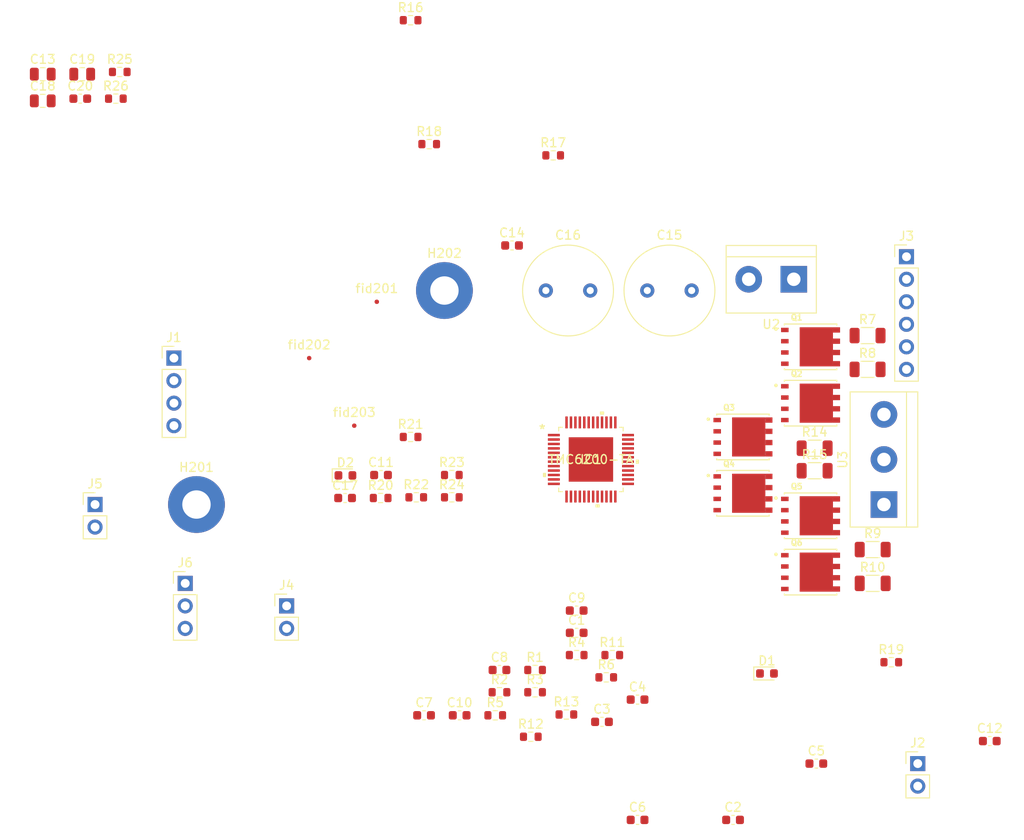
<source format=kicad_pcb>
(kicad_pcb (version 20171130) (host pcbnew "(5.1.12)-1")

  (general
    (thickness 1.6)
    (drawings 0)
    (tracks 0)
    (zones 0)
    (modules 68)
    (nets 68)
  )

  (page A4)
  (layers
    (0 F.Cu signal)
    (31 B.Cu signal)
    (32 B.Adhes user)
    (33 F.Adhes user)
    (34 B.Paste user)
    (35 F.Paste user)
    (36 B.SilkS user)
    (37 F.SilkS user)
    (38 B.Mask user)
    (39 F.Mask user)
    (40 Dwgs.User user)
    (41 Cmts.User user)
    (42 Eco1.User user)
    (43 Eco2.User user)
    (44 Edge.Cuts user)
    (45 Margin user)
    (46 B.CrtYd user)
    (47 F.CrtYd user)
    (48 B.Fab user)
    (49 F.Fab user)
  )

  (setup
    (last_trace_width 0.25)
    (trace_clearance 0.2)
    (zone_clearance 0.508)
    (zone_45_only no)
    (trace_min 0.2)
    (via_size 0.8)
    (via_drill 0.4)
    (via_min_size 0.4)
    (via_min_drill 0.3)
    (uvia_size 0.3)
    (uvia_drill 0.1)
    (uvias_allowed no)
    (uvia_min_size 0.2)
    (uvia_min_drill 0.1)
    (edge_width 0.1)
    (segment_width 0.2)
    (pcb_text_width 0.3)
    (pcb_text_size 1.5 1.5)
    (mod_edge_width 0.15)
    (mod_text_size 1 1)
    (mod_text_width 0.15)
    (pad_size 1.524 1.524)
    (pad_drill 0.762)
    (pad_to_mask_clearance 0)
    (aux_axis_origin 0 0)
    (visible_elements 7FFFFFFF)
    (pcbplotparams
      (layerselection 0x010fc_ffffffff)
      (usegerberextensions false)
      (usegerberattributes true)
      (usegerberadvancedattributes true)
      (creategerberjobfile true)
      (excludeedgelayer true)
      (linewidth 0.100000)
      (plotframeref false)
      (viasonmask false)
      (mode 1)
      (useauxorigin false)
      (hpglpennumber 1)
      (hpglpenspeed 20)
      (hpglpendiameter 15.000000)
      (psnegative false)
      (psa4output false)
      (plotreference true)
      (plotvalue true)
      (plotinvisibletext false)
      (padsonsilk false)
      (subtractmaskfromsilk false)
      (outputformat 1)
      (mirror false)
      (drillshape 1)
      (scaleselection 1)
      (outputdirectory ""))
  )

  (net 0 "")
  (net 1 "Net-(C1-Pad2)")
  (net 2 "Net-(C1-Pad1)")
  (net 3 /+VM)
  (net 4 "Net-(C2-Pad2)")
  (net 5 GND)
  (net 6 "Net-(C4-Pad1)")
  (net 7 "Net-(C4-Pad2)")
  (net 8 "Net-(C5-Pad2)")
  (net 9 "Net-(C5-Pad1)")
  (net 10 "Net-(C6-Pad2)")
  (net 11 "Net-(C6-Pad1)")
  (net 12 "/Motor Driver/VOFS")
  (net 13 /W)
  (net 14 /V)
  (net 15 /U)
  (net 16 "Net-(C17-Pad1)")
  (net 17 /5Vout)
  (net 18 /VSA)
  (net 19 /12Vout)
  (net 20 /+Vcc_IO)
  (net 21 "Net-(D1-Pad2)")
  (net 22 "Net-(D2-Pad2)")
  (net 23 "Net-(IC1-Pad3)")
  (net 24 "Net-(IC1-Pad4)")
  (net 25 "Net-(IC1-Pad5)")
  (net 26 /ADC_I_u)
  (net 27 "/Motor Driver/ADC_I_v")
  (net 28 /ADC_I_w)
  (net 29 /~CS_DRIVER)
  (net 30 /SPI1_SCK)
  (net 31 /SPI1_MOSI)
  (net 32 /SPI1_MISO)
  (net 33 /UH)
  (net 34 /UL)
  (net 35 /VH)
  (net 36 /VL)
  (net 37 /WH)
  (net 38 /WL)
  (net 39 "Net-(IC1-Pad24)")
  (net 40 /SPE)
  (net 41 "Net-(IC1-Pad26)")
  (net 42 /DRV_EN)
  (net 43 "Net-(IC1-Pad37)")
  (net 44 "Net-(IC1-Pad39)")
  (net 45 "Net-(IC1-Pad41)")
  (net 46 "Net-(IC1-Pad43)")
  (net 47 "Net-(IC1-Pad46)")
  (net 48 "Net-(IC1-Pad48)")
  (net 49 /Connevtors/VCC_IO)
  (net 50 /Connevtors/FAULT)
  (net 51 /ADC_I_v)
  (net 52 "Net-(Q1-Pad4)")
  (net 53 "Net-(Q2-Pad1)")
  (net 54 "Net-(Q2-Pad4)")
  (net 55 "Net-(Q3-Pad4)")
  (net 56 "Net-(Q4-Pad4)")
  (net 57 "Net-(Q5-Pad4)")
  (net 58 "Net-(Q6-Pad4)")
  (net 59 "Net-(R2-Pad1)")
  (net 60 "Net-(R10-Pad1)")
  (net 61 "Net-(R12-Pad1)")
  (net 62 "Net-(R16-Pad2)")
  (net 63 "Net-(R16-Pad1)")
  (net 64 /Connevtors/VCC)
  (net 65 /Connevtors/Fault)
  (net 66 /Connevtors/+VCC_IO)
  (net 67 /Connevtors/VOFS)

  (net_class Default "This is the default net class."
    (clearance 0.2)
    (trace_width 0.25)
    (via_dia 0.8)
    (via_drill 0.4)
    (uvia_dia 0.3)
    (uvia_drill 0.1)
    (add_net /+VM)
    (add_net /+Vcc_IO)
    (add_net /12Vout)
    (add_net /5Vout)
    (add_net /ADC_I_u)
    (add_net /ADC_I_v)
    (add_net /ADC_I_w)
    (add_net /Connevtors/+VCC_IO)
    (add_net /Connevtors/FAULT)
    (add_net /Connevtors/Fault)
    (add_net /Connevtors/VCC)
    (add_net /Connevtors/VCC_IO)
    (add_net /Connevtors/VOFS)
    (add_net /DRV_EN)
    (add_net "/Motor Driver/ADC_I_v")
    (add_net "/Motor Driver/VOFS")
    (add_net /SPE)
    (add_net /SPI1_MISO)
    (add_net /SPI1_MOSI)
    (add_net /SPI1_SCK)
    (add_net /U)
    (add_net /UH)
    (add_net /UL)
    (add_net /V)
    (add_net /VH)
    (add_net /VL)
    (add_net /VSA)
    (add_net /W)
    (add_net /WH)
    (add_net /WL)
    (add_net /~CS_DRIVER)
    (add_net GND)
    (add_net "Net-(C1-Pad1)")
    (add_net "Net-(C1-Pad2)")
    (add_net "Net-(C17-Pad1)")
    (add_net "Net-(C2-Pad2)")
    (add_net "Net-(C4-Pad1)")
    (add_net "Net-(C4-Pad2)")
    (add_net "Net-(C5-Pad1)")
    (add_net "Net-(C5-Pad2)")
    (add_net "Net-(C6-Pad1)")
    (add_net "Net-(C6-Pad2)")
    (add_net "Net-(D1-Pad2)")
    (add_net "Net-(D2-Pad2)")
    (add_net "Net-(IC1-Pad24)")
    (add_net "Net-(IC1-Pad26)")
    (add_net "Net-(IC1-Pad3)")
    (add_net "Net-(IC1-Pad37)")
    (add_net "Net-(IC1-Pad39)")
    (add_net "Net-(IC1-Pad4)")
    (add_net "Net-(IC1-Pad41)")
    (add_net "Net-(IC1-Pad43)")
    (add_net "Net-(IC1-Pad46)")
    (add_net "Net-(IC1-Pad48)")
    (add_net "Net-(IC1-Pad5)")
    (add_net "Net-(Q1-Pad4)")
    (add_net "Net-(Q2-Pad1)")
    (add_net "Net-(Q2-Pad4)")
    (add_net "Net-(Q3-Pad4)")
    (add_net "Net-(Q4-Pad4)")
    (add_net "Net-(Q5-Pad4)")
    (add_net "Net-(Q6-Pad4)")
    (add_net "Net-(R10-Pad1)")
    (add_net "Net-(R12-Pad1)")
    (add_net "Net-(R16-Pad1)")
    (add_net "Net-(R16-Pad2)")
    (add_net "Net-(R2-Pad1)")
  )

  (module Capacitor_SMD:C_0603_1608Metric (layer F.Cu) (tedit 5F68FEEE) (tstamp 61C0D99C)
    (at 146.985001 110.985001)
    (descr "Capacitor SMD 0603 (1608 Metric), square (rectangular) end terminal, IPC_7351 nominal, (Body size source: IPC-SM-782 page 76, https://www.pcb-3d.com/wordpress/wp-content/uploads/ipc-sm-782a_amendment_1_and_2.pdf), generated with kicad-footprint-generator")
    (tags capacitor)
    (path /5D5FDD98/61DA87F1)
    (attr smd)
    (fp_text reference C1 (at 0 -1.43) (layer F.SilkS)
      (effects (font (size 1 1) (thickness 0.15)))
    )
    (fp_text value 22nF/100V (at 0 1.43) (layer F.Fab)
      (effects (font (size 1 1) (thickness 0.15)))
    )
    (fp_line (start 1.48 0.73) (end -1.48 0.73) (layer F.CrtYd) (width 0.05))
    (fp_line (start 1.48 -0.73) (end 1.48 0.73) (layer F.CrtYd) (width 0.05))
    (fp_line (start -1.48 -0.73) (end 1.48 -0.73) (layer F.CrtYd) (width 0.05))
    (fp_line (start -1.48 0.73) (end -1.48 -0.73) (layer F.CrtYd) (width 0.05))
    (fp_line (start -0.14058 0.51) (end 0.14058 0.51) (layer F.SilkS) (width 0.12))
    (fp_line (start -0.14058 -0.51) (end 0.14058 -0.51) (layer F.SilkS) (width 0.12))
    (fp_line (start 0.8 0.4) (end -0.8 0.4) (layer F.Fab) (width 0.1))
    (fp_line (start 0.8 -0.4) (end 0.8 0.4) (layer F.Fab) (width 0.1))
    (fp_line (start -0.8 -0.4) (end 0.8 -0.4) (layer F.Fab) (width 0.1))
    (fp_line (start -0.8 0.4) (end -0.8 -0.4) (layer F.Fab) (width 0.1))
    (fp_text user %R (at 0 0) (layer F.Fab)
      (effects (font (size 0.4 0.4) (thickness 0.06)))
    )
    (pad 2 smd roundrect (at 0.775 0) (size 0.9 0.95) (layers F.Cu F.Paste F.Mask) (roundrect_rratio 0.25)
      (net 1 "Net-(C1-Pad2)"))
    (pad 1 smd roundrect (at -0.775 0) (size 0.9 0.95) (layers F.Cu F.Paste F.Mask) (roundrect_rratio 0.25)
      (net 2 "Net-(C1-Pad1)"))
    (model ${KISYS3DMOD}/Capacitor_SMD.3dshapes/C_0603_1608Metric.wrl
      (at (xyz 0 0 0))
      (scale (xyz 1 1 1))
      (rotate (xyz 0 0 0))
    )
  )

  (module Capacitor_SMD:C_0603_1608Metric (layer F.Cu) (tedit 5F68FEEE) (tstamp 61C0D9AD)
    (at 164.605 132.08)
    (descr "Capacitor SMD 0603 (1608 Metric), square (rectangular) end terminal, IPC_7351 nominal, (Body size source: IPC-SM-782 page 76, https://www.pcb-3d.com/wordpress/wp-content/uploads/ipc-sm-782a_amendment_1_and_2.pdf), generated with kicad-footprint-generator")
    (tags capacitor)
    (path /5D5FDD98/61DA9103)
    (attr smd)
    (fp_text reference C2 (at 0 -1.43) (layer F.SilkS)
      (effects (font (size 1 1) (thickness 0.15)))
    )
    (fp_text value 100nF/100V (at 0 1.43) (layer F.Fab)
      (effects (font (size 1 1) (thickness 0.15)))
    )
    (fp_line (start -0.8 0.4) (end -0.8 -0.4) (layer F.Fab) (width 0.1))
    (fp_line (start -0.8 -0.4) (end 0.8 -0.4) (layer F.Fab) (width 0.1))
    (fp_line (start 0.8 -0.4) (end 0.8 0.4) (layer F.Fab) (width 0.1))
    (fp_line (start 0.8 0.4) (end -0.8 0.4) (layer F.Fab) (width 0.1))
    (fp_line (start -0.14058 -0.51) (end 0.14058 -0.51) (layer F.SilkS) (width 0.12))
    (fp_line (start -0.14058 0.51) (end 0.14058 0.51) (layer F.SilkS) (width 0.12))
    (fp_line (start -1.48 0.73) (end -1.48 -0.73) (layer F.CrtYd) (width 0.05))
    (fp_line (start -1.48 -0.73) (end 1.48 -0.73) (layer F.CrtYd) (width 0.05))
    (fp_line (start 1.48 -0.73) (end 1.48 0.73) (layer F.CrtYd) (width 0.05))
    (fp_line (start 1.48 0.73) (end -1.48 0.73) (layer F.CrtYd) (width 0.05))
    (fp_text user %R (at 0 0) (layer F.Fab)
      (effects (font (size 0.4 0.4) (thickness 0.06)))
    )
    (pad 1 smd roundrect (at -0.775 0) (size 0.9 0.95) (layers F.Cu F.Paste F.Mask) (roundrect_rratio 0.25)
      (net 3 /+VM))
    (pad 2 smd roundrect (at 0.775 0) (size 0.9 0.95) (layers F.Cu F.Paste F.Mask) (roundrect_rratio 0.25)
      (net 4 "Net-(C2-Pad2)"))
    (model ${KISYS3DMOD}/Capacitor_SMD.3dshapes/C_0603_1608Metric.wrl
      (at (xyz 0 0 0))
      (scale (xyz 1 1 1))
      (rotate (xyz 0 0 0))
    )
  )

  (module Capacitor_SMD:C_0603_1608Metric (layer F.Cu) (tedit 5F68FEEE) (tstamp 61C0D9BE)
    (at 149.835001 121.025001)
    (descr "Capacitor SMD 0603 (1608 Metric), square (rectangular) end terminal, IPC_7351 nominal, (Body size source: IPC-SM-782 page 76, https://www.pcb-3d.com/wordpress/wp-content/uploads/ipc-sm-782a_amendment_1_and_2.pdf), generated with kicad-footprint-generator")
    (tags capacitor)
    (path /5D5FDD98/61DABDB6)
    (attr smd)
    (fp_text reference C3 (at 0 -1.43) (layer F.SilkS)
      (effects (font (size 1 1) (thickness 0.15)))
    )
    (fp_text value 100nF/100V (at 0 1.43) (layer F.Fab)
      (effects (font (size 1 1) (thickness 0.15)))
    )
    (fp_line (start 1.48 0.73) (end -1.48 0.73) (layer F.CrtYd) (width 0.05))
    (fp_line (start 1.48 -0.73) (end 1.48 0.73) (layer F.CrtYd) (width 0.05))
    (fp_line (start -1.48 -0.73) (end 1.48 -0.73) (layer F.CrtYd) (width 0.05))
    (fp_line (start -1.48 0.73) (end -1.48 -0.73) (layer F.CrtYd) (width 0.05))
    (fp_line (start -0.14058 0.51) (end 0.14058 0.51) (layer F.SilkS) (width 0.12))
    (fp_line (start -0.14058 -0.51) (end 0.14058 -0.51) (layer F.SilkS) (width 0.12))
    (fp_line (start 0.8 0.4) (end -0.8 0.4) (layer F.Fab) (width 0.1))
    (fp_line (start 0.8 -0.4) (end 0.8 0.4) (layer F.Fab) (width 0.1))
    (fp_line (start -0.8 -0.4) (end 0.8 -0.4) (layer F.Fab) (width 0.1))
    (fp_line (start -0.8 0.4) (end -0.8 -0.4) (layer F.Fab) (width 0.1))
    (fp_text user %R (at 0 0) (layer F.Fab)
      (effects (font (size 0.4 0.4) (thickness 0.06)))
    )
    (pad 2 smd roundrect (at 0.775 0) (size 0.9 0.95) (layers F.Cu F.Paste F.Mask) (roundrect_rratio 0.25)
      (net 5 GND))
    (pad 1 smd roundrect (at -0.775 0) (size 0.9 0.95) (layers F.Cu F.Paste F.Mask) (roundrect_rratio 0.25)
      (net 3 /+VM))
    (model ${KISYS3DMOD}/Capacitor_SMD.3dshapes/C_0603_1608Metric.wrl
      (at (xyz 0 0 0))
      (scale (xyz 1 1 1))
      (rotate (xyz 0 0 0))
    )
  )

  (module Capacitor_SMD:C_0603_1608Metric (layer F.Cu) (tedit 5F68FEEE) (tstamp 61C0D9CF)
    (at 153.845001 118.515001)
    (descr "Capacitor SMD 0603 (1608 Metric), square (rectangular) end terminal, IPC_7351 nominal, (Body size source: IPC-SM-782 page 76, https://www.pcb-3d.com/wordpress/wp-content/uploads/ipc-sm-782a_amendment_1_and_2.pdf), generated with kicad-footprint-generator")
    (tags capacitor)
    (path /5D5FDD98/61DF7FEC)
    (attr smd)
    (fp_text reference C4 (at 0 -1.43) (layer F.SilkS)
      (effects (font (size 1 1) (thickness 0.15)))
    )
    (fp_text value 470nF (at 0 1.43) (layer F.Fab)
      (effects (font (size 1 1) (thickness 0.15)))
    )
    (fp_line (start -0.8 0.4) (end -0.8 -0.4) (layer F.Fab) (width 0.1))
    (fp_line (start -0.8 -0.4) (end 0.8 -0.4) (layer F.Fab) (width 0.1))
    (fp_line (start 0.8 -0.4) (end 0.8 0.4) (layer F.Fab) (width 0.1))
    (fp_line (start 0.8 0.4) (end -0.8 0.4) (layer F.Fab) (width 0.1))
    (fp_line (start -0.14058 -0.51) (end 0.14058 -0.51) (layer F.SilkS) (width 0.12))
    (fp_line (start -0.14058 0.51) (end 0.14058 0.51) (layer F.SilkS) (width 0.12))
    (fp_line (start -1.48 0.73) (end -1.48 -0.73) (layer F.CrtYd) (width 0.05))
    (fp_line (start -1.48 -0.73) (end 1.48 -0.73) (layer F.CrtYd) (width 0.05))
    (fp_line (start 1.48 -0.73) (end 1.48 0.73) (layer F.CrtYd) (width 0.05))
    (fp_line (start 1.48 0.73) (end -1.48 0.73) (layer F.CrtYd) (width 0.05))
    (fp_text user %R (at 0 0) (layer F.Fab)
      (effects (font (size 0.4 0.4) (thickness 0.06)))
    )
    (pad 1 smd roundrect (at -0.775 0) (size 0.9 0.95) (layers F.Cu F.Paste F.Mask) (roundrect_rratio 0.25)
      (net 6 "Net-(C4-Pad1)"))
    (pad 2 smd roundrect (at 0.775 0) (size 0.9 0.95) (layers F.Cu F.Paste F.Mask) (roundrect_rratio 0.25)
      (net 7 "Net-(C4-Pad2)"))
    (model ${KISYS3DMOD}/Capacitor_SMD.3dshapes/C_0603_1608Metric.wrl
      (at (xyz 0 0 0))
      (scale (xyz 1 1 1))
      (rotate (xyz 0 0 0))
    )
  )

  (module Capacitor_SMD:C_0603_1608Metric (layer F.Cu) (tedit 5F68FEEE) (tstamp 61C0D9E0)
    (at 173.99 125.73)
    (descr "Capacitor SMD 0603 (1608 Metric), square (rectangular) end terminal, IPC_7351 nominal, (Body size source: IPC-SM-782 page 76, https://www.pcb-3d.com/wordpress/wp-content/uploads/ipc-sm-782a_amendment_1_and_2.pdf), generated with kicad-footprint-generator")
    (tags capacitor)
    (path /5D5FDD98/61C4C1D6)
    (attr smd)
    (fp_text reference C5 (at 0 -1.43) (layer F.SilkS)
      (effects (font (size 1 1) (thickness 0.15)))
    )
    (fp_text value 470nF/16V (at 0 1.43) (layer F.Fab)
      (effects (font (size 1 1) (thickness 0.15)))
    )
    (fp_line (start 1.48 0.73) (end -1.48 0.73) (layer F.CrtYd) (width 0.05))
    (fp_line (start 1.48 -0.73) (end 1.48 0.73) (layer F.CrtYd) (width 0.05))
    (fp_line (start -1.48 -0.73) (end 1.48 -0.73) (layer F.CrtYd) (width 0.05))
    (fp_line (start -1.48 0.73) (end -1.48 -0.73) (layer F.CrtYd) (width 0.05))
    (fp_line (start -0.14058 0.51) (end 0.14058 0.51) (layer F.SilkS) (width 0.12))
    (fp_line (start -0.14058 -0.51) (end 0.14058 -0.51) (layer F.SilkS) (width 0.12))
    (fp_line (start 0.8 0.4) (end -0.8 0.4) (layer F.Fab) (width 0.1))
    (fp_line (start 0.8 -0.4) (end 0.8 0.4) (layer F.Fab) (width 0.1))
    (fp_line (start -0.8 -0.4) (end 0.8 -0.4) (layer F.Fab) (width 0.1))
    (fp_line (start -0.8 0.4) (end -0.8 -0.4) (layer F.Fab) (width 0.1))
    (fp_text user %R (at 0 0) (layer F.Fab)
      (effects (font (size 0.4 0.4) (thickness 0.06)))
    )
    (pad 2 smd roundrect (at 0.775 0) (size 0.9 0.95) (layers F.Cu F.Paste F.Mask) (roundrect_rratio 0.25)
      (net 8 "Net-(C5-Pad2)"))
    (pad 1 smd roundrect (at -0.775 0) (size 0.9 0.95) (layers F.Cu F.Paste F.Mask) (roundrect_rratio 0.25)
      (net 9 "Net-(C5-Pad1)"))
    (model ${KISYS3DMOD}/Capacitor_SMD.3dshapes/C_0603_1608Metric.wrl
      (at (xyz 0 0 0))
      (scale (xyz 1 1 1))
      (rotate (xyz 0 0 0))
    )
  )

  (module Capacitor_SMD:C_0603_1608Metric (layer F.Cu) (tedit 5F68FEEE) (tstamp 61C0D9F1)
    (at 153.845001 132.08)
    (descr "Capacitor SMD 0603 (1608 Metric), square (rectangular) end terminal, IPC_7351 nominal, (Body size source: IPC-SM-782 page 76, https://www.pcb-3d.com/wordpress/wp-content/uploads/ipc-sm-782a_amendment_1_and_2.pdf), generated with kicad-footprint-generator")
    (tags capacitor)
    (path /5D5FDD98/61E12F9B)
    (attr smd)
    (fp_text reference C6 (at 0 -1.43) (layer F.SilkS)
      (effects (font (size 1 1) (thickness 0.15)))
    )
    (fp_text value 470nF/16V (at 0 1.43) (layer F.Fab)
      (effects (font (size 1 1) (thickness 0.15)))
    )
    (fp_line (start 1.48 0.73) (end -1.48 0.73) (layer F.CrtYd) (width 0.05))
    (fp_line (start 1.48 -0.73) (end 1.48 0.73) (layer F.CrtYd) (width 0.05))
    (fp_line (start -1.48 -0.73) (end 1.48 -0.73) (layer F.CrtYd) (width 0.05))
    (fp_line (start -1.48 0.73) (end -1.48 -0.73) (layer F.CrtYd) (width 0.05))
    (fp_line (start -0.14058 0.51) (end 0.14058 0.51) (layer F.SilkS) (width 0.12))
    (fp_line (start -0.14058 -0.51) (end 0.14058 -0.51) (layer F.SilkS) (width 0.12))
    (fp_line (start 0.8 0.4) (end -0.8 0.4) (layer F.Fab) (width 0.1))
    (fp_line (start 0.8 -0.4) (end 0.8 0.4) (layer F.Fab) (width 0.1))
    (fp_line (start -0.8 -0.4) (end 0.8 -0.4) (layer F.Fab) (width 0.1))
    (fp_line (start -0.8 0.4) (end -0.8 -0.4) (layer F.Fab) (width 0.1))
    (fp_text user %R (at 0 0) (layer F.Fab)
      (effects (font (size 0.4 0.4) (thickness 0.06)))
    )
    (pad 2 smd roundrect (at 0.775 0) (size 0.9 0.95) (layers F.Cu F.Paste F.Mask) (roundrect_rratio 0.25)
      (net 10 "Net-(C6-Pad2)"))
    (pad 1 smd roundrect (at -0.775 0) (size 0.9 0.95) (layers F.Cu F.Paste F.Mask) (roundrect_rratio 0.25)
      (net 11 "Net-(C6-Pad1)"))
    (model ${KISYS3DMOD}/Capacitor_SMD.3dshapes/C_0603_1608Metric.wrl
      (at (xyz 0 0 0))
      (scale (xyz 1 1 1))
      (rotate (xyz 0 0 0))
    )
  )

  (module Capacitor_SMD:C_0603_1608Metric (layer F.Cu) (tedit 5F68FEEE) (tstamp 61C0DA02)
    (at 129.785001 120.285001)
    (descr "Capacitor SMD 0603 (1608 Metric), square (rectangular) end terminal, IPC_7351 nominal, (Body size source: IPC-SM-782 page 76, https://www.pcb-3d.com/wordpress/wp-content/uploads/ipc-sm-782a_amendment_1_and_2.pdf), generated with kicad-footprint-generator")
    (tags capacitor)
    (path /5D5FDD98/61D9B6F4)
    (attr smd)
    (fp_text reference C7 (at 0 -1.43) (layer F.SilkS)
      (effects (font (size 1 1) (thickness 0.15)))
    )
    (fp_text value 2.2uF/100V (at 0 1.43) (layer F.Fab)
      (effects (font (size 1 1) (thickness 0.15)))
    )
    (fp_line (start -0.8 0.4) (end -0.8 -0.4) (layer F.Fab) (width 0.1))
    (fp_line (start -0.8 -0.4) (end 0.8 -0.4) (layer F.Fab) (width 0.1))
    (fp_line (start 0.8 -0.4) (end 0.8 0.4) (layer F.Fab) (width 0.1))
    (fp_line (start 0.8 0.4) (end -0.8 0.4) (layer F.Fab) (width 0.1))
    (fp_line (start -0.14058 -0.51) (end 0.14058 -0.51) (layer F.SilkS) (width 0.12))
    (fp_line (start -0.14058 0.51) (end 0.14058 0.51) (layer F.SilkS) (width 0.12))
    (fp_line (start -1.48 0.73) (end -1.48 -0.73) (layer F.CrtYd) (width 0.05))
    (fp_line (start -1.48 -0.73) (end 1.48 -0.73) (layer F.CrtYd) (width 0.05))
    (fp_line (start 1.48 -0.73) (end 1.48 0.73) (layer F.CrtYd) (width 0.05))
    (fp_line (start 1.48 0.73) (end -1.48 0.73) (layer F.CrtYd) (width 0.05))
    (fp_text user %R (at 0 0) (layer F.Fab)
      (effects (font (size 0.4 0.4) (thickness 0.06)))
    )
    (pad 1 smd roundrect (at -0.775 0) (size 0.9 0.95) (layers F.Cu F.Paste F.Mask) (roundrect_rratio 0.25)
      (net 3 /+VM))
    (pad 2 smd roundrect (at 0.775 0) (size 0.9 0.95) (layers F.Cu F.Paste F.Mask) (roundrect_rratio 0.25)
      (net 5 GND))
    (model ${KISYS3DMOD}/Capacitor_SMD.3dshapes/C_0603_1608Metric.wrl
      (at (xyz 0 0 0))
      (scale (xyz 1 1 1))
      (rotate (xyz 0 0 0))
    )
  )

  (module Capacitor_SMD:C_0603_1608Metric (layer F.Cu) (tedit 5F68FEEE) (tstamp 61C0DA13)
    (at 138.285001 115.175001)
    (descr "Capacitor SMD 0603 (1608 Metric), square (rectangular) end terminal, IPC_7351 nominal, (Body size source: IPC-SM-782 page 76, https://www.pcb-3d.com/wordpress/wp-content/uploads/ipc-sm-782a_amendment_1_and_2.pdf), generated with kicad-footprint-generator")
    (tags capacitor)
    (path /5D5FDD98/61C62AF0)
    (attr smd)
    (fp_text reference C8 (at 0 -1.43) (layer F.SilkS)
      (effects (font (size 1 1) (thickness 0.15)))
    )
    (fp_text value 2.2uF/100V (at 0 1.43) (layer F.Fab)
      (effects (font (size 1 1) (thickness 0.15)))
    )
    (fp_line (start -0.8 0.4) (end -0.8 -0.4) (layer F.Fab) (width 0.1))
    (fp_line (start -0.8 -0.4) (end 0.8 -0.4) (layer F.Fab) (width 0.1))
    (fp_line (start 0.8 -0.4) (end 0.8 0.4) (layer F.Fab) (width 0.1))
    (fp_line (start 0.8 0.4) (end -0.8 0.4) (layer F.Fab) (width 0.1))
    (fp_line (start -0.14058 -0.51) (end 0.14058 -0.51) (layer F.SilkS) (width 0.12))
    (fp_line (start -0.14058 0.51) (end 0.14058 0.51) (layer F.SilkS) (width 0.12))
    (fp_line (start -1.48 0.73) (end -1.48 -0.73) (layer F.CrtYd) (width 0.05))
    (fp_line (start -1.48 -0.73) (end 1.48 -0.73) (layer F.CrtYd) (width 0.05))
    (fp_line (start 1.48 -0.73) (end 1.48 0.73) (layer F.CrtYd) (width 0.05))
    (fp_line (start 1.48 0.73) (end -1.48 0.73) (layer F.CrtYd) (width 0.05))
    (fp_text user %R (at 0 0) (layer F.Fab)
      (effects (font (size 0.4 0.4) (thickness 0.06)))
    )
    (pad 1 smd roundrect (at -0.775 0) (size 0.9 0.95) (layers F.Cu F.Paste F.Mask) (roundrect_rratio 0.25)
      (net 3 /+VM))
    (pad 2 smd roundrect (at 0.775 0) (size 0.9 0.95) (layers F.Cu F.Paste F.Mask) (roundrect_rratio 0.25)
      (net 5 GND))
    (model ${KISYS3DMOD}/Capacitor_SMD.3dshapes/C_0603_1608Metric.wrl
      (at (xyz 0 0 0))
      (scale (xyz 1 1 1))
      (rotate (xyz 0 0 0))
    )
  )

  (module Capacitor_SMD:C_0603_1608Metric (layer F.Cu) (tedit 5F68FEEE) (tstamp 61C0DA24)
    (at 146.985001 108.475001)
    (descr "Capacitor SMD 0603 (1608 Metric), square (rectangular) end terminal, IPC_7351 nominal, (Body size source: IPC-SM-782 page 76, https://www.pcb-3d.com/wordpress/wp-content/uploads/ipc-sm-782a_amendment_1_and_2.pdf), generated with kicad-footprint-generator")
    (tags capacitor)
    (path /5D5FDD98/61D8AF6F)
    (attr smd)
    (fp_text reference C9 (at 0 -1.43) (layer F.SilkS)
      (effects (font (size 1 1) (thickness 0.15)))
    )
    (fp_text value 2.2uF/100V (at 0 1.43) (layer F.Fab)
      (effects (font (size 1 1) (thickness 0.15)))
    )
    (fp_line (start 1.48 0.73) (end -1.48 0.73) (layer F.CrtYd) (width 0.05))
    (fp_line (start 1.48 -0.73) (end 1.48 0.73) (layer F.CrtYd) (width 0.05))
    (fp_line (start -1.48 -0.73) (end 1.48 -0.73) (layer F.CrtYd) (width 0.05))
    (fp_line (start -1.48 0.73) (end -1.48 -0.73) (layer F.CrtYd) (width 0.05))
    (fp_line (start -0.14058 0.51) (end 0.14058 0.51) (layer F.SilkS) (width 0.12))
    (fp_line (start -0.14058 -0.51) (end 0.14058 -0.51) (layer F.SilkS) (width 0.12))
    (fp_line (start 0.8 0.4) (end -0.8 0.4) (layer F.Fab) (width 0.1))
    (fp_line (start 0.8 -0.4) (end 0.8 0.4) (layer F.Fab) (width 0.1))
    (fp_line (start -0.8 -0.4) (end 0.8 -0.4) (layer F.Fab) (width 0.1))
    (fp_line (start -0.8 0.4) (end -0.8 -0.4) (layer F.Fab) (width 0.1))
    (fp_text user %R (at 0 0) (layer F.Fab)
      (effects (font (size 0.4 0.4) (thickness 0.06)))
    )
    (pad 2 smd roundrect (at 0.775 0) (size 0.9 0.95) (layers F.Cu F.Paste F.Mask) (roundrect_rratio 0.25)
      (net 5 GND))
    (pad 1 smd roundrect (at -0.775 0) (size 0.9 0.95) (layers F.Cu F.Paste F.Mask) (roundrect_rratio 0.25)
      (net 3 /+VM))
    (model ${KISYS3DMOD}/Capacitor_SMD.3dshapes/C_0603_1608Metric.wrl
      (at (xyz 0 0 0))
      (scale (xyz 1 1 1))
      (rotate (xyz 0 0 0))
    )
  )

  (module Capacitor_SMD:C_0603_1608Metric (layer F.Cu) (tedit 5F68FEEE) (tstamp 61C0DA35)
    (at 133.795001 120.285001)
    (descr "Capacitor SMD 0603 (1608 Metric), square (rectangular) end terminal, IPC_7351 nominal, (Body size source: IPC-SM-782 page 76, https://www.pcb-3d.com/wordpress/wp-content/uploads/ipc-sm-782a_amendment_1_and_2.pdf), generated with kicad-footprint-generator")
    (tags capacitor)
    (path /5D5FDD98/61F37D7D)
    (attr smd)
    (fp_text reference C10 (at 0 -1.43) (layer F.SilkS)
      (effects (font (size 1 1) (thickness 0.15)))
    )
    (fp_text value 100nF/50V (at 0 1.43) (layer F.Fab)
      (effects (font (size 1 1) (thickness 0.15)))
    )
    (fp_line (start -0.8 0.4) (end -0.8 -0.4) (layer F.Fab) (width 0.1))
    (fp_line (start -0.8 -0.4) (end 0.8 -0.4) (layer F.Fab) (width 0.1))
    (fp_line (start 0.8 -0.4) (end 0.8 0.4) (layer F.Fab) (width 0.1))
    (fp_line (start 0.8 0.4) (end -0.8 0.4) (layer F.Fab) (width 0.1))
    (fp_line (start -0.14058 -0.51) (end 0.14058 -0.51) (layer F.SilkS) (width 0.12))
    (fp_line (start -0.14058 0.51) (end 0.14058 0.51) (layer F.SilkS) (width 0.12))
    (fp_line (start -1.48 0.73) (end -1.48 -0.73) (layer F.CrtYd) (width 0.05))
    (fp_line (start -1.48 -0.73) (end 1.48 -0.73) (layer F.CrtYd) (width 0.05))
    (fp_line (start 1.48 -0.73) (end 1.48 0.73) (layer F.CrtYd) (width 0.05))
    (fp_line (start 1.48 0.73) (end -1.48 0.73) (layer F.CrtYd) (width 0.05))
    (fp_text user %R (at 0 0) (layer F.Fab)
      (effects (font (size 0.4 0.4) (thickness 0.06)))
    )
    (pad 1 smd roundrect (at -0.775 0) (size 0.9 0.95) (layers F.Cu F.Paste F.Mask) (roundrect_rratio 0.25)
      (net 12 "/Motor Driver/VOFS"))
    (pad 2 smd roundrect (at 0.775 0) (size 0.9 0.95) (layers F.Cu F.Paste F.Mask) (roundrect_rratio 0.25)
      (net 5 GND))
    (model ${KISYS3DMOD}/Capacitor_SMD.3dshapes/C_0603_1608Metric.wrl
      (at (xyz 0 0 0))
      (scale (xyz 1 1 1))
      (rotate (xyz 0 0 0))
    )
  )

  (module Capacitor_SMD:C_0603_1608Metric (layer F.Cu) (tedit 5F68FEEE) (tstamp 61C0DA46)
    (at 124.935001 93.195001)
    (descr "Capacitor SMD 0603 (1608 Metric), square (rectangular) end terminal, IPC_7351 nominal, (Body size source: IPC-SM-782 page 76, https://www.pcb-3d.com/wordpress/wp-content/uploads/ipc-sm-782a_amendment_1_and_2.pdf), generated with kicad-footprint-generator")
    (tags capacitor)
    (path /5BA8C4E4/61BF9A51)
    (attr smd)
    (fp_text reference C11 (at 0 -1.43) (layer F.SilkS)
      (effects (font (size 1 1) (thickness 0.15)))
    )
    (fp_text value 1nF/100V (at 0 1.43) (layer F.Fab)
      (effects (font (size 1 1) (thickness 0.15)))
    )
    (fp_line (start -0.8 0.4) (end -0.8 -0.4) (layer F.Fab) (width 0.1))
    (fp_line (start -0.8 -0.4) (end 0.8 -0.4) (layer F.Fab) (width 0.1))
    (fp_line (start 0.8 -0.4) (end 0.8 0.4) (layer F.Fab) (width 0.1))
    (fp_line (start 0.8 0.4) (end -0.8 0.4) (layer F.Fab) (width 0.1))
    (fp_line (start -0.14058 -0.51) (end 0.14058 -0.51) (layer F.SilkS) (width 0.12))
    (fp_line (start -0.14058 0.51) (end 0.14058 0.51) (layer F.SilkS) (width 0.12))
    (fp_line (start -1.48 0.73) (end -1.48 -0.73) (layer F.CrtYd) (width 0.05))
    (fp_line (start -1.48 -0.73) (end 1.48 -0.73) (layer F.CrtYd) (width 0.05))
    (fp_line (start 1.48 -0.73) (end 1.48 0.73) (layer F.CrtYd) (width 0.05))
    (fp_line (start 1.48 0.73) (end -1.48 0.73) (layer F.CrtYd) (width 0.05))
    (fp_text user %R (at 0 0) (layer F.Fab)
      (effects (font (size 0.4 0.4) (thickness 0.06)))
    )
    (pad 1 smd roundrect (at -0.775 0) (size 0.9 0.95) (layers F.Cu F.Paste F.Mask) (roundrect_rratio 0.25)
      (net 13 /W))
    (pad 2 smd roundrect (at 0.775 0) (size 0.9 0.95) (layers F.Cu F.Paste F.Mask) (roundrect_rratio 0.25)
      (net 5 GND))
    (model ${KISYS3DMOD}/Capacitor_SMD.3dshapes/C_0603_1608Metric.wrl
      (at (xyz 0 0 0))
      (scale (xyz 1 1 1))
      (rotate (xyz 0 0 0))
    )
  )

  (module Capacitor_SMD:C_0603_1608Metric (layer F.Cu) (tedit 5F68FEEE) (tstamp 61C0DA57)
    (at 193.535 123.19)
    (descr "Capacitor SMD 0603 (1608 Metric), square (rectangular) end terminal, IPC_7351 nominal, (Body size source: IPC-SM-782 page 76, https://www.pcb-3d.com/wordpress/wp-content/uploads/ipc-sm-782a_amendment_1_and_2.pdf), generated with kicad-footprint-generator")
    (tags capacitor)
    (path /5BA8C4E4/61BF9A45)
    (attr smd)
    (fp_text reference C12 (at 0 -1.43) (layer F.SilkS)
      (effects (font (size 1 1) (thickness 0.15)))
    )
    (fp_text value 1nF/100V (at 0 1.43) (layer F.Fab)
      (effects (font (size 1 1) (thickness 0.15)))
    )
    (fp_line (start -0.8 0.4) (end -0.8 -0.4) (layer F.Fab) (width 0.1))
    (fp_line (start -0.8 -0.4) (end 0.8 -0.4) (layer F.Fab) (width 0.1))
    (fp_line (start 0.8 -0.4) (end 0.8 0.4) (layer F.Fab) (width 0.1))
    (fp_line (start 0.8 0.4) (end -0.8 0.4) (layer F.Fab) (width 0.1))
    (fp_line (start -0.14058 -0.51) (end 0.14058 -0.51) (layer F.SilkS) (width 0.12))
    (fp_line (start -0.14058 0.51) (end 0.14058 0.51) (layer F.SilkS) (width 0.12))
    (fp_line (start -1.48 0.73) (end -1.48 -0.73) (layer F.CrtYd) (width 0.05))
    (fp_line (start -1.48 -0.73) (end 1.48 -0.73) (layer F.CrtYd) (width 0.05))
    (fp_line (start 1.48 -0.73) (end 1.48 0.73) (layer F.CrtYd) (width 0.05))
    (fp_line (start 1.48 0.73) (end -1.48 0.73) (layer F.CrtYd) (width 0.05))
    (fp_text user %R (at 0 0) (layer F.Fab)
      (effects (font (size 0.4 0.4) (thickness 0.06)))
    )
    (pad 1 smd roundrect (at -0.775 0) (size 0.9 0.95) (layers F.Cu F.Paste F.Mask) (roundrect_rratio 0.25)
      (net 14 /V))
    (pad 2 smd roundrect (at 0.775 0) (size 0.9 0.95) (layers F.Cu F.Paste F.Mask) (roundrect_rratio 0.25)
      (net 5 GND))
    (model ${KISYS3DMOD}/Capacitor_SMD.3dshapes/C_0603_1608Metric.wrl
      (at (xyz 0 0 0))
      (scale (xyz 1 1 1))
      (rotate (xyz 0 0 0))
    )
  )

  (module Capacitor_SMD:C_0603_1608Metric (layer F.Cu) (tedit 5F68FEEE) (tstamp 61C0DA89)
    (at 139.7 67.31)
    (descr "Capacitor SMD 0603 (1608 Metric), square (rectangular) end terminal, IPC_7351 nominal, (Body size source: IPC-SM-782 page 76, https://www.pcb-3d.com/wordpress/wp-content/uploads/ipc-sm-782a_amendment_1_and_2.pdf), generated with kicad-footprint-generator")
    (tags capacitor)
    (path /5BA8C4E4/61BF9A39)
    (attr smd)
    (fp_text reference C14 (at 0 -1.43) (layer F.SilkS)
      (effects (font (size 1 1) (thickness 0.15)))
    )
    (fp_text value 1nF/100V (at 0 1.43) (layer F.Fab)
      (effects (font (size 1 1) (thickness 0.15)))
    )
    (fp_line (start 1.48 0.73) (end -1.48 0.73) (layer F.CrtYd) (width 0.05))
    (fp_line (start 1.48 -0.73) (end 1.48 0.73) (layer F.CrtYd) (width 0.05))
    (fp_line (start -1.48 -0.73) (end 1.48 -0.73) (layer F.CrtYd) (width 0.05))
    (fp_line (start -1.48 0.73) (end -1.48 -0.73) (layer F.CrtYd) (width 0.05))
    (fp_line (start -0.14058 0.51) (end 0.14058 0.51) (layer F.SilkS) (width 0.12))
    (fp_line (start -0.14058 -0.51) (end 0.14058 -0.51) (layer F.SilkS) (width 0.12))
    (fp_line (start 0.8 0.4) (end -0.8 0.4) (layer F.Fab) (width 0.1))
    (fp_line (start 0.8 -0.4) (end 0.8 0.4) (layer F.Fab) (width 0.1))
    (fp_line (start -0.8 -0.4) (end 0.8 -0.4) (layer F.Fab) (width 0.1))
    (fp_line (start -0.8 0.4) (end -0.8 -0.4) (layer F.Fab) (width 0.1))
    (fp_text user %R (at 0 0) (layer F.Fab)
      (effects (font (size 0.4 0.4) (thickness 0.06)))
    )
    (pad 2 smd roundrect (at 0.775 0) (size 0.9 0.95) (layers F.Cu F.Paste F.Mask) (roundrect_rratio 0.25)
      (net 5 GND))
    (pad 1 smd roundrect (at -0.775 0) (size 0.9 0.95) (layers F.Cu F.Paste F.Mask) (roundrect_rratio 0.25)
      (net 15 /U))
    (model ${KISYS3DMOD}/Capacitor_SMD.3dshapes/C_0603_1608Metric.wrl
      (at (xyz 0 0 0))
      (scale (xyz 1 1 1))
      (rotate (xyz 0 0 0))
    )
  )

  (module Capacitor_SMD:C_0603_1608Metric (layer F.Cu) (tedit 5F68FEEE) (tstamp 61C0DADC)
    (at 120.885001 95.785001)
    (descr "Capacitor SMD 0603 (1608 Metric), square (rectangular) end terminal, IPC_7351 nominal, (Body size source: IPC-SM-782 page 76, https://www.pcb-3d.com/wordpress/wp-content/uploads/ipc-sm-782a_amendment_1_and_2.pdf), generated with kicad-footprint-generator")
    (tags capacitor)
    (path /5BA8C4E4/61C02DDD)
    (attr smd)
    (fp_text reference C17 (at 0 -1.43) (layer F.SilkS)
      (effects (font (size 1 1) (thickness 0.15)))
    )
    (fp_text value 100nF/50V (at 0 1.43) (layer F.Fab)
      (effects (font (size 1 1) (thickness 0.15)))
    )
    (fp_line (start -0.8 0.4) (end -0.8 -0.4) (layer F.Fab) (width 0.1))
    (fp_line (start -0.8 -0.4) (end 0.8 -0.4) (layer F.Fab) (width 0.1))
    (fp_line (start 0.8 -0.4) (end 0.8 0.4) (layer F.Fab) (width 0.1))
    (fp_line (start 0.8 0.4) (end -0.8 0.4) (layer F.Fab) (width 0.1))
    (fp_line (start -0.14058 -0.51) (end 0.14058 -0.51) (layer F.SilkS) (width 0.12))
    (fp_line (start -0.14058 0.51) (end 0.14058 0.51) (layer F.SilkS) (width 0.12))
    (fp_line (start -1.48 0.73) (end -1.48 -0.73) (layer F.CrtYd) (width 0.05))
    (fp_line (start -1.48 -0.73) (end 1.48 -0.73) (layer F.CrtYd) (width 0.05))
    (fp_line (start 1.48 -0.73) (end 1.48 0.73) (layer F.CrtYd) (width 0.05))
    (fp_line (start 1.48 0.73) (end -1.48 0.73) (layer F.CrtYd) (width 0.05))
    (fp_text user %R (at 0 0) (layer F.Fab)
      (effects (font (size 0.4 0.4) (thickness 0.06)))
    )
    (pad 1 smd roundrect (at -0.775 0) (size 0.9 0.95) (layers F.Cu F.Paste F.Mask) (roundrect_rratio 0.25)
      (net 16 "Net-(C17-Pad1)"))
    (pad 2 smd roundrect (at 0.775 0) (size 0.9 0.95) (layers F.Cu F.Paste F.Mask) (roundrect_rratio 0.25)
      (net 5 GND))
    (model ${KISYS3DMOD}/Capacitor_SMD.3dshapes/C_0603_1608Metric.wrl
      (at (xyz 0 0 0))
      (scale (xyz 1 1 1))
      (rotate (xyz 0 0 0))
    )
  )

  (module LED_SMD:LED_0603_1608Metric (layer F.Cu) (tedit 5F68FEF1) (tstamp 61C168A9)
    (at 168.4275 115.57)
    (descr "LED SMD 0603 (1608 Metric), square (rectangular) end terminal, IPC_7351 nominal, (Body size source: http://www.tortai-tech.com/upload/download/2011102023233369053.pdf), generated with kicad-footprint-generator")
    (tags LED)
    (path /5BA8C4E4/61C197BC)
    (attr smd)
    (fp_text reference D1 (at 0 -1.43) (layer F.SilkS)
      (effects (font (size 1 1) (thickness 0.15)))
    )
    (fp_text value 19-217/GHC-YR1S2/3T (at 0 1.43) (layer F.Fab)
      (effects (font (size 1 1) (thickness 0.15)))
    )
    (fp_line (start 0.8 -0.4) (end -0.5 -0.4) (layer F.Fab) (width 0.1))
    (fp_line (start -0.5 -0.4) (end -0.8 -0.1) (layer F.Fab) (width 0.1))
    (fp_line (start -0.8 -0.1) (end -0.8 0.4) (layer F.Fab) (width 0.1))
    (fp_line (start -0.8 0.4) (end 0.8 0.4) (layer F.Fab) (width 0.1))
    (fp_line (start 0.8 0.4) (end 0.8 -0.4) (layer F.Fab) (width 0.1))
    (fp_line (start 0.8 -0.735) (end -1.485 -0.735) (layer F.SilkS) (width 0.12))
    (fp_line (start -1.485 -0.735) (end -1.485 0.735) (layer F.SilkS) (width 0.12))
    (fp_line (start -1.485 0.735) (end 0.8 0.735) (layer F.SilkS) (width 0.12))
    (fp_line (start -1.48 0.73) (end -1.48 -0.73) (layer F.CrtYd) (width 0.05))
    (fp_line (start -1.48 -0.73) (end 1.48 -0.73) (layer F.CrtYd) (width 0.05))
    (fp_line (start 1.48 -0.73) (end 1.48 0.73) (layer F.CrtYd) (width 0.05))
    (fp_line (start 1.48 0.73) (end -1.48 0.73) (layer F.CrtYd) (width 0.05))
    (fp_text user %R (at 0 0) (layer F.Fab)
      (effects (font (size 0.4 0.4) (thickness 0.06)))
    )
    (pad 1 smd roundrect (at -0.7875 0) (size 0.875 0.95) (layers F.Cu F.Paste F.Mask) (roundrect_rratio 0.25)
      (net 5 GND))
    (pad 2 smd roundrect (at 0.7875 0) (size 0.875 0.95) (layers F.Cu F.Paste F.Mask) (roundrect_rratio 0.25)
      (net 21 "Net-(D1-Pad2)"))
    (model ${KISYS3DMOD}/LED_SMD.3dshapes/LED_0603_1608Metric.wrl
      (at (xyz 0 0 0))
      (scale (xyz 1 1 1))
      (rotate (xyz 0 0 0))
    )
  )

  (module LED_SMD:LED_0603_1608Metric (layer F.Cu) (tedit 5F68FEF1) (tstamp 61C0DB46)
    (at 120.925001 93.235001)
    (descr "LED SMD 0603 (1608 Metric), square (rectangular) end terminal, IPC_7351 nominal, (Body size source: http://www.tortai-tech.com/upload/download/2011102023233369053.pdf), generated with kicad-footprint-generator")
    (tags LED)
    (path /5BA8C4E4/61C21218)
    (attr smd)
    (fp_text reference D2 (at 0 -1.43) (layer F.SilkS)
      (effects (font (size 1 1) (thickness 0.15)))
    )
    (fp_text value 19-217/GHC-YR1S2/3T (at 0 1.43) (layer F.Fab)
      (effects (font (size 1 1) (thickness 0.15)))
    )
    (fp_line (start 1.48 0.73) (end -1.48 0.73) (layer F.CrtYd) (width 0.05))
    (fp_line (start 1.48 -0.73) (end 1.48 0.73) (layer F.CrtYd) (width 0.05))
    (fp_line (start -1.48 -0.73) (end 1.48 -0.73) (layer F.CrtYd) (width 0.05))
    (fp_line (start -1.48 0.73) (end -1.48 -0.73) (layer F.CrtYd) (width 0.05))
    (fp_line (start -1.485 0.735) (end 0.8 0.735) (layer F.SilkS) (width 0.12))
    (fp_line (start -1.485 -0.735) (end -1.485 0.735) (layer F.SilkS) (width 0.12))
    (fp_line (start 0.8 -0.735) (end -1.485 -0.735) (layer F.SilkS) (width 0.12))
    (fp_line (start 0.8 0.4) (end 0.8 -0.4) (layer F.Fab) (width 0.1))
    (fp_line (start -0.8 0.4) (end 0.8 0.4) (layer F.Fab) (width 0.1))
    (fp_line (start -0.8 -0.1) (end -0.8 0.4) (layer F.Fab) (width 0.1))
    (fp_line (start -0.5 -0.4) (end -0.8 -0.1) (layer F.Fab) (width 0.1))
    (fp_line (start 0.8 -0.4) (end -0.5 -0.4) (layer F.Fab) (width 0.1))
    (fp_text user %R (at 0 0) (layer F.Fab)
      (effects (font (size 0.4 0.4) (thickness 0.06)))
    )
    (pad 2 smd roundrect (at 0.7875 0) (size 0.875 0.95) (layers F.Cu F.Paste F.Mask) (roundrect_rratio 0.25)
      (net 22 "Net-(D2-Pad2)"))
    (pad 1 smd roundrect (at -0.7875 0) (size 0.875 0.95) (layers F.Cu F.Paste F.Mask) (roundrect_rratio 0.25)
      (net 5 GND))
    (model ${KISYS3DMOD}/LED_SMD.3dshapes/LED_0603_1608Metric.wrl
      (at (xyz 0 0 0))
      (scale (xyz 1 1 1))
      (rotate (xyz 0 0 0))
    )
  )

  (module Fiducial:Fiducial_0.5mm_Mask1mm (layer F.Cu) (tedit 5C18CB26) (tstamp 61C0DB4E)
    (at 124.46 73.66)
    (descr "Circular Fiducial, 0.5mm bare copper, 1mm soldermask opening (Level C)")
    (tags fiducial)
    (path /5BA8C4E4/5C6BBB15)
    (attr smd)
    (fp_text reference fid201 (at 0 -1.5) (layer F.SilkS)
      (effects (font (size 1 1) (thickness 0.15)))
    )
    (fp_text value fiducial (at 0 1.5) (layer F.Fab)
      (effects (font (size 1 1) (thickness 0.15)))
    )
    (fp_circle (center 0 0) (end 0.5 0) (layer F.Fab) (width 0.1))
    (fp_circle (center 0 0) (end 0.75 0) (layer F.CrtYd) (width 0.05))
    (fp_text user %R (at 0 0) (layer F.Fab)
      (effects (font (size 0.2 0.2) (thickness 0.04)))
    )
    (pad "" smd circle (at 0 0) (size 0.5 0.5) (layers F.Cu F.Mask)
      (solder_mask_margin 0.25) (clearance 0.25))
  )

  (module Fiducial:Fiducial_0.5mm_Mask1mm (layer F.Cu) (tedit 5C18CB26) (tstamp 61C0DB56)
    (at 116.84 80.01)
    (descr "Circular Fiducial, 0.5mm bare copper, 1mm soldermask opening (Level C)")
    (tags fiducial)
    (path /5BA8C4E4/5C6BC61F)
    (attr smd)
    (fp_text reference fid202 (at 0 -1.5) (layer F.SilkS)
      (effects (font (size 1 1) (thickness 0.15)))
    )
    (fp_text value fiducial (at 0 1.5) (layer F.Fab)
      (effects (font (size 1 1) (thickness 0.15)))
    )
    (fp_circle (center 0 0) (end 0.75 0) (layer F.CrtYd) (width 0.05))
    (fp_circle (center 0 0) (end 0.5 0) (layer F.Fab) (width 0.1))
    (fp_text user %R (at 0 0) (layer F.Fab)
      (effects (font (size 0.2 0.2) (thickness 0.04)))
    )
    (pad "" smd circle (at 0 0) (size 0.5 0.5) (layers F.Cu F.Mask)
      (solder_mask_margin 0.25) (clearance 0.25))
  )

  (module Fiducial:Fiducial_0.5mm_Mask1mm (layer F.Cu) (tedit 5C18CB26) (tstamp 61C0DB5E)
    (at 121.92 87.63)
    (descr "Circular Fiducial, 0.5mm bare copper, 1mm soldermask opening (Level C)")
    (tags fiducial)
    (path /5BA8C4E4/5C6BC9A9)
    (attr smd)
    (fp_text reference fid203 (at 0 -1.5) (layer F.SilkS)
      (effects (font (size 1 1) (thickness 0.15)))
    )
    (fp_text value fiducial (at 0 1.5) (layer F.Fab)
      (effects (font (size 1 1) (thickness 0.15)))
    )
    (fp_circle (center 0 0) (end 0.5 0) (layer F.Fab) (width 0.1))
    (fp_circle (center 0 0) (end 0.75 0) (layer F.CrtYd) (width 0.05))
    (fp_text user %R (at 0 0) (layer F.Fab)
      (effects (font (size 0.2 0.2) (thickness 0.04)))
    )
    (pad "" smd circle (at 0 0) (size 0.5 0.5) (layers F.Cu F.Mask)
      (solder_mask_margin 0.25) (clearance 0.25))
  )

  (module MountingHole:MountingHole_3.2mm_M3_Pad (layer F.Cu) (tedit 56D1B4CB) (tstamp 61C0DB66)
    (at 104.14 96.52)
    (descr "Mounting Hole 3.2mm, M3")
    (tags "mounting hole 3.2mm m3")
    (path /5BA8C4E4/5C33535A)
    (attr virtual)
    (fp_text reference H201 (at 0 -4.2) (layer F.SilkS)
      (effects (font (size 1 1) (thickness 0.15)))
    )
    (fp_text value MountingHole (at 0 4.2) (layer F.Fab)
      (effects (font (size 1 1) (thickness 0.15)))
    )
    (fp_circle (center 0 0) (end 3.2 0) (layer Cmts.User) (width 0.15))
    (fp_circle (center 0 0) (end 3.45 0) (layer F.CrtYd) (width 0.05))
    (fp_text user %R (at 0.3 0) (layer F.Fab)
      (effects (font (size 1 1) (thickness 0.15)))
    )
    (pad 1 thru_hole circle (at 0 0) (size 6.4 6.4) (drill 3.2) (layers *.Cu *.Mask)
      (net 5 GND))
  )

  (module MountingHole:MountingHole_3.2mm_M3_Pad (layer F.Cu) (tedit 56D1B4CB) (tstamp 61C0DB6E)
    (at 132.08 72.39)
    (descr "Mounting Hole 3.2mm, M3")
    (tags "mounting hole 3.2mm m3")
    (path /5BA8C4E4/5C335D22)
    (attr virtual)
    (fp_text reference H202 (at 0 -4.2) (layer F.SilkS)
      (effects (font (size 1 1) (thickness 0.15)))
    )
    (fp_text value MountingHole (at 0 4.2) (layer F.Fab)
      (effects (font (size 1 1) (thickness 0.15)))
    )
    (fp_circle (center 0 0) (end 3.45 0) (layer F.CrtYd) (width 0.05))
    (fp_circle (center 0 0) (end 3.2 0) (layer Cmts.User) (width 0.15))
    (fp_text user %R (at 0.3 0) (layer F.Fab)
      (effects (font (size 1 1) (thickness 0.15)))
    )
    (pad 1 thru_hole circle (at 0 0) (size 6.4 6.4) (drill 3.2) (layers *.Cu *.Mask)
      (net 5 GND))
  )

  (module Libraries:TMC6200-TA (layer F.Cu) (tedit 0) (tstamp 61C0DCA2)
    (at 148.59 91.44)
    (path /5D5FDD98/61BC2F39)
    (fp_text reference IC1 (at 0 0) (layer F.SilkS)
      (effects (font (size 1 1) (thickness 0.15)))
    )
    (fp_text value TMC6200-TA (at 0 0) (layer F.SilkS)
      (effects (font (size 1 1) (thickness 0.15)))
    )
    (fp_line (start 2.6103 -3.5052) (end 2.8897 -3.5052) (layer F.Fab) (width 0.1))
    (fp_line (start 2.8897 -3.5052) (end 2.8897 -4.4958) (layer F.Fab) (width 0.1))
    (fp_line (start 2.8897 -4.4958) (end 2.6103 -4.4958) (layer F.Fab) (width 0.1))
    (fp_line (start 2.6103 -4.4958) (end 2.6103 -3.5052) (layer F.Fab) (width 0.1))
    (fp_line (start 2.1103 -3.5052) (end 2.3897 -3.5052) (layer F.Fab) (width 0.1))
    (fp_line (start 2.3897 -3.5052) (end 2.3897 -4.4958) (layer F.Fab) (width 0.1))
    (fp_line (start 2.3897 -4.4958) (end 2.1103 -4.4958) (layer F.Fab) (width 0.1))
    (fp_line (start 2.1103 -4.4958) (end 2.1103 -3.5052) (layer F.Fab) (width 0.1))
    (fp_line (start 1.6103 -3.5052) (end 1.8897 -3.5052) (layer F.Fab) (width 0.1))
    (fp_line (start 1.8897 -3.5052) (end 1.8897 -4.4958) (layer F.Fab) (width 0.1))
    (fp_line (start 1.8897 -4.4958) (end 1.6103 -4.4958) (layer F.Fab) (width 0.1))
    (fp_line (start 1.6103 -4.4958) (end 1.6103 -3.5052) (layer F.Fab) (width 0.1))
    (fp_line (start 1.1103 -3.5052) (end 1.3897 -3.5052) (layer F.Fab) (width 0.1))
    (fp_line (start 1.3897 -3.5052) (end 1.3897 -4.4958) (layer F.Fab) (width 0.1))
    (fp_line (start 1.3897 -4.4958) (end 1.1103 -4.4958) (layer F.Fab) (width 0.1))
    (fp_line (start 1.1103 -4.4958) (end 1.1103 -3.5052) (layer F.Fab) (width 0.1))
    (fp_line (start 0.6103 -3.5052) (end 0.8897 -3.5052) (layer F.Fab) (width 0.1))
    (fp_line (start 0.8897 -3.5052) (end 0.8897 -4.4958) (layer F.Fab) (width 0.1))
    (fp_line (start 0.8897 -4.4958) (end 0.6103 -4.4958) (layer F.Fab) (width 0.1))
    (fp_line (start 0.6103 -4.4958) (end 0.6103 -3.5052) (layer F.Fab) (width 0.1))
    (fp_line (start 0.1103 -3.5052) (end 0.3897 -3.5052) (layer F.Fab) (width 0.1))
    (fp_line (start 0.3897 -3.5052) (end 0.3897 -4.4958) (layer F.Fab) (width 0.1))
    (fp_line (start 0.3897 -4.4958) (end 0.1103 -4.4958) (layer F.Fab) (width 0.1))
    (fp_line (start 0.1103 -4.4958) (end 0.1103 -3.5052) (layer F.Fab) (width 0.1))
    (fp_line (start -0.3897 -3.5052) (end -0.1103 -3.5052) (layer F.Fab) (width 0.1))
    (fp_line (start -0.1103 -3.5052) (end -0.1103 -4.4958) (layer F.Fab) (width 0.1))
    (fp_line (start -0.1103 -4.4958) (end -0.3897 -4.4958) (layer F.Fab) (width 0.1))
    (fp_line (start -0.3897 -4.4958) (end -0.3897 -3.5052) (layer F.Fab) (width 0.1))
    (fp_line (start -0.8897 -3.5052) (end -0.6103 -3.5052) (layer F.Fab) (width 0.1))
    (fp_line (start -0.6103 -3.5052) (end -0.6103 -4.4958) (layer F.Fab) (width 0.1))
    (fp_line (start -0.6103 -4.4958) (end -0.8897 -4.4958) (layer F.Fab) (width 0.1))
    (fp_line (start -0.8897 -4.4958) (end -0.8897 -3.5052) (layer F.Fab) (width 0.1))
    (fp_line (start -1.3897 -3.5052) (end -1.1103 -3.5052) (layer F.Fab) (width 0.1))
    (fp_line (start -1.1103 -3.5052) (end -1.1103 -4.4958) (layer F.Fab) (width 0.1))
    (fp_line (start -1.1103 -4.4958) (end -1.3897 -4.4958) (layer F.Fab) (width 0.1))
    (fp_line (start -1.3897 -4.4958) (end -1.3897 -3.5052) (layer F.Fab) (width 0.1))
    (fp_line (start -1.8897 -3.5052) (end -1.6103 -3.5052) (layer F.Fab) (width 0.1))
    (fp_line (start -1.6103 -3.5052) (end -1.6103 -4.4958) (layer F.Fab) (width 0.1))
    (fp_line (start -1.6103 -4.4958) (end -1.8897 -4.4958) (layer F.Fab) (width 0.1))
    (fp_line (start -1.8897 -4.4958) (end -1.8897 -3.5052) (layer F.Fab) (width 0.1))
    (fp_line (start -2.3897 -3.5052) (end -2.1103 -3.5052) (layer F.Fab) (width 0.1))
    (fp_line (start -2.1103 -3.5052) (end -2.1103 -4.4958) (layer F.Fab) (width 0.1))
    (fp_line (start -2.1103 -4.4958) (end -2.3897 -4.4958) (layer F.Fab) (width 0.1))
    (fp_line (start -2.3897 -4.4958) (end -2.3897 -3.5052) (layer F.Fab) (width 0.1))
    (fp_line (start -2.8897 -3.5052) (end -2.6103 -3.5052) (layer F.Fab) (width 0.1))
    (fp_line (start -2.6103 -3.5052) (end -2.6103 -4.4958) (layer F.Fab) (width 0.1))
    (fp_line (start -2.6103 -4.4958) (end -2.8897 -4.4958) (layer F.Fab) (width 0.1))
    (fp_line (start -2.8897 -4.4958) (end -2.8897 -3.5052) (layer F.Fab) (width 0.1))
    (fp_line (start -3.5052 -2.6103) (end -3.5052 -2.8897) (layer F.Fab) (width 0.1))
    (fp_line (start -3.5052 -2.8897) (end -4.4958 -2.8897) (layer F.Fab) (width 0.1))
    (fp_line (start -4.4958 -2.8897) (end -4.4958 -2.6103) (layer F.Fab) (width 0.1))
    (fp_line (start -4.4958 -2.6103) (end -3.5052 -2.6103) (layer F.Fab) (width 0.1))
    (fp_line (start -3.5052 -2.1103) (end -3.5052 -2.3897) (layer F.Fab) (width 0.1))
    (fp_line (start -3.5052 -2.3897) (end -4.4958 -2.3897) (layer F.Fab) (width 0.1))
    (fp_line (start -4.4958 -2.3897) (end -4.4958 -2.1103) (layer F.Fab) (width 0.1))
    (fp_line (start -4.4958 -2.1103) (end -3.5052 -2.1103) (layer F.Fab) (width 0.1))
    (fp_line (start -3.5052 -1.6103) (end -3.5052 -1.8897) (layer F.Fab) (width 0.1))
    (fp_line (start -3.5052 -1.8897) (end -4.4958 -1.8897) (layer F.Fab) (width 0.1))
    (fp_line (start -4.4958 -1.8897) (end -4.4958 -1.6103) (layer F.Fab) (width 0.1))
    (fp_line (start -4.4958 -1.6103) (end -3.5052 -1.6103) (layer F.Fab) (width 0.1))
    (fp_line (start -3.5052 -1.1103) (end -3.5052 -1.3897) (layer F.Fab) (width 0.1))
    (fp_line (start -3.5052 -1.3897) (end -4.4958 -1.3897) (layer F.Fab) (width 0.1))
    (fp_line (start -4.4958 -1.3897) (end -4.4958 -1.1103) (layer F.Fab) (width 0.1))
    (fp_line (start -4.4958 -1.1103) (end -3.5052 -1.1103) (layer F.Fab) (width 0.1))
    (fp_line (start -3.5052 -0.6103) (end -3.5052 -0.8897) (layer F.Fab) (width 0.1))
    (fp_line (start -3.5052 -0.8897) (end -4.4958 -0.8897) (layer F.Fab) (width 0.1))
    (fp_line (start -4.4958 -0.8897) (end -4.4958 -0.6103) (layer F.Fab) (width 0.1))
    (fp_line (start -4.4958 -0.6103) (end -3.5052 -0.6103) (layer F.Fab) (width 0.1))
    (fp_line (start -3.5052 -0.1103) (end -3.5052 -0.3897) (layer F.Fab) (width 0.1))
    (fp_line (start -3.5052 -0.3897) (end -4.4958 -0.3897) (layer F.Fab) (width 0.1))
    (fp_line (start -4.4958 -0.3897) (end -4.4958 -0.1103) (layer F.Fab) (width 0.1))
    (fp_line (start -4.4958 -0.1103) (end -3.5052 -0.1103) (layer F.Fab) (width 0.1))
    (fp_line (start -3.5052 0.3897) (end -3.5052 0.1103) (layer F.Fab) (width 0.1))
    (fp_line (start -3.5052 0.1103) (end -4.4958 0.1103) (layer F.Fab) (width 0.1))
    (fp_line (start -4.4958 0.1103) (end -4.4958 0.3897) (layer F.Fab) (width 0.1))
    (fp_line (start -4.4958 0.3897) (end -3.5052 0.3897) (layer F.Fab) (width 0.1))
    (fp_line (start -3.5052 0.8897) (end -3.5052 0.6103) (layer F.Fab) (width 0.1))
    (fp_line (start -3.5052 0.6103) (end -4.4958 0.6103) (layer F.Fab) (width 0.1))
    (fp_line (start -4.4958 0.6103) (end -4.4958 0.8897) (layer F.Fab) (width 0.1))
    (fp_line (start -4.4958 0.8897) (end -3.5052 0.8897) (layer F.Fab) (width 0.1))
    (fp_line (start -3.5052 1.3897) (end -3.5052 1.1103) (layer F.Fab) (width 0.1))
    (fp_line (start -3.5052 1.1103) (end -4.4958 1.1103) (layer F.Fab) (width 0.1))
    (fp_line (start -4.4958 1.1103) (end -4.4958 1.3897) (layer F.Fab) (width 0.1))
    (fp_line (start -4.4958 1.3897) (end -3.5052 1.3897) (layer F.Fab) (width 0.1))
    (fp_line (start -3.5052 1.8897) (end -3.5052 1.6103) (layer F.Fab) (width 0.1))
    (fp_line (start -3.5052 1.6103) (end -4.4958 1.6103) (layer F.Fab) (width 0.1))
    (fp_line (start -4.4958 1.6103) (end -4.4958 1.8897) (layer F.Fab) (width 0.1))
    (fp_line (start -4.4958 1.8897) (end -3.5052 1.8897) (layer F.Fab) (width 0.1))
    (fp_line (start -3.5052 2.3897) (end -3.5052 2.1103) (layer F.Fab) (width 0.1))
    (fp_line (start -3.5052 2.1103) (end -4.4958 2.1103) (layer F.Fab) (width 0.1))
    (fp_line (start -4.4958 2.1103) (end -4.4958 2.3897) (layer F.Fab) (width 0.1))
    (fp_line (start -4.4958 2.3897) (end -3.5052 2.3897) (layer F.Fab) (width 0.1))
    (fp_line (start -3.5052 2.8897) (end -3.5052 2.6103) (layer F.Fab) (width 0.1))
    (fp_line (start -3.5052 2.6103) (end -4.4958 2.6103) (layer F.Fab) (width 0.1))
    (fp_line (start -4.4958 2.6103) (end -4.4958 2.8897) (layer F.Fab) (width 0.1))
    (fp_line (start -4.4958 2.8897) (end -3.5052 2.8897) (layer F.Fab) (width 0.1))
    (fp_line (start -2.6103 3.5052) (end -2.8897 3.5052) (layer F.Fab) (width 0.1))
    (fp_line (start -2.8897 3.5052) (end -2.8897 4.4958) (layer F.Fab) (width 0.1))
    (fp_line (start -2.8897 4.4958) (end -2.6103 4.4958) (layer F.Fab) (width 0.1))
    (fp_line (start -2.6103 4.4958) (end -2.6103 3.5052) (layer F.Fab) (width 0.1))
    (fp_line (start -2.1103 3.5052) (end -2.3897 3.5052) (layer F.Fab) (width 0.1))
    (fp_line (start -2.3897 3.5052) (end -2.3897 4.4958) (layer F.Fab) (width 0.1))
    (fp_line (start -2.3897 4.4958) (end -2.1103 4.4958) (layer F.Fab) (width 0.1))
    (fp_line (start -2.1103 4.4958) (end -2.1103 3.5052) (layer F.Fab) (width 0.1))
    (fp_line (start -1.6103 3.5052) (end -1.8897 3.5052) (layer F.Fab) (width 0.1))
    (fp_line (start -1.8897 3.5052) (end -1.8897 4.4958) (layer F.Fab) (width 0.1))
    (fp_line (start -1.8897 4.4958) (end -1.6103 4.4958) (layer F.Fab) (width 0.1))
    (fp_line (start -1.6103 4.4958) (end -1.6103 3.5052) (layer F.Fab) (width 0.1))
    (fp_line (start -1.1103 3.5052) (end -1.3897 3.5052) (layer F.Fab) (width 0.1))
    (fp_line (start -1.3897 3.5052) (end -1.3897 4.4958) (layer F.Fab) (width 0.1))
    (fp_line (start -1.3897 4.4958) (end -1.1103 4.4958) (layer F.Fab) (width 0.1))
    (fp_line (start -1.1103 4.4958) (end -1.1103 3.5052) (layer F.Fab) (width 0.1))
    (fp_line (start -0.6103 3.5052) (end -0.8897 3.5052) (layer F.Fab) (width 0.1))
    (fp_line (start -0.8897 3.5052) (end -0.8897 4.4958) (layer F.Fab) (width 0.1))
    (fp_line (start -0.8897 4.4958) (end -0.6103 4.4958) (layer F.Fab) (width 0.1))
    (fp_line (start -0.6103 4.4958) (end -0.6103 3.5052) (layer F.Fab) (width 0.1))
    (fp_line (start -0.1103 3.5052) (end -0.3897 3.5052) (layer F.Fab) (width 0.1))
    (fp_line (start -0.3897 3.5052) (end -0.3897 4.4958) (layer F.Fab) (width 0.1))
    (fp_line (start -0.3897 4.4958) (end -0.1103 4.4958) (layer F.Fab) (width 0.1))
    (fp_line (start -0.1103 4.4958) (end -0.1103 3.5052) (layer F.Fab) (width 0.1))
    (fp_line (start 0.3897 3.5052) (end 0.1103 3.5052) (layer F.Fab) (width 0.1))
    (fp_line (start 0.1103 3.5052) (end 0.1103 4.4958) (layer F.Fab) (width 0.1))
    (fp_line (start 0.1103 4.4958) (end 0.3897 4.4958) (layer F.Fab) (width 0.1))
    (fp_line (start 0.3897 4.4958) (end 0.3897 3.5052) (layer F.Fab) (width 0.1))
    (fp_line (start 0.8897 3.5052) (end 0.6103 3.5052) (layer F.Fab) (width 0.1))
    (fp_line (start 0.6103 3.5052) (end 0.6103 4.4958) (layer F.Fab) (width 0.1))
    (fp_line (start 0.6103 4.4958) (end 0.8897 4.4958) (layer F.Fab) (width 0.1))
    (fp_line (start 0.8897 4.4958) (end 0.8897 3.5052) (layer F.Fab) (width 0.1))
    (fp_line (start 1.3897 3.5052) (end 1.1103 3.5052) (layer F.Fab) (width 0.1))
    (fp_line (start 1.1103 3.5052) (end 1.1103 4.4958) (layer F.Fab) (width 0.1))
    (fp_line (start 1.1103 4.4958) (end 1.3897 4.4958) (layer F.Fab) (width 0.1))
    (fp_line (start 1.3897 4.4958) (end 1.3897 3.5052) (layer F.Fab) (width 0.1))
    (fp_line (start 1.8897 3.5052) (end 1.6103 3.5052) (layer F.Fab) (width 0.1))
    (fp_line (start 1.6103 3.5052) (end 1.6103 4.4958) (layer F.Fab) (width 0.1))
    (fp_line (start 1.6103 4.4958) (end 1.8897 4.4958) (layer F.Fab) (width 0.1))
    (fp_line (start 1.8897 4.4958) (end 1.8897 3.5052) (layer F.Fab) (width 0.1))
    (fp_line (start 2.3897 3.5052) (end 2.1103 3.5052) (layer F.Fab) (width 0.1))
    (fp_line (start 2.1103 3.5052) (end 2.1103 4.4958) (layer F.Fab) (width 0.1))
    (fp_line (start 2.1103 4.4958) (end 2.3897 4.4958) (layer F.Fab) (width 0.1))
    (fp_line (start 2.3897 4.4958) (end 2.3897 3.5052) (layer F.Fab) (width 0.1))
    (fp_line (start 2.8897 3.5052) (end 2.6103 3.5052) (layer F.Fab) (width 0.1))
    (fp_line (start 2.6103 3.5052) (end 2.6103 4.4958) (layer F.Fab) (width 0.1))
    (fp_line (start 2.6103 4.4958) (end 2.8897 4.4958) (layer F.Fab) (width 0.1))
    (fp_line (start 2.8897 4.4958) (end 2.8897 3.5052) (layer F.Fab) (width 0.1))
    (fp_line (start 3.5052 2.6103) (end 3.5052 2.8897) (layer F.Fab) (width 0.1))
    (fp_line (start 3.5052 2.8897) (end 4.4958 2.8897) (layer F.Fab) (width 0.1))
    (fp_line (start 4.4958 2.8897) (end 4.4958 2.6103) (layer F.Fab) (width 0.1))
    (fp_line (start 4.4958 2.6103) (end 3.5052 2.6103) (layer F.Fab) (width 0.1))
    (fp_line (start 3.5052 2.1103) (end 3.5052 2.3897) (layer F.Fab) (width 0.1))
    (fp_line (start 3.5052 2.3897) (end 4.4958 2.3897) (layer F.Fab) (width 0.1))
    (fp_line (start 4.4958 2.3897) (end 4.4958 2.1103) (layer F.Fab) (width 0.1))
    (fp_line (start 4.4958 2.1103) (end 3.5052 2.1103) (layer F.Fab) (width 0.1))
    (fp_line (start 3.5052 1.6103) (end 3.5052 1.8897) (layer F.Fab) (width 0.1))
    (fp_line (start 3.5052 1.8897) (end 4.4958 1.8897) (layer F.Fab) (width 0.1))
    (fp_line (start 4.4958 1.8897) (end 4.4958 1.6103) (layer F.Fab) (width 0.1))
    (fp_line (start 4.4958 1.6103) (end 3.5052 1.6103) (layer F.Fab) (width 0.1))
    (fp_line (start 3.5052 1.1103) (end 3.5052 1.3897) (layer F.Fab) (width 0.1))
    (fp_line (start 3.5052 1.3897) (end 4.4958 1.3897) (layer F.Fab) (width 0.1))
    (fp_line (start 4.4958 1.3897) (end 4.4958 1.1103) (layer F.Fab) (width 0.1))
    (fp_line (start 4.4958 1.1103) (end 3.5052 1.1103) (layer F.Fab) (width 0.1))
    (fp_line (start 3.5052 0.6103) (end 3.5052 0.8897) (layer F.Fab) (width 0.1))
    (fp_line (start 3.5052 0.8897) (end 4.4958 0.8897) (layer F.Fab) (width 0.1))
    (fp_line (start 4.4958 0.8897) (end 4.4958 0.6103) (layer F.Fab) (width 0.1))
    (fp_line (start 4.4958 0.6103) (end 3.5052 0.6103) (layer F.Fab) (width 0.1))
    (fp_line (start 3.5052 0.1103) (end 3.5052 0.3897) (layer F.Fab) (width 0.1))
    (fp_line (start 3.5052 0.3897) (end 4.4958 0.3897) (layer F.Fab) (width 0.1))
    (fp_line (start 4.4958 0.3897) (end 4.4958 0.1103) (layer F.Fab) (width 0.1))
    (fp_line (start 4.4958 0.1103) (end 3.5052 0.1103) (layer F.Fab) (width 0.1))
    (fp_line (start 3.5052 -0.3897) (end 3.5052 -0.1103) (layer F.Fab) (width 0.1))
    (fp_line (start 3.5052 -0.1103) (end 4.4958 -0.1103) (layer F.Fab) (width 0.1))
    (fp_line (start 4.4958 -0.1103) (end 4.4958 -0.3897) (layer F.Fab) (width 0.1))
    (fp_line (start 4.4958 -0.3897) (end 3.5052 -0.3897) (layer F.Fab) (width 0.1))
    (fp_line (start 3.5052 -0.8897) (end 3.5052 -0.6103) (layer F.Fab) (width 0.1))
    (fp_line (start 3.5052 -0.6103) (end 4.4958 -0.6103) (layer F.Fab) (width 0.1))
    (fp_line (start 4.4958 -0.6103) (end 4.4958 -0.8897) (layer F.Fab) (width 0.1))
    (fp_line (start 4.4958 -0.8897) (end 3.5052 -0.8897) (layer F.Fab) (width 0.1))
    (fp_line (start 3.5052 -1.3897) (end 3.5052 -1.1103) (layer F.Fab) (width 0.1))
    (fp_line (start 3.5052 -1.1103) (end 4.4958 -1.1103) (layer F.Fab) (width 0.1))
    (fp_line (start 4.4958 -1.1103) (end 4.4958 -1.3897) (layer F.Fab) (width 0.1))
    (fp_line (start 4.4958 -1.3897) (end 3.5052 -1.3897) (layer F.Fab) (width 0.1))
    (fp_line (start 3.5052 -1.8897) (end 3.5052 -1.6103) (layer F.Fab) (width 0.1))
    (fp_line (start 3.5052 -1.6103) (end 4.4958 -1.6103) (layer F.Fab) (width 0.1))
    (fp_line (start 4.4958 -1.6103) (end 4.4958 -1.8897) (layer F.Fab) (width 0.1))
    (fp_line (start 4.4958 -1.8897) (end 3.5052 -1.8897) (layer F.Fab) (width 0.1))
    (fp_line (start 3.5052 -2.3897) (end 3.5052 -2.1103) (layer F.Fab) (width 0.1))
    (fp_line (start 3.5052 -2.1103) (end 4.4958 -2.1103) (layer F.Fab) (width 0.1))
    (fp_line (start 4.4958 -2.1103) (end 4.4958 -2.3897) (layer F.Fab) (width 0.1))
    (fp_line (start 4.4958 -2.3897) (end 3.5052 -2.3897) (layer F.Fab) (width 0.1))
    (fp_line (start 3.5052 -2.8897) (end 3.5052 -2.6103) (layer F.Fab) (width 0.1))
    (fp_line (start 3.5052 -2.6103) (end 4.4958 -2.6103) (layer F.Fab) (width 0.1))
    (fp_line (start 4.4958 -2.6103) (end 4.4958 -2.8897) (layer F.Fab) (width 0.1))
    (fp_line (start 4.4958 -2.8897) (end 3.5052 -2.8897) (layer F.Fab) (width 0.1))
    (fp_line (start -3.5052 -2.2352) (end -2.2352 -3.5052) (layer F.Fab) (width 0.1))
    (fp_line (start -3.6322 3.6322) (end -3.22244 3.6322) (layer F.SilkS) (width 0.12))
    (fp_line (start 3.6322 3.6322) (end 3.6322 3.22244) (layer F.SilkS) (width 0.12))
    (fp_line (start 3.6322 -3.6322) (end 3.22244 -3.6322) (layer F.SilkS) (width 0.12))
    (fp_line (start -3.6322 -3.6322) (end -3.6322 -3.22244) (layer F.SilkS) (width 0.12))
    (fp_line (start -3.6322 3.22244) (end -3.6322 3.6322) (layer F.SilkS) (width 0.12))
    (fp_line (start -3.5052 3.5052) (end 3.5052 3.5052) (layer F.Fab) (width 0.1))
    (fp_line (start 3.5052 3.5052) (end 3.5052 3.5052) (layer F.Fab) (width 0.1))
    (fp_line (start 3.5052 3.5052) (end 3.5052 -3.5052) (layer F.Fab) (width 0.1))
    (fp_line (start 3.5052 -3.5052) (end 3.5052 -3.5052) (layer F.Fab) (width 0.1))
    (fp_line (start 3.5052 -3.5052) (end -3.5052 -3.5052) (layer F.Fab) (width 0.1))
    (fp_line (start -3.5052 -3.5052) (end -3.5052 -3.5052) (layer F.Fab) (width 0.1))
    (fp_line (start -3.5052 -3.5052) (end -3.5052 3.5052) (layer F.Fab) (width 0.1))
    (fp_line (start -3.5052 3.5052) (end -3.5052 3.5052) (layer F.Fab) (width 0.1))
    (fp_line (start 3.22244 3.6322) (end 3.6322 3.6322) (layer F.SilkS) (width 0.12))
    (fp_line (start 3.6322 -3.22244) (end 3.6322 -3.6322) (layer F.SilkS) (width 0.12))
    (fp_line (start -3.22244 -3.6322) (end -3.6322 -3.6322) (layer F.SilkS) (width 0.12))
    (fp_poly (pts (xy -5.3594 1.559499) (xy -5.3594 1.940499) (xy -5.1054 1.940499) (xy -5.1054 1.559499)) (layer F.SilkS) (width 0.1))
    (fp_poly (pts (xy 0.559501 5.1054) (xy 0.559501 5.3594) (xy 0.940501 5.3594) (xy 0.940501 5.1054)) (layer F.SilkS) (width 0.1))
    (fp_poly (pts (xy 5.3594 0.059499) (xy 5.3594 0.4405) (xy 5.1054 0.4405) (xy 5.1054 0.059499)) (layer F.SilkS) (width 0.1))
    (fp_poly (pts (xy 1.0595 -5.1054) (xy 1.0595 -5.3594) (xy 1.4405 -5.3594) (xy 1.4405 -5.1054)) (layer F.SilkS) (width 0.1))
    (fp_poly (pts (xy -2.4019 -2.4019) (xy -2.4019 -0.933966) (xy -0.933966 -0.933966) (xy -0.933966 -2.4019)) (layer F.Paste) (width 0.1))
    (fp_poly (pts (xy -2.4019 -0.733967) (xy -2.4019 0.733967) (xy -0.933966 0.733967) (xy -0.933966 -0.733967)) (layer F.Paste) (width 0.1))
    (fp_poly (pts (xy -2.4019 0.933966) (xy -2.4019 2.4019) (xy -0.933966 2.4019) (xy -0.933966 0.933966)) (layer F.Paste) (width 0.1))
    (fp_poly (pts (xy -0.733967 -2.4019) (xy -0.733967 -0.933966) (xy 0.733967 -0.933966) (xy 0.733967 -2.4019)) (layer F.Paste) (width 0.1))
    (fp_poly (pts (xy -0.733967 -0.733967) (xy -0.733967 0.733967) (xy 0.733967 0.733967) (xy 0.733967 -0.733967)) (layer F.Paste) (width 0.1))
    (fp_poly (pts (xy -0.733967 0.933966) (xy -0.733967 2.4019) (xy 0.733967 2.4019) (xy 0.733967 0.933966)) (layer F.Paste) (width 0.1))
    (fp_poly (pts (xy 0.933966 -2.4019) (xy 0.933966 -0.933966) (xy 2.4019 -0.933966) (xy 2.4019 -2.4019)) (layer F.Paste) (width 0.1))
    (fp_poly (pts (xy 0.933966 -0.733967) (xy 0.933966 0.733967) (xy 2.4019 0.733967) (xy 2.4019 -0.733967)) (layer F.Paste) (width 0.1))
    (fp_poly (pts (xy 0.933966 0.933966) (xy 0.933966 2.4019) (xy 2.4019 2.4019) (xy 2.4019 0.933966)) (layer F.Paste) (width 0.1))
    (fp_line (start -3.7592 3.7592) (end -3.7592 3.1437) (layer F.CrtYd) (width 0.05))
    (fp_line (start -3.7592 3.1437) (end -5.1054 3.1437) (layer F.CrtYd) (width 0.05))
    (fp_line (start -5.1054 3.1437) (end -5.1054 -3.1437) (layer F.CrtYd) (width 0.05))
    (fp_line (start -5.1054 -3.1437) (end -3.7592 -3.1437) (layer F.CrtYd) (width 0.05))
    (fp_line (start -3.7592 -3.1437) (end -3.7592 -3.7592) (layer F.CrtYd) (width 0.05))
    (fp_line (start -3.7592 -3.7592) (end -3.1437 -3.7592) (layer F.CrtYd) (width 0.05))
    (fp_line (start -3.1437 -3.7592) (end -3.1437 -5.1054) (layer F.CrtYd) (width 0.05))
    (fp_line (start -3.1437 -5.1054) (end 3.1437 -5.1054) (layer F.CrtYd) (width 0.05))
    (fp_line (start 3.1437 -5.1054) (end 3.1437 -3.7592) (layer F.CrtYd) (width 0.05))
    (fp_line (start 3.1437 -3.7592) (end 3.7592 -3.7592) (layer F.CrtYd) (width 0.05))
    (fp_line (start 3.7592 -3.7592) (end 3.7592 -3.1437) (layer F.CrtYd) (width 0.05))
    (fp_line (start 3.7592 -3.1437) (end 5.1054 -3.1437) (layer F.CrtYd) (width 0.05))
    (fp_line (start 5.1054 -3.1437) (end 5.1054 3.1437) (layer F.CrtYd) (width 0.05))
    (fp_line (start 5.1054 3.1437) (end 3.7592 3.1437) (layer F.CrtYd) (width 0.05))
    (fp_line (start 3.7592 3.1437) (end 3.7592 3.7592) (layer F.CrtYd) (width 0.05))
    (fp_line (start 3.7592 3.7592) (end 3.1437 3.7592) (layer F.CrtYd) (width 0.05))
    (fp_line (start 3.1437 3.7592) (end 3.1437 5.1054) (layer F.CrtYd) (width 0.05))
    (fp_line (start 3.1437 5.1054) (end -3.1437 5.1054) (layer F.CrtYd) (width 0.05))
    (fp_line (start -3.1437 5.1054) (end -3.1437 3.7592) (layer F.CrtYd) (width 0.05))
    (fp_line (start -3.1437 3.7592) (end -3.7592 3.7592) (layer F.CrtYd) (width 0.05))
    (fp_circle (center -5.3848 -2.75) (end -5.3848 -2.75) (layer F.CrtYd) (width 0.05))
    (fp_text user "Copyright 2021 Accelerated Designs. All rights reserved." (at 0 0) (layer Cmts.User)
      (effects (font (size 0.127 0.127) (thickness 0.002)))
    )
    (fp_text user * (at -5.4864 -3.381) (layer F.SilkS)
      (effects (font (size 1 1) (thickness 0.15)))
    )
    (fp_text user * (at -3.1242 -3) (layer F.Fab)
      (effects (font (size 1 1) (thickness 0.15)))
    )
    (fp_text user 0.02in/0.5mm (at 7.6073 -2.5) (layer Dwgs.User)
      (effects (font (size 1 1) (thickness 0.15)))
    )
    (fp_text user 0.011in/0.279mm (at 2.75 -7.5438) (layer Dwgs.User)
      (effects (font (size 1 1) (thickness 0.15)))
    )
    (fp_text user 0.053in/1.346mm (at 9.0932 -4.1783) (layer Dwgs.User)
      (effects (font (size 1 1) (thickness 0.15)))
    )
    (fp_text user 0.329in/8.357mm (at -9.0932 0) (layer Dwgs.User)
      (effects (font (size 1 1) (thickness 0.15)))
    )
    (fp_text user 0.329in/8.357mm (at 0 8.8138) (layer Dwgs.User)
      (effects (font (size 1 1) (thickness 0.15)))
    )
    (fp_text user 0.197in/5.004mm (at 9.0932 0) (layer Dwgs.User)
      (effects (font (size 1 1) (thickness 0.15)))
    )
    (fp_text user 0.197in/5.004mm (at 0 6.9088) (layer Dwgs.User)
      (effects (font (size 1 1) (thickness 0.15)))
    )
    (fp_text user * (at -5.4864 -3.381) (layer F.SilkS)
      (effects (font (size 1 1) (thickness 0.15)))
    )
    (fp_text user * (at -3.1242 -3) (layer F.Fab)
      (effects (font (size 1 1) (thickness 0.15)))
    )
    (pad 1 smd rect (at -4.1783 -2.75 90) (size 0.2794 1.3462) (layers F.Cu F.Paste F.Mask)
      (net 7 "Net-(C4-Pad2)"))
    (pad 2 smd rect (at -4.1783 -2.250001 90) (size 0.2794 1.3462) (layers F.Cu F.Paste F.Mask))
    (pad 3 smd rect (at -4.1783 -1.749999 90) (size 0.2794 1.3462) (layers F.Cu F.Paste F.Mask)
      (net 23 "Net-(IC1-Pad3)"))
    (pad 4 smd rect (at -4.1783 -1.25 90) (size 0.2794 1.3462) (layers F.Cu F.Paste F.Mask)
      (net 24 "Net-(IC1-Pad4)"))
    (pad 5 smd rect (at -4.1783 -0.750001 90) (size 0.2794 1.3462) (layers F.Cu F.Paste F.Mask)
      (net 25 "Net-(IC1-Pad5)"))
    (pad 6 smd rect (at -4.1783 -0.25 90) (size 0.2794 1.3462) (layers F.Cu F.Paste F.Mask)
      (net 19 /12Vout))
    (pad 7 smd rect (at -4.1783 0.25 90) (size 0.2794 1.3462) (layers F.Cu F.Paste F.Mask)
      (net 17 /5Vout))
    (pad 8 smd rect (at -4.1783 0.750001 90) (size 0.2794 1.3462) (layers F.Cu F.Paste F.Mask)
      (net 5 GND))
    (pad 9 smd rect (at -4.1783 1.25 90) (size 0.2794 1.3462) (layers F.Cu F.Paste F.Mask)
      (net 26 /ADC_I_u))
    (pad 10 smd rect (at -4.1783 1.749999 90) (size 0.2794 1.3462) (layers F.Cu F.Paste F.Mask)
      (net 27 "/Motor Driver/ADC_I_v"))
    (pad 11 smd rect (at -4.1783 2.250001 90) (size 0.2794 1.3462) (layers F.Cu F.Paste F.Mask)
      (net 28 /ADC_I_w))
    (pad 12 smd rect (at -4.1783 2.75 90) (size 0.2794 1.3462) (layers F.Cu F.Paste F.Mask)
      (net 12 "/Motor Driver/VOFS"))
    (pad 13 smd rect (at -2.75 4.1783) (size 0.2794 1.3462) (layers F.Cu F.Paste F.Mask)
      (net 29 /~CS_DRIVER))
    (pad 14 smd rect (at -2.250001 4.1783) (size 0.2794 1.3462) (layers F.Cu F.Paste F.Mask)
      (net 30 /SPI1_SCK))
    (pad 15 smd rect (at -1.749999 4.1783) (size 0.2794 1.3462) (layers F.Cu F.Paste F.Mask)
      (net 31 /SPI1_MOSI))
    (pad 16 smd rect (at -1.25 4.1783) (size 0.2794 1.3462) (layers F.Cu F.Paste F.Mask)
      (net 32 /SPI1_MISO))
    (pad 17 smd rect (at -0.750001 4.1783) (size 0.2794 1.3462) (layers F.Cu F.Paste F.Mask)
      (net 33 /UH))
    (pad 18 smd rect (at -0.25 4.1783) (size 0.2794 1.3462) (layers F.Cu F.Paste F.Mask)
      (net 34 /UL))
    (pad 19 smd rect (at 0.25 4.1783) (size 0.2794 1.3462) (layers F.Cu F.Paste F.Mask)
      (net 20 /+Vcc_IO))
    (pad 20 smd rect (at 0.750001 4.1783) (size 0.2794 1.3462) (layers F.Cu F.Paste F.Mask)
      (net 35 /VH))
    (pad 21 smd rect (at 1.25 4.1783) (size 0.2794 1.3462) (layers F.Cu F.Paste F.Mask)
      (net 36 /VL))
    (pad 22 smd rect (at 1.749999 4.1783) (size 0.2794 1.3462) (layers F.Cu F.Paste F.Mask)
      (net 37 /WH))
    (pad 23 smd rect (at 2.250001 4.1783) (size 0.2794 1.3462) (layers F.Cu F.Paste F.Mask)
      (net 38 /WL))
    (pad 24 smd rect (at 2.75 4.1783) (size 0.2794 1.3462) (layers F.Cu F.Paste F.Mask)
      (net 39 "Net-(IC1-Pad24)"))
    (pad 25 smd rect (at 4.1783 2.75 90) (size 0.2794 1.3462) (layers F.Cu F.Paste F.Mask)
      (net 40 /SPE))
    (pad 26 smd rect (at 4.1783 2.250001 90) (size 0.2794 1.3462) (layers F.Cu F.Paste F.Mask)
      (net 41 "Net-(IC1-Pad26)"))
    (pad 27 smd rect (at 4.1783 1.749999 90) (size 0.2794 1.3462) (layers F.Cu F.Paste F.Mask)
      (net 42 /DRV_EN))
    (pad 28 smd rect (at 4.1783 1.25 90) (size 0.2794 1.3462) (layers F.Cu F.Paste F.Mask))
    (pad 29 smd rect (at 4.1783 0.750001 90) (size 0.2794 1.3462) (layers F.Cu F.Paste F.Mask)
      (net 18 /VSA))
    (pad 30 smd rect (at 4.1783 0.25 90) (size 0.2794 1.3462) (layers F.Cu F.Paste F.Mask)
      (net 2 "Net-(C1-Pad1)"))
    (pad 31 smd rect (at 4.1783 -0.25 90) (size 0.2794 1.3462) (layers F.Cu F.Paste F.Mask))
    (pad 32 smd rect (at 4.1783 -0.750001 90) (size 0.2794 1.3462) (layers F.Cu F.Paste F.Mask)
      (net 1 "Net-(C1-Pad2)"))
    (pad 33 smd rect (at 4.1783 -1.25 90) (size 0.2794 1.3462) (layers F.Cu F.Paste F.Mask)
      (net 3 /+VM))
    (pad 34 smd rect (at 4.1783 -1.749999 90) (size 0.2794 1.3462) (layers F.Cu F.Paste F.Mask)
      (net 4 "Net-(C2-Pad2)"))
    (pad 35 smd rect (at 4.1783 -2.250001 90) (size 0.2794 1.3462) (layers F.Cu F.Paste F.Mask))
    (pad 36 smd rect (at 4.1783 -2.75 90) (size 0.2794 1.3462) (layers F.Cu F.Paste F.Mask)
      (net 9 "Net-(C5-Pad1)"))
    (pad 37 smd rect (at 2.75 -4.1783) (size 0.2794 1.3462) (layers F.Cu F.Paste F.Mask)
      (net 43 "Net-(IC1-Pad37)"))
    (pad 38 smd rect (at 2.250001 -4.1783) (size 0.2794 1.3462) (layers F.Cu F.Paste F.Mask)
      (net 8 "Net-(C5-Pad2)"))
    (pad 39 smd rect (at 1.749999 -4.1783) (size 0.2794 1.3462) (layers F.Cu F.Paste F.Mask)
      (net 44 "Net-(IC1-Pad39)"))
    (pad 40 smd rect (at 1.25 -4.1783) (size 0.2794 1.3462) (layers F.Cu F.Paste F.Mask))
    (pad 41 smd rect (at 0.750001 -4.1783) (size 0.2794 1.3462) (layers F.Cu F.Paste F.Mask)
      (net 45 "Net-(IC1-Pad41)"))
    (pad 42 smd rect (at 0.25 -4.1783) (size 0.2794 1.3462) (layers F.Cu F.Paste F.Mask)
      (net 11 "Net-(C6-Pad1)"))
    (pad 43 smd rect (at -0.25 -4.1783) (size 0.2794 1.3462) (layers F.Cu F.Paste F.Mask)
      (net 46 "Net-(IC1-Pad43)"))
    (pad 44 smd rect (at -0.750001 -4.1783) (size 0.2794 1.3462) (layers F.Cu F.Paste F.Mask)
      (net 10 "Net-(C6-Pad2)"))
    (pad 45 smd rect (at -1.25 -4.1783) (size 0.2794 1.3462) (layers F.Cu F.Paste F.Mask))
    (pad 46 smd rect (at -1.749999 -4.1783) (size 0.2794 1.3462) (layers F.Cu F.Paste F.Mask)
      (net 47 "Net-(IC1-Pad46)"))
    (pad 47 smd rect (at -2.250001 -4.1783) (size 0.2794 1.3462) (layers F.Cu F.Paste F.Mask)
      (net 6 "Net-(C4-Pad1)"))
    (pad 48 smd rect (at -2.75 -4.1783) (size 0.2794 1.3462) (layers F.Cu F.Paste F.Mask)
      (net 48 "Net-(IC1-Pad48)"))
    (pad EPAD smd rect (at 0 0) (size 5.0038 5.0038) (layers F.Cu F.Mask)
      (net 5 GND))
  )

  (module Connector_PinHeader_2.54mm:PinHeader_1x04_P2.54mm_Vertical (layer F.Cu) (tedit 59FED5CC) (tstamp 61C0DCBA)
    (at 101.6 80.01)
    (descr "Through hole straight pin header, 1x04, 2.54mm pitch, single row")
    (tags "Through hole pin header THT 1x04 2.54mm single row")
    (path /5BA8C4E4/61C15E32)
    (fp_text reference J1 (at 0 -2.33) (layer F.SilkS)
      (effects (font (size 1 1) (thickness 0.15)))
    )
    (fp_text value Conn_01x04_Female (at 0 9.95) (layer F.Fab)
      (effects (font (size 1 1) (thickness 0.15)))
    )
    (fp_line (start -0.635 -1.27) (end 1.27 -1.27) (layer F.Fab) (width 0.1))
    (fp_line (start 1.27 -1.27) (end 1.27 8.89) (layer F.Fab) (width 0.1))
    (fp_line (start 1.27 8.89) (end -1.27 8.89) (layer F.Fab) (width 0.1))
    (fp_line (start -1.27 8.89) (end -1.27 -0.635) (layer F.Fab) (width 0.1))
    (fp_line (start -1.27 -0.635) (end -0.635 -1.27) (layer F.Fab) (width 0.1))
    (fp_line (start -1.33 8.95) (end 1.33 8.95) (layer F.SilkS) (width 0.12))
    (fp_line (start -1.33 1.27) (end -1.33 8.95) (layer F.SilkS) (width 0.12))
    (fp_line (start 1.33 1.27) (end 1.33 8.95) (layer F.SilkS) (width 0.12))
    (fp_line (start -1.33 1.27) (end 1.33 1.27) (layer F.SilkS) (width 0.12))
    (fp_line (start -1.33 0) (end -1.33 -1.33) (layer F.SilkS) (width 0.12))
    (fp_line (start -1.33 -1.33) (end 0 -1.33) (layer F.SilkS) (width 0.12))
    (fp_line (start -1.8 -1.8) (end -1.8 9.4) (layer F.CrtYd) (width 0.05))
    (fp_line (start -1.8 9.4) (end 1.8 9.4) (layer F.CrtYd) (width 0.05))
    (fp_line (start 1.8 9.4) (end 1.8 -1.8) (layer F.CrtYd) (width 0.05))
    (fp_line (start 1.8 -1.8) (end -1.8 -1.8) (layer F.CrtYd) (width 0.05))
    (fp_text user %R (at 0 3.81 90) (layer F.Fab)
      (effects (font (size 1 1) (thickness 0.15)))
    )
    (pad 1 thru_hole rect (at 0 0) (size 1.7 1.7) (drill 1) (layers *.Cu *.Mask)
      (net 29 /~CS_DRIVER))
    (pad 2 thru_hole oval (at 0 2.54) (size 1.7 1.7) (drill 1) (layers *.Cu *.Mask)
      (net 30 /SPI1_SCK))
    (pad 3 thru_hole oval (at 0 5.08) (size 1.7 1.7) (drill 1) (layers *.Cu *.Mask)
      (net 31 /SPI1_MOSI))
    (pad 4 thru_hole oval (at 0 7.62) (size 1.7 1.7) (drill 1) (layers *.Cu *.Mask)
      (net 32 /SPI1_MISO))
    (model ${KISYS3DMOD}/Connector_PinHeader_2.54mm.3dshapes/PinHeader_1x04_P2.54mm_Vertical.wrl
      (at (xyz 0 0 0))
      (scale (xyz 1 1 1))
      (rotate (xyz 0 0 0))
    )
  )

  (module Connector_PinHeader_2.54mm:PinHeader_1x02_P2.54mm_Vertical (layer F.Cu) (tedit 59FED5CC) (tstamp 61C0DCD0)
    (at 185.42 125.73)
    (descr "Through hole straight pin header, 1x02, 2.54mm pitch, single row")
    (tags "Through hole pin header THT 1x02 2.54mm single row")
    (path /5BA8C4E4/61C15679)
    (fp_text reference J2 (at 0 -2.33) (layer F.SilkS)
      (effects (font (size 1 1) (thickness 0.15)))
    )
    (fp_text value Conn_01x02_Female (at 0 4.87) (layer F.Fab)
      (effects (font (size 1 1) (thickness 0.15)))
    )
    (fp_line (start -0.635 -1.27) (end 1.27 -1.27) (layer F.Fab) (width 0.1))
    (fp_line (start 1.27 -1.27) (end 1.27 3.81) (layer F.Fab) (width 0.1))
    (fp_line (start 1.27 3.81) (end -1.27 3.81) (layer F.Fab) (width 0.1))
    (fp_line (start -1.27 3.81) (end -1.27 -0.635) (layer F.Fab) (width 0.1))
    (fp_line (start -1.27 -0.635) (end -0.635 -1.27) (layer F.Fab) (width 0.1))
    (fp_line (start -1.33 3.87) (end 1.33 3.87) (layer F.SilkS) (width 0.12))
    (fp_line (start -1.33 1.27) (end -1.33 3.87) (layer F.SilkS) (width 0.12))
    (fp_line (start 1.33 1.27) (end 1.33 3.87) (layer F.SilkS) (width 0.12))
    (fp_line (start -1.33 1.27) (end 1.33 1.27) (layer F.SilkS) (width 0.12))
    (fp_line (start -1.33 0) (end -1.33 -1.33) (layer F.SilkS) (width 0.12))
    (fp_line (start -1.33 -1.33) (end 0 -1.33) (layer F.SilkS) (width 0.12))
    (fp_line (start -1.8 -1.8) (end -1.8 4.35) (layer F.CrtYd) (width 0.05))
    (fp_line (start -1.8 4.35) (end 1.8 4.35) (layer F.CrtYd) (width 0.05))
    (fp_line (start 1.8 4.35) (end 1.8 -1.8) (layer F.CrtYd) (width 0.05))
    (fp_line (start 1.8 -1.8) (end -1.8 -1.8) (layer F.CrtYd) (width 0.05))
    (fp_text user %R (at 0 1.27 90) (layer F.Fab)
      (effects (font (size 1 1) (thickness 0.15)))
    )
    (pad 1 thru_hole rect (at 0 0) (size 1.7 1.7) (drill 1) (layers *.Cu *.Mask)
      (net 49 /Connevtors/VCC_IO))
    (pad 2 thru_hole oval (at 0 2.54) (size 1.7 1.7) (drill 1) (layers *.Cu *.Mask)
      (net 5 GND))
    (model ${KISYS3DMOD}/Connector_PinHeader_2.54mm.3dshapes/PinHeader_1x02_P2.54mm_Vertical.wrl
      (at (xyz 0 0 0))
      (scale (xyz 1 1 1))
      (rotate (xyz 0 0 0))
    )
  )

  (module Connector_PinHeader_2.54mm:PinHeader_1x06_P2.54mm_Vertical (layer F.Cu) (tedit 59FED5CC) (tstamp 61C0DCEA)
    (at 184.15 68.58)
    (descr "Through hole straight pin header, 1x06, 2.54mm pitch, single row")
    (tags "Through hole pin header THT 1x06 2.54mm single row")
    (path /5BA8C4E4/61C1AB87)
    (fp_text reference J3 (at 0 -2.33) (layer F.SilkS)
      (effects (font (size 1 1) (thickness 0.15)))
    )
    (fp_text value Conn_01x06_Female (at 0 15.03) (layer F.Fab)
      (effects (font (size 1 1) (thickness 0.15)))
    )
    (fp_line (start -0.635 -1.27) (end 1.27 -1.27) (layer F.Fab) (width 0.1))
    (fp_line (start 1.27 -1.27) (end 1.27 13.97) (layer F.Fab) (width 0.1))
    (fp_line (start 1.27 13.97) (end -1.27 13.97) (layer F.Fab) (width 0.1))
    (fp_line (start -1.27 13.97) (end -1.27 -0.635) (layer F.Fab) (width 0.1))
    (fp_line (start -1.27 -0.635) (end -0.635 -1.27) (layer F.Fab) (width 0.1))
    (fp_line (start -1.33 14.03) (end 1.33 14.03) (layer F.SilkS) (width 0.12))
    (fp_line (start -1.33 1.27) (end -1.33 14.03) (layer F.SilkS) (width 0.12))
    (fp_line (start 1.33 1.27) (end 1.33 14.03) (layer F.SilkS) (width 0.12))
    (fp_line (start -1.33 1.27) (end 1.33 1.27) (layer F.SilkS) (width 0.12))
    (fp_line (start -1.33 0) (end -1.33 -1.33) (layer F.SilkS) (width 0.12))
    (fp_line (start -1.33 -1.33) (end 0 -1.33) (layer F.SilkS) (width 0.12))
    (fp_line (start -1.8 -1.8) (end -1.8 14.5) (layer F.CrtYd) (width 0.05))
    (fp_line (start -1.8 14.5) (end 1.8 14.5) (layer F.CrtYd) (width 0.05))
    (fp_line (start 1.8 14.5) (end 1.8 -1.8) (layer F.CrtYd) (width 0.05))
    (fp_line (start 1.8 -1.8) (end -1.8 -1.8) (layer F.CrtYd) (width 0.05))
    (fp_text user %R (at 0 6.35 90) (layer F.Fab)
      (effects (font (size 1 1) (thickness 0.15)))
    )
    (pad 1 thru_hole rect (at 0 0) (size 1.7 1.7) (drill 1) (layers *.Cu *.Mask)
      (net 38 /WL))
    (pad 2 thru_hole oval (at 0 2.54) (size 1.7 1.7) (drill 1) (layers *.Cu *.Mask)
      (net 37 /WH))
    (pad 3 thru_hole oval (at 0 5.08) (size 1.7 1.7) (drill 1) (layers *.Cu *.Mask)
      (net 36 /VL))
    (pad 4 thru_hole oval (at 0 7.62) (size 1.7 1.7) (drill 1) (layers *.Cu *.Mask)
      (net 35 /VH))
    (pad 5 thru_hole oval (at 0 10.16) (size 1.7 1.7) (drill 1) (layers *.Cu *.Mask)
      (net 34 /UL))
    (pad 6 thru_hole oval (at 0 12.7) (size 1.7 1.7) (drill 1) (layers *.Cu *.Mask)
      (net 33 /UH))
    (model ${KISYS3DMOD}/Connector_PinHeader_2.54mm.3dshapes/PinHeader_1x06_P2.54mm_Vertical.wrl
      (at (xyz 0 0 0))
      (scale (xyz 1 1 1))
      (rotate (xyz 0 0 0))
    )
  )

  (module Connector_PinHeader_2.54mm:PinHeader_1x02_P2.54mm_Vertical (layer F.Cu) (tedit 59FED5CC) (tstamp 61C0DD00)
    (at 114.3 107.95)
    (descr "Through hole straight pin header, 1x02, 2.54mm pitch, single row")
    (tags "Through hole pin header THT 1x02 2.54mm single row")
    (path /5BA8C4E4/61C1C6CB)
    (fp_text reference J4 (at 0 -2.33) (layer F.SilkS)
      (effects (font (size 1 1) (thickness 0.15)))
    )
    (fp_text value Conn_01x02_Female (at 0 4.87) (layer F.Fab)
      (effects (font (size 1 1) (thickness 0.15)))
    )
    (fp_line (start 1.8 -1.8) (end -1.8 -1.8) (layer F.CrtYd) (width 0.05))
    (fp_line (start 1.8 4.35) (end 1.8 -1.8) (layer F.CrtYd) (width 0.05))
    (fp_line (start -1.8 4.35) (end 1.8 4.35) (layer F.CrtYd) (width 0.05))
    (fp_line (start -1.8 -1.8) (end -1.8 4.35) (layer F.CrtYd) (width 0.05))
    (fp_line (start -1.33 -1.33) (end 0 -1.33) (layer F.SilkS) (width 0.12))
    (fp_line (start -1.33 0) (end -1.33 -1.33) (layer F.SilkS) (width 0.12))
    (fp_line (start -1.33 1.27) (end 1.33 1.27) (layer F.SilkS) (width 0.12))
    (fp_line (start 1.33 1.27) (end 1.33 3.87) (layer F.SilkS) (width 0.12))
    (fp_line (start -1.33 1.27) (end -1.33 3.87) (layer F.SilkS) (width 0.12))
    (fp_line (start -1.33 3.87) (end 1.33 3.87) (layer F.SilkS) (width 0.12))
    (fp_line (start -1.27 -0.635) (end -0.635 -1.27) (layer F.Fab) (width 0.1))
    (fp_line (start -1.27 3.81) (end -1.27 -0.635) (layer F.Fab) (width 0.1))
    (fp_line (start 1.27 3.81) (end -1.27 3.81) (layer F.Fab) (width 0.1))
    (fp_line (start 1.27 -1.27) (end 1.27 3.81) (layer F.Fab) (width 0.1))
    (fp_line (start -0.635 -1.27) (end 1.27 -1.27) (layer F.Fab) (width 0.1))
    (fp_text user %R (at 0 1.27 90) (layer F.Fab)
      (effects (font (size 1 1) (thickness 0.15)))
    )
    (pad 2 thru_hole oval (at 0 2.54) (size 1.7 1.7) (drill 1) (layers *.Cu *.Mask)
      (net 50 /Connevtors/FAULT))
    (pad 1 thru_hole rect (at 0 0) (size 1.7 1.7) (drill 1) (layers *.Cu *.Mask)
      (net 42 /DRV_EN))
    (model ${KISYS3DMOD}/Connector_PinHeader_2.54mm.3dshapes/PinHeader_1x02_P2.54mm_Vertical.wrl
      (at (xyz 0 0 0))
      (scale (xyz 1 1 1))
      (rotate (xyz 0 0 0))
    )
  )

  (module Connector_PinHeader_2.54mm:PinHeader_1x02_P2.54mm_Vertical (layer F.Cu) (tedit 59FED5CC) (tstamp 61C0DD16)
    (at 92.71 96.52)
    (descr "Through hole straight pin header, 1x02, 2.54mm pitch, single row")
    (tags "Through hole pin header THT 1x02 2.54mm single row")
    (path /5BA8C4E4/61C07AC4)
    (fp_text reference J5 (at 0 -2.33) (layer F.SilkS)
      (effects (font (size 1 1) (thickness 0.15)))
    )
    (fp_text value Conn_01x02_Female (at 0 4.87) (layer F.Fab)
      (effects (font (size 1 1) (thickness 0.15)))
    )
    (fp_line (start -0.635 -1.27) (end 1.27 -1.27) (layer F.Fab) (width 0.1))
    (fp_line (start 1.27 -1.27) (end 1.27 3.81) (layer F.Fab) (width 0.1))
    (fp_line (start 1.27 3.81) (end -1.27 3.81) (layer F.Fab) (width 0.1))
    (fp_line (start -1.27 3.81) (end -1.27 -0.635) (layer F.Fab) (width 0.1))
    (fp_line (start -1.27 -0.635) (end -0.635 -1.27) (layer F.Fab) (width 0.1))
    (fp_line (start -1.33 3.87) (end 1.33 3.87) (layer F.SilkS) (width 0.12))
    (fp_line (start -1.33 1.27) (end -1.33 3.87) (layer F.SilkS) (width 0.12))
    (fp_line (start 1.33 1.27) (end 1.33 3.87) (layer F.SilkS) (width 0.12))
    (fp_line (start -1.33 1.27) (end 1.33 1.27) (layer F.SilkS) (width 0.12))
    (fp_line (start -1.33 0) (end -1.33 -1.33) (layer F.SilkS) (width 0.12))
    (fp_line (start -1.33 -1.33) (end 0 -1.33) (layer F.SilkS) (width 0.12))
    (fp_line (start -1.8 -1.8) (end -1.8 4.35) (layer F.CrtYd) (width 0.05))
    (fp_line (start -1.8 4.35) (end 1.8 4.35) (layer F.CrtYd) (width 0.05))
    (fp_line (start 1.8 4.35) (end 1.8 -1.8) (layer F.CrtYd) (width 0.05))
    (fp_line (start 1.8 -1.8) (end -1.8 -1.8) (layer F.CrtYd) (width 0.05))
    (fp_text user %R (at 0 1.27 90) (layer F.Fab)
      (effects (font (size 1 1) (thickness 0.15)))
    )
    (pad 1 thru_hole rect (at 0 0) (size 1.7 1.7) (drill 1) (layers *.Cu *.Mask)
      (net 16 "Net-(C17-Pad1)"))
    (pad 2 thru_hole oval (at 0 2.54) (size 1.7 1.7) (drill 1) (layers *.Cu *.Mask)
      (net 5 GND))
    (model ${KISYS3DMOD}/Connector_PinHeader_2.54mm.3dshapes/PinHeader_1x02_P2.54mm_Vertical.wrl
      (at (xyz 0 0 0))
      (scale (xyz 1 1 1))
      (rotate (xyz 0 0 0))
    )
  )

  (module Connector_PinHeader_2.54mm:PinHeader_1x03_P2.54mm_Vertical (layer F.Cu) (tedit 59FED5CC) (tstamp 61C0DD2D)
    (at 102.87 105.41)
    (descr "Through hole straight pin header, 1x03, 2.54mm pitch, single row")
    (tags "Through hole pin header THT 1x03 2.54mm single row")
    (path /5BA8C4E4/61C68D2F)
    (fp_text reference J6 (at 0 -2.33) (layer F.SilkS)
      (effects (font (size 1 1) (thickness 0.15)))
    )
    (fp_text value Conn_01x03_Female (at 0 7.41) (layer F.Fab)
      (effects (font (size 1 1) (thickness 0.15)))
    )
    (fp_line (start -0.635 -1.27) (end 1.27 -1.27) (layer F.Fab) (width 0.1))
    (fp_line (start 1.27 -1.27) (end 1.27 6.35) (layer F.Fab) (width 0.1))
    (fp_line (start 1.27 6.35) (end -1.27 6.35) (layer F.Fab) (width 0.1))
    (fp_line (start -1.27 6.35) (end -1.27 -0.635) (layer F.Fab) (width 0.1))
    (fp_line (start -1.27 -0.635) (end -0.635 -1.27) (layer F.Fab) (width 0.1))
    (fp_line (start -1.33 6.41) (end 1.33 6.41) (layer F.SilkS) (width 0.12))
    (fp_line (start -1.33 1.27) (end -1.33 6.41) (layer F.SilkS) (width 0.12))
    (fp_line (start 1.33 1.27) (end 1.33 6.41) (layer F.SilkS) (width 0.12))
    (fp_line (start -1.33 1.27) (end 1.33 1.27) (layer F.SilkS) (width 0.12))
    (fp_line (start -1.33 0) (end -1.33 -1.33) (layer F.SilkS) (width 0.12))
    (fp_line (start -1.33 -1.33) (end 0 -1.33) (layer F.SilkS) (width 0.12))
    (fp_line (start -1.8 -1.8) (end -1.8 6.85) (layer F.CrtYd) (width 0.05))
    (fp_line (start -1.8 6.85) (end 1.8 6.85) (layer F.CrtYd) (width 0.05))
    (fp_line (start 1.8 6.85) (end 1.8 -1.8) (layer F.CrtYd) (width 0.05))
    (fp_line (start 1.8 -1.8) (end -1.8 -1.8) (layer F.CrtYd) (width 0.05))
    (fp_text user %R (at 0 2.54 90) (layer F.Fab)
      (effects (font (size 1 1) (thickness 0.15)))
    )
    (pad 1 thru_hole rect (at 0 0) (size 1.7 1.7) (drill 1) (layers *.Cu *.Mask)
      (net 26 /ADC_I_u))
    (pad 2 thru_hole oval (at 0 2.54) (size 1.7 1.7) (drill 1) (layers *.Cu *.Mask)
      (net 51 /ADC_I_v))
    (pad 3 thru_hole oval (at 0 5.08) (size 1.7 1.7) (drill 1) (layers *.Cu *.Mask)
      (net 28 /ADC_I_w))
    (model ${KISYS3DMOD}/Connector_PinHeader_2.54mm.3dshapes/PinHeader_1x03_P2.54mm_Vertical.wrl
      (at (xyz 0 0 0))
      (scale (xyz 1 1 1))
      (rotate (xyz 0 0 0))
    )
  )

  (module Libraries:PDFN-8 (layer F.Cu) (tedit 61BF76D2) (tstamp 61C17EF1)
    (at 173.34 78.74)
    (path /5D5FDD98/61D9B312)
    (fp_text reference Q1 (at -1.568 -3.3064) (layer F.SilkS)
      (effects (font (size 0.64 0.64) (thickness 0.15)))
    )
    (fp_text value YJG95G06A (at 4.428 3.2936) (layer F.Fab)
      (effects (font (size 0.64 0.64) (thickness 0.15)))
    )
    (fp_line (start -2.95 -2.575) (end 2.95 -2.575) (layer F.Fab) (width 0.127))
    (fp_line (start 2.95 -2.575) (end 2.95 2.575) (layer F.Fab) (width 0.127))
    (fp_line (start 2.95 2.575) (end -2.95 2.575) (layer F.Fab) (width 0.127))
    (fp_line (start -2.95 2.575) (end -2.95 -2.575) (layer F.Fab) (width 0.127))
    (fp_line (start 2.95 -2.46) (end 2.95 -2.575) (layer F.SilkS) (width 0.127))
    (fp_line (start 2.95 -2.575) (end -2.95 -2.575) (layer F.SilkS) (width 0.127))
    (fp_line (start -2.95 -2.575) (end -2.95 -2.46) (layer F.SilkS) (width 0.127))
    (fp_line (start -2.95 2.46) (end -2.95 2.575) (layer F.SilkS) (width 0.127))
    (fp_line (start -2.95 2.575) (end 2.95 2.575) (layer F.SilkS) (width 0.127))
    (fp_line (start 2.95 2.575) (end 2.95 2.46) (layer F.SilkS) (width 0.127))
    (fp_line (start -3.58 -2.825) (end 3.58 -2.825) (layer F.CrtYd) (width 0.05))
    (fp_line (start 3.58 -2.825) (end 3.58 2.825) (layer F.CrtYd) (width 0.05))
    (fp_line (start 3.58 2.825) (end -3.58 2.825) (layer F.CrtYd) (width 0.05))
    (fp_line (start -3.58 2.825) (end -3.58 -2.825) (layer F.CrtYd) (width 0.05))
    (fp_circle (center -3.9 -2) (end -3.8 -2) (layer F.Fab) (width 0.2))
    (fp_circle (center -3.9 -2) (end -3.8 -2) (layer F.SilkS) (width 0.2))
    (fp_poly (pts (xy 2.655 1.53) (xy 3.155 1.53) (xy 3.155 2.28) (xy 2.655 2.28)) (layer F.Paste) (width 0.01))
    (fp_poly (pts (xy 2.655 0.26) (xy 3.155 0.26) (xy 3.155 1.01) (xy 2.655 1.01)) (layer F.Paste) (width 0.01))
    (fp_poly (pts (xy 2.655 -1.01) (xy 3.155 -1.01) (xy 3.155 -0.26) (xy 2.655 -0.26)) (layer F.Paste) (width 0.01))
    (fp_poly (pts (xy 2.655 -2.28) (xy 3.155 -2.28) (xy 3.155 -1.53) (xy 2.655 -1.53)) (layer F.Paste) (width 0.01))
    (fp_poly (pts (xy -3.1 -2.28) (xy -2.7 -2.28) (xy -2.7 -1.53) (xy -3.1 -1.53)) (layer F.Paste) (width 0.01))
    (fp_poly (pts (xy -3.1 -1.01) (xy -2.7 -1.01) (xy -2.7 -0.26) (xy -3.1 -0.26)) (layer F.Paste) (width 0.01))
    (fp_poly (pts (xy -3.1 1.53) (xy -2.7 1.53) (xy -2.7 2.28) (xy -3.1 2.28)) (layer F.Paste) (width 0.01))
    (fp_poly (pts (xy -3.1 0.26) (xy -2.7 0.26) (xy -2.7 1.01) (xy -3.1 1.01)) (layer F.Paste) (width 0.01))
    (fp_poly (pts (xy 0.75 -1.6) (xy 2.25 -1.6) (xy 2.25 -0.1) (xy 0.75 -0.1)) (layer F.Paste) (width 0.01))
    (fp_poly (pts (xy 0.75 0.1) (xy 2.25 0.1) (xy 2.25 1.6) (xy 0.75 1.6)) (layer F.Paste) (width 0.01))
    (fp_poly (pts (xy -0.95 0.1) (xy 0.55 0.1) (xy 0.55 1.6) (xy -0.95 1.6)) (layer F.Paste) (width 0.01))
    (fp_poly (pts (xy -0.95 -1.6) (xy 0.55 -1.6) (xy 0.55 -0.1) (xy -0.95 -0.1)) (layer F.Paste) (width 0.01))
    (pad 1 smd rect (at -2.9 -1.905) (size 0.85 0.5) (layers F.Cu F.Mask)
      (net 6 "Net-(C4-Pad1)"))
    (pad 4 smd rect (at -2.9 1.905) (size 0.85 0.5) (layers F.Cu F.Mask)
      (net 52 "Net-(Q1-Pad4)"))
    (pad 2 smd rect (at -2.9 -0.635) (size 0.85 0.5) (layers F.Cu F.Mask)
      (net 6 "Net-(C4-Pad1)"))
    (pad 3 smd rect (at -2.9 0.635) (size 0.85 0.5) (layers F.Cu F.Mask)
      (net 6 "Net-(C4-Pad1)"))
    (pad 5 smd rect (at 2.925 1.905) (size 0.8 0.6) (layers F.Cu F.Mask)
      (net 3 /+VM))
    (pad 6 smd rect (at 2.925 0.635) (size 0.8 0.6) (layers F.Cu F.Mask)
      (net 3 /+VM))
    (pad 7 smd rect (at 2.925 -0.635) (size 0.8 0.6) (layers F.Cu F.Mask)
      (net 3 /+VM))
    (pad 8 smd rect (at 2.925 -1.905) (size 0.8 0.6) (layers F.Cu F.Mask)
      (net 3 /+VM))
    (pad 9 smd rect (at 0.65 0) (size 3.75 4.41) (layers F.Cu F.Mask))
  )

  (module Libraries:PDFN-8 (layer F.Cu) (tedit 61BF76D2) (tstamp 61C0DD7F)
    (at 173.34 85.09)
    (path /5D5FDD98/61D9B6B4)
    (fp_text reference Q2 (at -1.568 -3.3064) (layer F.SilkS)
      (effects (font (size 0.64 0.64) (thickness 0.15)))
    )
    (fp_text value YJG95G06A (at 4.428 3.2936) (layer F.Fab)
      (effects (font (size 0.64 0.64) (thickness 0.15)))
    )
    (fp_poly (pts (xy -0.95 -1.6) (xy 0.55 -1.6) (xy 0.55 -0.1) (xy -0.95 -0.1)) (layer F.Paste) (width 0.01))
    (fp_poly (pts (xy -0.95 0.1) (xy 0.55 0.1) (xy 0.55 1.6) (xy -0.95 1.6)) (layer F.Paste) (width 0.01))
    (fp_poly (pts (xy 0.75 0.1) (xy 2.25 0.1) (xy 2.25 1.6) (xy 0.75 1.6)) (layer F.Paste) (width 0.01))
    (fp_poly (pts (xy 0.75 -1.6) (xy 2.25 -1.6) (xy 2.25 -0.1) (xy 0.75 -0.1)) (layer F.Paste) (width 0.01))
    (fp_poly (pts (xy -3.1 0.26) (xy -2.7 0.26) (xy -2.7 1.01) (xy -3.1 1.01)) (layer F.Paste) (width 0.01))
    (fp_poly (pts (xy -3.1 1.53) (xy -2.7 1.53) (xy -2.7 2.28) (xy -3.1 2.28)) (layer F.Paste) (width 0.01))
    (fp_poly (pts (xy -3.1 -1.01) (xy -2.7 -1.01) (xy -2.7 -0.26) (xy -3.1 -0.26)) (layer F.Paste) (width 0.01))
    (fp_poly (pts (xy -3.1 -2.28) (xy -2.7 -2.28) (xy -2.7 -1.53) (xy -3.1 -1.53)) (layer F.Paste) (width 0.01))
    (fp_poly (pts (xy 2.655 -2.28) (xy 3.155 -2.28) (xy 3.155 -1.53) (xy 2.655 -1.53)) (layer F.Paste) (width 0.01))
    (fp_poly (pts (xy 2.655 -1.01) (xy 3.155 -1.01) (xy 3.155 -0.26) (xy 2.655 -0.26)) (layer F.Paste) (width 0.01))
    (fp_poly (pts (xy 2.655 0.26) (xy 3.155 0.26) (xy 3.155 1.01) (xy 2.655 1.01)) (layer F.Paste) (width 0.01))
    (fp_poly (pts (xy 2.655 1.53) (xy 3.155 1.53) (xy 3.155 2.28) (xy 2.655 2.28)) (layer F.Paste) (width 0.01))
    (fp_circle (center -3.9 -2) (end -3.8 -2) (layer F.SilkS) (width 0.2))
    (fp_circle (center -3.9 -2) (end -3.8 -2) (layer F.Fab) (width 0.2))
    (fp_line (start -3.58 2.825) (end -3.58 -2.825) (layer F.CrtYd) (width 0.05))
    (fp_line (start 3.58 2.825) (end -3.58 2.825) (layer F.CrtYd) (width 0.05))
    (fp_line (start 3.58 -2.825) (end 3.58 2.825) (layer F.CrtYd) (width 0.05))
    (fp_line (start -3.58 -2.825) (end 3.58 -2.825) (layer F.CrtYd) (width 0.05))
    (fp_line (start 2.95 2.575) (end 2.95 2.46) (layer F.SilkS) (width 0.127))
    (fp_line (start -2.95 2.575) (end 2.95 2.575) (layer F.SilkS) (width 0.127))
    (fp_line (start -2.95 2.46) (end -2.95 2.575) (layer F.SilkS) (width 0.127))
    (fp_line (start -2.95 -2.575) (end -2.95 -2.46) (layer F.SilkS) (width 0.127))
    (fp_line (start 2.95 -2.575) (end -2.95 -2.575) (layer F.SilkS) (width 0.127))
    (fp_line (start 2.95 -2.46) (end 2.95 -2.575) (layer F.SilkS) (width 0.127))
    (fp_line (start -2.95 2.575) (end -2.95 -2.575) (layer F.Fab) (width 0.127))
    (fp_line (start 2.95 2.575) (end -2.95 2.575) (layer F.Fab) (width 0.127))
    (fp_line (start 2.95 -2.575) (end 2.95 2.575) (layer F.Fab) (width 0.127))
    (fp_line (start -2.95 -2.575) (end 2.95 -2.575) (layer F.Fab) (width 0.127))
    (pad 9 smd rect (at 0.65 0) (size 3.75 4.41) (layers F.Cu F.Mask))
    (pad 8 smd rect (at 2.925 -1.905) (size 0.8 0.6) (layers F.Cu F.Mask)
      (net 6 "Net-(C4-Pad1)"))
    (pad 7 smd rect (at 2.925 -0.635) (size 0.8 0.6) (layers F.Cu F.Mask)
      (net 6 "Net-(C4-Pad1)"))
    (pad 6 smd rect (at 2.925 0.635) (size 0.8 0.6) (layers F.Cu F.Mask)
      (net 6 "Net-(C4-Pad1)"))
    (pad 5 smd rect (at 2.925 1.905) (size 0.8 0.6) (layers F.Cu F.Mask)
      (net 6 "Net-(C4-Pad1)"))
    (pad 3 smd rect (at -2.9 0.635) (size 0.85 0.5) (layers F.Cu F.Mask)
      (net 53 "Net-(Q2-Pad1)"))
    (pad 2 smd rect (at -2.9 -0.635) (size 0.85 0.5) (layers F.Cu F.Mask)
      (net 53 "Net-(Q2-Pad1)"))
    (pad 4 smd rect (at -2.9 1.905) (size 0.85 0.5) (layers F.Cu F.Mask)
      (net 54 "Net-(Q2-Pad4)"))
    (pad 1 smd rect (at -2.9 -1.905) (size 0.85 0.5) (layers F.Cu F.Mask)
      (net 53 "Net-(Q2-Pad1)"))
  )

  (module Libraries:PDFN-8 (layer F.Cu) (tedit 61BF76D2) (tstamp 61C0DDA8)
    (at 165.72 88.9)
    (path /5D5FDD98/61C4D7D0)
    (fp_text reference Q3 (at -1.568 -3.3064) (layer F.SilkS)
      (effects (font (size 0.64 0.64) (thickness 0.15)))
    )
    (fp_text value YJG95G06A (at 4.428 3.2936) (layer F.Fab)
      (effects (font (size 0.64 0.64) (thickness 0.15)))
    )
    (fp_poly (pts (xy -0.95 -1.6) (xy 0.55 -1.6) (xy 0.55 -0.1) (xy -0.95 -0.1)) (layer F.Paste) (width 0.01))
    (fp_poly (pts (xy -0.95 0.1) (xy 0.55 0.1) (xy 0.55 1.6) (xy -0.95 1.6)) (layer F.Paste) (width 0.01))
    (fp_poly (pts (xy 0.75 0.1) (xy 2.25 0.1) (xy 2.25 1.6) (xy 0.75 1.6)) (layer F.Paste) (width 0.01))
    (fp_poly (pts (xy 0.75 -1.6) (xy 2.25 -1.6) (xy 2.25 -0.1) (xy 0.75 -0.1)) (layer F.Paste) (width 0.01))
    (fp_poly (pts (xy -3.1 0.26) (xy -2.7 0.26) (xy -2.7 1.01) (xy -3.1 1.01)) (layer F.Paste) (width 0.01))
    (fp_poly (pts (xy -3.1 1.53) (xy -2.7 1.53) (xy -2.7 2.28) (xy -3.1 2.28)) (layer F.Paste) (width 0.01))
    (fp_poly (pts (xy -3.1 -1.01) (xy -2.7 -1.01) (xy -2.7 -0.26) (xy -3.1 -0.26)) (layer F.Paste) (width 0.01))
    (fp_poly (pts (xy -3.1 -2.28) (xy -2.7 -2.28) (xy -2.7 -1.53) (xy -3.1 -1.53)) (layer F.Paste) (width 0.01))
    (fp_poly (pts (xy 2.655 -2.28) (xy 3.155 -2.28) (xy 3.155 -1.53) (xy 2.655 -1.53)) (layer F.Paste) (width 0.01))
    (fp_poly (pts (xy 2.655 -1.01) (xy 3.155 -1.01) (xy 3.155 -0.26) (xy 2.655 -0.26)) (layer F.Paste) (width 0.01))
    (fp_poly (pts (xy 2.655 0.26) (xy 3.155 0.26) (xy 3.155 1.01) (xy 2.655 1.01)) (layer F.Paste) (width 0.01))
    (fp_poly (pts (xy 2.655 1.53) (xy 3.155 1.53) (xy 3.155 2.28) (xy 2.655 2.28)) (layer F.Paste) (width 0.01))
    (fp_circle (center -3.9 -2) (end -3.8 -2) (layer F.SilkS) (width 0.2))
    (fp_circle (center -3.9 -2) (end -3.8 -2) (layer F.Fab) (width 0.2))
    (fp_line (start -3.58 2.825) (end -3.58 -2.825) (layer F.CrtYd) (width 0.05))
    (fp_line (start 3.58 2.825) (end -3.58 2.825) (layer F.CrtYd) (width 0.05))
    (fp_line (start 3.58 -2.825) (end 3.58 2.825) (layer F.CrtYd) (width 0.05))
    (fp_line (start -3.58 -2.825) (end 3.58 -2.825) (layer F.CrtYd) (width 0.05))
    (fp_line (start 2.95 2.575) (end 2.95 2.46) (layer F.SilkS) (width 0.127))
    (fp_line (start -2.95 2.575) (end 2.95 2.575) (layer F.SilkS) (width 0.127))
    (fp_line (start -2.95 2.46) (end -2.95 2.575) (layer F.SilkS) (width 0.127))
    (fp_line (start -2.95 -2.575) (end -2.95 -2.46) (layer F.SilkS) (width 0.127))
    (fp_line (start 2.95 -2.575) (end -2.95 -2.575) (layer F.SilkS) (width 0.127))
    (fp_line (start 2.95 -2.46) (end 2.95 -2.575) (layer F.SilkS) (width 0.127))
    (fp_line (start -2.95 2.575) (end -2.95 -2.575) (layer F.Fab) (width 0.127))
    (fp_line (start 2.95 2.575) (end -2.95 2.575) (layer F.Fab) (width 0.127))
    (fp_line (start 2.95 -2.575) (end 2.95 2.575) (layer F.Fab) (width 0.127))
    (fp_line (start -2.95 -2.575) (end 2.95 -2.575) (layer F.Fab) (width 0.127))
    (pad 9 smd rect (at 0.65 0) (size 3.75 4.41) (layers F.Cu F.Mask))
    (pad 8 smd rect (at 2.925 -1.905) (size 0.8 0.6) (layers F.Cu F.Mask)
      (net 3 /+VM))
    (pad 7 smd rect (at 2.925 -0.635) (size 0.8 0.6) (layers F.Cu F.Mask)
      (net 3 /+VM))
    (pad 6 smd rect (at 2.925 0.635) (size 0.8 0.6) (layers F.Cu F.Mask)
      (net 3 /+VM))
    (pad 5 smd rect (at 2.925 1.905) (size 0.8 0.6) (layers F.Cu F.Mask)
      (net 3 /+VM))
    (pad 3 smd rect (at -2.9 0.635) (size 0.85 0.5) (layers F.Cu F.Mask)
      (net 8 "Net-(C5-Pad2)"))
    (pad 2 smd rect (at -2.9 -0.635) (size 0.85 0.5) (layers F.Cu F.Mask)
      (net 8 "Net-(C5-Pad2)"))
    (pad 4 smd rect (at -2.9 1.905) (size 0.85 0.5) (layers F.Cu F.Mask)
      (net 55 "Net-(Q3-Pad4)"))
    (pad 1 smd rect (at -2.9 -1.905) (size 0.85 0.5) (layers F.Cu F.Mask)
      (net 8 "Net-(C5-Pad2)"))
  )

  (module Libraries:PDFN-8 (layer F.Cu) (tedit 61BF76D2) (tstamp 61C0DDD1)
    (at 165.72 95.25)
    (path /5D5FDD98/61C4FD8F)
    (fp_text reference Q4 (at -1.568 -3.3064) (layer F.SilkS)
      (effects (font (size 0.64 0.64) (thickness 0.15)))
    )
    (fp_text value YJG95G06A (at 4.428 3.2936) (layer F.Fab)
      (effects (font (size 0.64 0.64) (thickness 0.15)))
    )
    (fp_line (start -2.95 -2.575) (end 2.95 -2.575) (layer F.Fab) (width 0.127))
    (fp_line (start 2.95 -2.575) (end 2.95 2.575) (layer F.Fab) (width 0.127))
    (fp_line (start 2.95 2.575) (end -2.95 2.575) (layer F.Fab) (width 0.127))
    (fp_line (start -2.95 2.575) (end -2.95 -2.575) (layer F.Fab) (width 0.127))
    (fp_line (start 2.95 -2.46) (end 2.95 -2.575) (layer F.SilkS) (width 0.127))
    (fp_line (start 2.95 -2.575) (end -2.95 -2.575) (layer F.SilkS) (width 0.127))
    (fp_line (start -2.95 -2.575) (end -2.95 -2.46) (layer F.SilkS) (width 0.127))
    (fp_line (start -2.95 2.46) (end -2.95 2.575) (layer F.SilkS) (width 0.127))
    (fp_line (start -2.95 2.575) (end 2.95 2.575) (layer F.SilkS) (width 0.127))
    (fp_line (start 2.95 2.575) (end 2.95 2.46) (layer F.SilkS) (width 0.127))
    (fp_line (start -3.58 -2.825) (end 3.58 -2.825) (layer F.CrtYd) (width 0.05))
    (fp_line (start 3.58 -2.825) (end 3.58 2.825) (layer F.CrtYd) (width 0.05))
    (fp_line (start 3.58 2.825) (end -3.58 2.825) (layer F.CrtYd) (width 0.05))
    (fp_line (start -3.58 2.825) (end -3.58 -2.825) (layer F.CrtYd) (width 0.05))
    (fp_circle (center -3.9 -2) (end -3.8 -2) (layer F.Fab) (width 0.2))
    (fp_circle (center -3.9 -2) (end -3.8 -2) (layer F.SilkS) (width 0.2))
    (fp_poly (pts (xy 2.655 1.53) (xy 3.155 1.53) (xy 3.155 2.28) (xy 2.655 2.28)) (layer F.Paste) (width 0.01))
    (fp_poly (pts (xy 2.655 0.26) (xy 3.155 0.26) (xy 3.155 1.01) (xy 2.655 1.01)) (layer F.Paste) (width 0.01))
    (fp_poly (pts (xy 2.655 -1.01) (xy 3.155 -1.01) (xy 3.155 -0.26) (xy 2.655 -0.26)) (layer F.Paste) (width 0.01))
    (fp_poly (pts (xy 2.655 -2.28) (xy 3.155 -2.28) (xy 3.155 -1.53) (xy 2.655 -1.53)) (layer F.Paste) (width 0.01))
    (fp_poly (pts (xy -3.1 -2.28) (xy -2.7 -2.28) (xy -2.7 -1.53) (xy -3.1 -1.53)) (layer F.Paste) (width 0.01))
    (fp_poly (pts (xy -3.1 -1.01) (xy -2.7 -1.01) (xy -2.7 -0.26) (xy -3.1 -0.26)) (layer F.Paste) (width 0.01))
    (fp_poly (pts (xy -3.1 1.53) (xy -2.7 1.53) (xy -2.7 2.28) (xy -3.1 2.28)) (layer F.Paste) (width 0.01))
    (fp_poly (pts (xy -3.1 0.26) (xy -2.7 0.26) (xy -2.7 1.01) (xy -3.1 1.01)) (layer F.Paste) (width 0.01))
    (fp_poly (pts (xy 0.75 -1.6) (xy 2.25 -1.6) (xy 2.25 -0.1) (xy 0.75 -0.1)) (layer F.Paste) (width 0.01))
    (fp_poly (pts (xy 0.75 0.1) (xy 2.25 0.1) (xy 2.25 1.6) (xy 0.75 1.6)) (layer F.Paste) (width 0.01))
    (fp_poly (pts (xy -0.95 0.1) (xy 0.55 0.1) (xy 0.55 1.6) (xy -0.95 1.6)) (layer F.Paste) (width 0.01))
    (fp_poly (pts (xy -0.95 -1.6) (xy 0.55 -1.6) (xy 0.55 -0.1) (xy -0.95 -0.1)) (layer F.Paste) (width 0.01))
    (pad 1 smd rect (at -2.9 -1.905) (size 0.85 0.5) (layers F.Cu F.Mask)
      (net 5 GND))
    (pad 4 smd rect (at -2.9 1.905) (size 0.85 0.5) (layers F.Cu F.Mask)
      (net 56 "Net-(Q4-Pad4)"))
    (pad 2 smd rect (at -2.9 -0.635) (size 0.85 0.5) (layers F.Cu F.Mask)
      (net 5 GND))
    (pad 3 smd rect (at -2.9 0.635) (size 0.85 0.5) (layers F.Cu F.Mask)
      (net 5 GND))
    (pad 5 smd rect (at 2.925 1.905) (size 0.8 0.6) (layers F.Cu F.Mask)
      (net 8 "Net-(C5-Pad2)"))
    (pad 6 smd rect (at 2.925 0.635) (size 0.8 0.6) (layers F.Cu F.Mask)
      (net 8 "Net-(C5-Pad2)"))
    (pad 7 smd rect (at 2.925 -0.635) (size 0.8 0.6) (layers F.Cu F.Mask)
      (net 8 "Net-(C5-Pad2)"))
    (pad 8 smd rect (at 2.925 -1.905) (size 0.8 0.6) (layers F.Cu F.Mask)
      (net 8 "Net-(C5-Pad2)"))
    (pad 9 smd rect (at 0.65 0) (size 3.75 4.41) (layers F.Cu F.Mask))
  )

  (module Libraries:PDFN-8 (layer F.Cu) (tedit 61BF76D2) (tstamp 61C0DDFA)
    (at 173.34 97.79)
    (path /5D5FDD98/61D8AC5E)
    (fp_text reference Q5 (at -1.568 -3.3064) (layer F.SilkS)
      (effects (font (size 0.64 0.64) (thickness 0.15)))
    )
    (fp_text value YJG95G06A (at 4.428 3.2936) (layer F.Fab)
      (effects (font (size 0.64 0.64) (thickness 0.15)))
    )
    (fp_poly (pts (xy -0.95 -1.6) (xy 0.55 -1.6) (xy 0.55 -0.1) (xy -0.95 -0.1)) (layer F.Paste) (width 0.01))
    (fp_poly (pts (xy -0.95 0.1) (xy 0.55 0.1) (xy 0.55 1.6) (xy -0.95 1.6)) (layer F.Paste) (width 0.01))
    (fp_poly (pts (xy 0.75 0.1) (xy 2.25 0.1) (xy 2.25 1.6) (xy 0.75 1.6)) (layer F.Paste) (width 0.01))
    (fp_poly (pts (xy 0.75 -1.6) (xy 2.25 -1.6) (xy 2.25 -0.1) (xy 0.75 -0.1)) (layer F.Paste) (width 0.01))
    (fp_poly (pts (xy -3.1 0.26) (xy -2.7 0.26) (xy -2.7 1.01) (xy -3.1 1.01)) (layer F.Paste) (width 0.01))
    (fp_poly (pts (xy -3.1 1.53) (xy -2.7 1.53) (xy -2.7 2.28) (xy -3.1 2.28)) (layer F.Paste) (width 0.01))
    (fp_poly (pts (xy -3.1 -1.01) (xy -2.7 -1.01) (xy -2.7 -0.26) (xy -3.1 -0.26)) (layer F.Paste) (width 0.01))
    (fp_poly (pts (xy -3.1 -2.28) (xy -2.7 -2.28) (xy -2.7 -1.53) (xy -3.1 -1.53)) (layer F.Paste) (width 0.01))
    (fp_poly (pts (xy 2.655 -2.28) (xy 3.155 -2.28) (xy 3.155 -1.53) (xy 2.655 -1.53)) (layer F.Paste) (width 0.01))
    (fp_poly (pts (xy 2.655 -1.01) (xy 3.155 -1.01) (xy 3.155 -0.26) (xy 2.655 -0.26)) (layer F.Paste) (width 0.01))
    (fp_poly (pts (xy 2.655 0.26) (xy 3.155 0.26) (xy 3.155 1.01) (xy 2.655 1.01)) (layer F.Paste) (width 0.01))
    (fp_poly (pts (xy 2.655 1.53) (xy 3.155 1.53) (xy 3.155 2.28) (xy 2.655 2.28)) (layer F.Paste) (width 0.01))
    (fp_circle (center -3.9 -2) (end -3.8 -2) (layer F.SilkS) (width 0.2))
    (fp_circle (center -3.9 -2) (end -3.8 -2) (layer F.Fab) (width 0.2))
    (fp_line (start -3.58 2.825) (end -3.58 -2.825) (layer F.CrtYd) (width 0.05))
    (fp_line (start 3.58 2.825) (end -3.58 2.825) (layer F.CrtYd) (width 0.05))
    (fp_line (start 3.58 -2.825) (end 3.58 2.825) (layer F.CrtYd) (width 0.05))
    (fp_line (start -3.58 -2.825) (end 3.58 -2.825) (layer F.CrtYd) (width 0.05))
    (fp_line (start 2.95 2.575) (end 2.95 2.46) (layer F.SilkS) (width 0.127))
    (fp_line (start -2.95 2.575) (end 2.95 2.575) (layer F.SilkS) (width 0.127))
    (fp_line (start -2.95 2.46) (end -2.95 2.575) (layer F.SilkS) (width 0.127))
    (fp_line (start -2.95 -2.575) (end -2.95 -2.46) (layer F.SilkS) (width 0.127))
    (fp_line (start 2.95 -2.575) (end -2.95 -2.575) (layer F.SilkS) (width 0.127))
    (fp_line (start 2.95 -2.46) (end 2.95 -2.575) (layer F.SilkS) (width 0.127))
    (fp_line (start -2.95 2.575) (end -2.95 -2.575) (layer F.Fab) (width 0.127))
    (fp_line (start 2.95 2.575) (end -2.95 2.575) (layer F.Fab) (width 0.127))
    (fp_line (start 2.95 -2.575) (end 2.95 2.575) (layer F.Fab) (width 0.127))
    (fp_line (start -2.95 -2.575) (end 2.95 -2.575) (layer F.Fab) (width 0.127))
    (pad 9 smd rect (at 0.65 0) (size 3.75 4.41) (layers F.Cu F.Mask))
    (pad 8 smd rect (at 2.925 -1.905) (size 0.8 0.6) (layers F.Cu F.Mask)
      (net 3 /+VM))
    (pad 7 smd rect (at 2.925 -0.635) (size 0.8 0.6) (layers F.Cu F.Mask)
      (net 3 /+VM))
    (pad 6 smd rect (at 2.925 0.635) (size 0.8 0.6) (layers F.Cu F.Mask)
      (net 3 /+VM))
    (pad 5 smd rect (at 2.925 1.905) (size 0.8 0.6) (layers F.Cu F.Mask)
      (net 3 /+VM))
    (pad 3 smd rect (at -2.9 0.635) (size 0.85 0.5) (layers F.Cu F.Mask)
      (net 11 "Net-(C6-Pad1)"))
    (pad 2 smd rect (at -2.9 -0.635) (size 0.85 0.5) (layers F.Cu F.Mask)
      (net 11 "Net-(C6-Pad1)"))
    (pad 4 smd rect (at -2.9 1.905) (size 0.85 0.5) (layers F.Cu F.Mask)
      (net 57 "Net-(Q5-Pad4)"))
    (pad 1 smd rect (at -2.9 -1.905) (size 0.85 0.5) (layers F.Cu F.Mask)
      (net 11 "Net-(C6-Pad1)"))
  )

  (module Libraries:PDFN-8 (layer F.Cu) (tedit 61BF76D2) (tstamp 61C0DE23)
    (at 173.34 104.14)
    (path /5D5FDD98/61D8AF0A)
    (fp_text reference Q6 (at -1.568 -3.3064) (layer F.SilkS)
      (effects (font (size 0.64 0.64) (thickness 0.15)))
    )
    (fp_text value YJG95G06A (at 4.428 3.2936) (layer F.Fab)
      (effects (font (size 0.64 0.64) (thickness 0.15)))
    )
    (fp_line (start -2.95 -2.575) (end 2.95 -2.575) (layer F.Fab) (width 0.127))
    (fp_line (start 2.95 -2.575) (end 2.95 2.575) (layer F.Fab) (width 0.127))
    (fp_line (start 2.95 2.575) (end -2.95 2.575) (layer F.Fab) (width 0.127))
    (fp_line (start -2.95 2.575) (end -2.95 -2.575) (layer F.Fab) (width 0.127))
    (fp_line (start 2.95 -2.46) (end 2.95 -2.575) (layer F.SilkS) (width 0.127))
    (fp_line (start 2.95 -2.575) (end -2.95 -2.575) (layer F.SilkS) (width 0.127))
    (fp_line (start -2.95 -2.575) (end -2.95 -2.46) (layer F.SilkS) (width 0.127))
    (fp_line (start -2.95 2.46) (end -2.95 2.575) (layer F.SilkS) (width 0.127))
    (fp_line (start -2.95 2.575) (end 2.95 2.575) (layer F.SilkS) (width 0.127))
    (fp_line (start 2.95 2.575) (end 2.95 2.46) (layer F.SilkS) (width 0.127))
    (fp_line (start -3.58 -2.825) (end 3.58 -2.825) (layer F.CrtYd) (width 0.05))
    (fp_line (start 3.58 -2.825) (end 3.58 2.825) (layer F.CrtYd) (width 0.05))
    (fp_line (start 3.58 2.825) (end -3.58 2.825) (layer F.CrtYd) (width 0.05))
    (fp_line (start -3.58 2.825) (end -3.58 -2.825) (layer F.CrtYd) (width 0.05))
    (fp_circle (center -3.9 -2) (end -3.8 -2) (layer F.Fab) (width 0.2))
    (fp_circle (center -3.9 -2) (end -3.8 -2) (layer F.SilkS) (width 0.2))
    (fp_poly (pts (xy 2.655 1.53) (xy 3.155 1.53) (xy 3.155 2.28) (xy 2.655 2.28)) (layer F.Paste) (width 0.01))
    (fp_poly (pts (xy 2.655 0.26) (xy 3.155 0.26) (xy 3.155 1.01) (xy 2.655 1.01)) (layer F.Paste) (width 0.01))
    (fp_poly (pts (xy 2.655 -1.01) (xy 3.155 -1.01) (xy 3.155 -0.26) (xy 2.655 -0.26)) (layer F.Paste) (width 0.01))
    (fp_poly (pts (xy 2.655 -2.28) (xy 3.155 -2.28) (xy 3.155 -1.53) (xy 2.655 -1.53)) (layer F.Paste) (width 0.01))
    (fp_poly (pts (xy -3.1 -2.28) (xy -2.7 -2.28) (xy -2.7 -1.53) (xy -3.1 -1.53)) (layer F.Paste) (width 0.01))
    (fp_poly (pts (xy -3.1 -1.01) (xy -2.7 -1.01) (xy -2.7 -0.26) (xy -3.1 -0.26)) (layer F.Paste) (width 0.01))
    (fp_poly (pts (xy -3.1 1.53) (xy -2.7 1.53) (xy -2.7 2.28) (xy -3.1 2.28)) (layer F.Paste) (width 0.01))
    (fp_poly (pts (xy -3.1 0.26) (xy -2.7 0.26) (xy -2.7 1.01) (xy -3.1 1.01)) (layer F.Paste) (width 0.01))
    (fp_poly (pts (xy 0.75 -1.6) (xy 2.25 -1.6) (xy 2.25 -0.1) (xy 0.75 -0.1)) (layer F.Paste) (width 0.01))
    (fp_poly (pts (xy 0.75 0.1) (xy 2.25 0.1) (xy 2.25 1.6) (xy 0.75 1.6)) (layer F.Paste) (width 0.01))
    (fp_poly (pts (xy -0.95 0.1) (xy 0.55 0.1) (xy 0.55 1.6) (xy -0.95 1.6)) (layer F.Paste) (width 0.01))
    (fp_poly (pts (xy -0.95 -1.6) (xy 0.55 -1.6) (xy 0.55 -0.1) (xy -0.95 -0.1)) (layer F.Paste) (width 0.01))
    (pad 1 smd rect (at -2.9 -1.905) (size 0.85 0.5) (layers F.Cu F.Mask)
      (net 5 GND))
    (pad 4 smd rect (at -2.9 1.905) (size 0.85 0.5) (layers F.Cu F.Mask)
      (net 58 "Net-(Q6-Pad4)"))
    (pad 2 smd rect (at -2.9 -0.635) (size 0.85 0.5) (layers F.Cu F.Mask)
      (net 5 GND))
    (pad 3 smd rect (at -2.9 0.635) (size 0.85 0.5) (layers F.Cu F.Mask)
      (net 5 GND))
    (pad 5 smd rect (at 2.925 1.905) (size 0.8 0.6) (layers F.Cu F.Mask)
      (net 11 "Net-(C6-Pad1)"))
    (pad 6 smd rect (at 2.925 0.635) (size 0.8 0.6) (layers F.Cu F.Mask)
      (net 11 "Net-(C6-Pad1)"))
    (pad 7 smd rect (at 2.925 -0.635) (size 0.8 0.6) (layers F.Cu F.Mask)
      (net 11 "Net-(C6-Pad1)"))
    (pad 8 smd rect (at 2.925 -1.905) (size 0.8 0.6) (layers F.Cu F.Mask)
      (net 11 "Net-(C6-Pad1)"))
    (pad 9 smd rect (at 0.65 0) (size 3.75 4.41) (layers F.Cu F.Mask))
  )

  (module Resistor_SMD:R_0603_1608Metric (layer F.Cu) (tedit 5F68FEEE) (tstamp 61C0DE34)
    (at 142.295001 115.175001)
    (descr "Resistor SMD 0603 (1608 Metric), square (rectangular) end terminal, IPC_7351 nominal, (Body size source: IPC-SM-782 page 72, https://www.pcb-3d.com/wordpress/wp-content/uploads/ipc-sm-782a_amendment_1_and_2.pdf), generated with kicad-footprint-generator")
    (tags resistor)
    (path /5D5FDD98/61D9B6BE)
    (attr smd)
    (fp_text reference R1 (at 0 -1.43) (layer F.SilkS)
      (effects (font (size 1 1) (thickness 0.15)))
    )
    (fp_text value 22Ω/1% (at 0 1.43) (layer F.Fab)
      (effects (font (size 1 1) (thickness 0.15)))
    )
    (fp_line (start -0.8 0.4125) (end -0.8 -0.4125) (layer F.Fab) (width 0.1))
    (fp_line (start -0.8 -0.4125) (end 0.8 -0.4125) (layer F.Fab) (width 0.1))
    (fp_line (start 0.8 -0.4125) (end 0.8 0.4125) (layer F.Fab) (width 0.1))
    (fp_line (start 0.8 0.4125) (end -0.8 0.4125) (layer F.Fab) (width 0.1))
    (fp_line (start -0.237258 -0.5225) (end 0.237258 -0.5225) (layer F.SilkS) (width 0.12))
    (fp_line (start -0.237258 0.5225) (end 0.237258 0.5225) (layer F.SilkS) (width 0.12))
    (fp_line (start -1.48 0.73) (end -1.48 -0.73) (layer F.CrtYd) (width 0.05))
    (fp_line (start -1.48 -0.73) (end 1.48 -0.73) (layer F.CrtYd) (width 0.05))
    (fp_line (start 1.48 -0.73) (end 1.48 0.73) (layer F.CrtYd) (width 0.05))
    (fp_line (start 1.48 0.73) (end -1.48 0.73) (layer F.CrtYd) (width 0.05))
    (fp_text user %R (at 0 0) (layer F.Fab)
      (effects (font (size 0.4 0.4) (thickness 0.06)))
    )
    (pad 1 smd roundrect (at -0.825 0) (size 0.8 0.95) (layers F.Cu F.Paste F.Mask) (roundrect_rratio 0.25)
      (net 52 "Net-(Q1-Pad4)"))
    (pad 2 smd roundrect (at 0.825 0) (size 0.8 0.95) (layers F.Cu F.Paste F.Mask) (roundrect_rratio 0.25)
      (net 48 "Net-(IC1-Pad48)"))
    (model ${KISYS3DMOD}/Resistor_SMD.3dshapes/R_0603_1608Metric.wrl
      (at (xyz 0 0 0))
      (scale (xyz 1 1 1))
      (rotate (xyz 0 0 0))
    )
  )

  (module Resistor_SMD:R_0603_1608Metric (layer F.Cu) (tedit 5F68FEEE) (tstamp 61C0DE45)
    (at 138.285001 117.685001)
    (descr "Resistor SMD 0603 (1608 Metric), square (rectangular) end terminal, IPC_7351 nominal, (Body size source: IPC-SM-782 page 72, https://www.pcb-3d.com/wordpress/wp-content/uploads/ipc-sm-782a_amendment_1_and_2.pdf), generated with kicad-footprint-generator")
    (tags resistor)
    (path /5D5FDD98/61D9B6C8)
    (attr smd)
    (fp_text reference R2 (at 0 -1.43) (layer F.SilkS)
      (effects (font (size 1 1) (thickness 0.15)))
    )
    (fp_text value 10R/1% (at 0 1.43) (layer F.Fab)
      (effects (font (size 1 1) (thickness 0.15)))
    )
    (fp_line (start 1.48 0.73) (end -1.48 0.73) (layer F.CrtYd) (width 0.05))
    (fp_line (start 1.48 -0.73) (end 1.48 0.73) (layer F.CrtYd) (width 0.05))
    (fp_line (start -1.48 -0.73) (end 1.48 -0.73) (layer F.CrtYd) (width 0.05))
    (fp_line (start -1.48 0.73) (end -1.48 -0.73) (layer F.CrtYd) (width 0.05))
    (fp_line (start -0.237258 0.5225) (end 0.237258 0.5225) (layer F.SilkS) (width 0.12))
    (fp_line (start -0.237258 -0.5225) (end 0.237258 -0.5225) (layer F.SilkS) (width 0.12))
    (fp_line (start 0.8 0.4125) (end -0.8 0.4125) (layer F.Fab) (width 0.1))
    (fp_line (start 0.8 -0.4125) (end 0.8 0.4125) (layer F.Fab) (width 0.1))
    (fp_line (start -0.8 -0.4125) (end 0.8 -0.4125) (layer F.Fab) (width 0.1))
    (fp_line (start -0.8 0.4125) (end -0.8 -0.4125) (layer F.Fab) (width 0.1))
    (fp_text user %R (at 0 0) (layer F.Fab)
      (effects (font (size 0.4 0.4) (thickness 0.06)))
    )
    (pad 2 smd roundrect (at 0.825 0) (size 0.8 0.95) (layers F.Cu F.Paste F.Mask) (roundrect_rratio 0.25)
      (net 47 "Net-(IC1-Pad46)"))
    (pad 1 smd roundrect (at -0.825 0) (size 0.8 0.95) (layers F.Cu F.Paste F.Mask) (roundrect_rratio 0.25)
      (net 59 "Net-(R2-Pad1)"))
    (model ${KISYS3DMOD}/Resistor_SMD.3dshapes/R_0603_1608Metric.wrl
      (at (xyz 0 0 0))
      (scale (xyz 1 1 1))
      (rotate (xyz 0 0 0))
    )
  )

  (module Resistor_SMD:R_0603_1608Metric (layer F.Cu) (tedit 5F68FEEE) (tstamp 61C0DE56)
    (at 142.295001 117.685001)
    (descr "Resistor SMD 0603 (1608 Metric), square (rectangular) end terminal, IPC_7351 nominal, (Body size source: IPC-SM-782 page 72, https://www.pcb-3d.com/wordpress/wp-content/uploads/ipc-sm-782a_amendment_1_and_2.pdf), generated with kicad-footprint-generator")
    (tags resistor)
    (path /5D5FDD98/61D9B6D2)
    (attr smd)
    (fp_text reference R3 (at 0 -1.43) (layer F.SilkS)
      (effects (font (size 1 1) (thickness 0.15)))
    )
    (fp_text value 22Ω/1% (at 0 1.43) (layer F.Fab)
      (effects (font (size 1 1) (thickness 0.15)))
    )
    (fp_line (start -0.8 0.4125) (end -0.8 -0.4125) (layer F.Fab) (width 0.1))
    (fp_line (start -0.8 -0.4125) (end 0.8 -0.4125) (layer F.Fab) (width 0.1))
    (fp_line (start 0.8 -0.4125) (end 0.8 0.4125) (layer F.Fab) (width 0.1))
    (fp_line (start 0.8 0.4125) (end -0.8 0.4125) (layer F.Fab) (width 0.1))
    (fp_line (start -0.237258 -0.5225) (end 0.237258 -0.5225) (layer F.SilkS) (width 0.12))
    (fp_line (start -0.237258 0.5225) (end 0.237258 0.5225) (layer F.SilkS) (width 0.12))
    (fp_line (start -1.48 0.73) (end -1.48 -0.73) (layer F.CrtYd) (width 0.05))
    (fp_line (start -1.48 -0.73) (end 1.48 -0.73) (layer F.CrtYd) (width 0.05))
    (fp_line (start 1.48 -0.73) (end 1.48 0.73) (layer F.CrtYd) (width 0.05))
    (fp_line (start 1.48 0.73) (end -1.48 0.73) (layer F.CrtYd) (width 0.05))
    (fp_text user %R (at 0 0) (layer F.Fab)
      (effects (font (size 0.4 0.4) (thickness 0.06)))
    )
    (pad 1 smd roundrect (at -0.825 0) (size 0.8 0.95) (layers F.Cu F.Paste F.Mask) (roundrect_rratio 0.25)
      (net 54 "Net-(Q2-Pad4)"))
    (pad 2 smd roundrect (at 0.825 0) (size 0.8 0.95) (layers F.Cu F.Paste F.Mask) (roundrect_rratio 0.25)
      (net 25 "Net-(IC1-Pad5)"))
    (model ${KISYS3DMOD}/Resistor_SMD.3dshapes/R_0603_1608Metric.wrl
      (at (xyz 0 0 0))
      (scale (xyz 1 1 1))
      (rotate (xyz 0 0 0))
    )
  )

  (module Resistor_SMD:R_0603_1608Metric (layer F.Cu) (tedit 5F68FEEE) (tstamp 61C0DE67)
    (at 146.985001 113.495001)
    (descr "Resistor SMD 0603 (1608 Metric), square (rectangular) end terminal, IPC_7351 nominal, (Body size source: IPC-SM-782 page 72, https://www.pcb-3d.com/wordpress/wp-content/uploads/ipc-sm-782a_amendment_1_and_2.pdf), generated with kicad-footprint-generator")
    (tags resistor)
    (path /5D5FDD98/61C5490F)
    (attr smd)
    (fp_text reference R4 (at 0 -1.43) (layer F.SilkS)
      (effects (font (size 1 1) (thickness 0.15)))
    )
    (fp_text value 22Ω/1% (at 0 1.43) (layer F.Fab)
      (effects (font (size 1 1) (thickness 0.15)))
    )
    (fp_line (start -0.8 0.4125) (end -0.8 -0.4125) (layer F.Fab) (width 0.1))
    (fp_line (start -0.8 -0.4125) (end 0.8 -0.4125) (layer F.Fab) (width 0.1))
    (fp_line (start 0.8 -0.4125) (end 0.8 0.4125) (layer F.Fab) (width 0.1))
    (fp_line (start 0.8 0.4125) (end -0.8 0.4125) (layer F.Fab) (width 0.1))
    (fp_line (start -0.237258 -0.5225) (end 0.237258 -0.5225) (layer F.SilkS) (width 0.12))
    (fp_line (start -0.237258 0.5225) (end 0.237258 0.5225) (layer F.SilkS) (width 0.12))
    (fp_line (start -1.48 0.73) (end -1.48 -0.73) (layer F.CrtYd) (width 0.05))
    (fp_line (start -1.48 -0.73) (end 1.48 -0.73) (layer F.CrtYd) (width 0.05))
    (fp_line (start 1.48 -0.73) (end 1.48 0.73) (layer F.CrtYd) (width 0.05))
    (fp_line (start 1.48 0.73) (end -1.48 0.73) (layer F.CrtYd) (width 0.05))
    (fp_text user %R (at 0 0) (layer F.Fab)
      (effects (font (size 0.4 0.4) (thickness 0.06)))
    )
    (pad 1 smd roundrect (at -0.825 0) (size 0.8 0.95) (layers F.Cu F.Paste F.Mask) (roundrect_rratio 0.25)
      (net 55 "Net-(Q3-Pad4)"))
    (pad 2 smd roundrect (at 0.825 0) (size 0.8 0.95) (layers F.Cu F.Paste F.Mask) (roundrect_rratio 0.25)
      (net 43 "Net-(IC1-Pad37)"))
    (model ${KISYS3DMOD}/Resistor_SMD.3dshapes/R_0603_1608Metric.wrl
      (at (xyz 0 0 0))
      (scale (xyz 1 1 1))
      (rotate (xyz 0 0 0))
    )
  )

  (module Resistor_SMD:R_0603_1608Metric (layer F.Cu) (tedit 5F68FEEE) (tstamp 61C0DE78)
    (at 137.805001 120.285001)
    (descr "Resistor SMD 0603 (1608 Metric), square (rectangular) end terminal, IPC_7351 nominal, (Body size source: IPC-SM-782 page 72, https://www.pcb-3d.com/wordpress/wp-content/uploads/ipc-sm-782a_amendment_1_and_2.pdf), generated with kicad-footprint-generator")
    (tags resistor)
    (path /5D5FDD98/61C553B2)
    (attr smd)
    (fp_text reference R5 (at 0 -1.43) (layer F.SilkS)
      (effects (font (size 1 1) (thickness 0.15)))
    )
    (fp_text value 10R/1% (at 0 1.43) (layer F.Fab)
      (effects (font (size 1 1) (thickness 0.15)))
    )
    (fp_line (start 1.48 0.73) (end -1.48 0.73) (layer F.CrtYd) (width 0.05))
    (fp_line (start 1.48 -0.73) (end 1.48 0.73) (layer F.CrtYd) (width 0.05))
    (fp_line (start -1.48 -0.73) (end 1.48 -0.73) (layer F.CrtYd) (width 0.05))
    (fp_line (start -1.48 0.73) (end -1.48 -0.73) (layer F.CrtYd) (width 0.05))
    (fp_line (start -0.237258 0.5225) (end 0.237258 0.5225) (layer F.SilkS) (width 0.12))
    (fp_line (start -0.237258 -0.5225) (end 0.237258 -0.5225) (layer F.SilkS) (width 0.12))
    (fp_line (start 0.8 0.4125) (end -0.8 0.4125) (layer F.Fab) (width 0.1))
    (fp_line (start 0.8 -0.4125) (end 0.8 0.4125) (layer F.Fab) (width 0.1))
    (fp_line (start -0.8 -0.4125) (end 0.8 -0.4125) (layer F.Fab) (width 0.1))
    (fp_line (start -0.8 0.4125) (end -0.8 -0.4125) (layer F.Fab) (width 0.1))
    (fp_text user %R (at 0 0) (layer F.Fab)
      (effects (font (size 0.4 0.4) (thickness 0.06)))
    )
    (pad 2 smd roundrect (at 0.825 0) (size 0.8 0.95) (layers F.Cu F.Paste F.Mask) (roundrect_rratio 0.25)
      (net 44 "Net-(IC1-Pad39)"))
    (pad 1 smd roundrect (at -0.825 0) (size 0.8 0.95) (layers F.Cu F.Paste F.Mask) (roundrect_rratio 0.25)
      (net 60 "Net-(R10-Pad1)"))
    (model ${KISYS3DMOD}/Resistor_SMD.3dshapes/R_0603_1608Metric.wrl
      (at (xyz 0 0 0))
      (scale (xyz 1 1 1))
      (rotate (xyz 0 0 0))
    )
  )

  (module Resistor_SMD:R_0603_1608Metric (layer F.Cu) (tedit 5F68FEEE) (tstamp 61C0DE89)
    (at 150.315001 116.005001)
    (descr "Resistor SMD 0603 (1608 Metric), square (rectangular) end terminal, IPC_7351 nominal, (Body size source: IPC-SM-782 page 72, https://www.pcb-3d.com/wordpress/wp-content/uploads/ipc-sm-782a_amendment_1_and_2.pdf), generated with kicad-footprint-generator")
    (tags resistor)
    (path /5D5FDD98/61C55F33)
    (attr smd)
    (fp_text reference R6 (at 0 -1.43) (layer F.SilkS)
      (effects (font (size 1 1) (thickness 0.15)))
    )
    (fp_text value 22Ω/1% (at 0 1.43) (layer F.Fab)
      (effects (font (size 1 1) (thickness 0.15)))
    )
    (fp_line (start -0.8 0.4125) (end -0.8 -0.4125) (layer F.Fab) (width 0.1))
    (fp_line (start -0.8 -0.4125) (end 0.8 -0.4125) (layer F.Fab) (width 0.1))
    (fp_line (start 0.8 -0.4125) (end 0.8 0.4125) (layer F.Fab) (width 0.1))
    (fp_line (start 0.8 0.4125) (end -0.8 0.4125) (layer F.Fab) (width 0.1))
    (fp_line (start -0.237258 -0.5225) (end 0.237258 -0.5225) (layer F.SilkS) (width 0.12))
    (fp_line (start -0.237258 0.5225) (end 0.237258 0.5225) (layer F.SilkS) (width 0.12))
    (fp_line (start -1.48 0.73) (end -1.48 -0.73) (layer F.CrtYd) (width 0.05))
    (fp_line (start -1.48 -0.73) (end 1.48 -0.73) (layer F.CrtYd) (width 0.05))
    (fp_line (start 1.48 -0.73) (end 1.48 0.73) (layer F.CrtYd) (width 0.05))
    (fp_line (start 1.48 0.73) (end -1.48 0.73) (layer F.CrtYd) (width 0.05))
    (fp_text user %R (at 0 0) (layer F.Fab)
      (effects (font (size 0.4 0.4) (thickness 0.06)))
    )
    (pad 1 smd roundrect (at -0.825 0) (size 0.8 0.95) (layers F.Cu F.Paste F.Mask) (roundrect_rratio 0.25)
      (net 56 "Net-(Q4-Pad4)"))
    (pad 2 smd roundrect (at 0.825 0) (size 0.8 0.95) (layers F.Cu F.Paste F.Mask) (roundrect_rratio 0.25)
      (net 23 "Net-(IC1-Pad3)"))
    (model ${KISYS3DMOD}/Resistor_SMD.3dshapes/R_0603_1608Metric.wrl
      (at (xyz 0 0 0))
      (scale (xyz 1 1 1))
      (rotate (xyz 0 0 0))
    )
  )

  (module Resistor_SMD:R_0603_1608Metric (layer F.Cu) (tedit 5F68FEEE) (tstamp 61C0DEDE)
    (at 150.995001 113.495001)
    (descr "Resistor SMD 0603 (1608 Metric), square (rectangular) end terminal, IPC_7351 nominal, (Body size source: IPC-SM-782 page 72, https://www.pcb-3d.com/wordpress/wp-content/uploads/ipc-sm-782a_amendment_1_and_2.pdf), generated with kicad-footprint-generator")
    (tags resistor)
    (path /5D5FDD98/61D8AF14)
    (attr smd)
    (fp_text reference R11 (at 0 -1.43) (layer F.SilkS)
      (effects (font (size 1 1) (thickness 0.15)))
    )
    (fp_text value 22Ω/1% (at 0 1.43) (layer F.Fab)
      (effects (font (size 1 1) (thickness 0.15)))
    )
    (fp_line (start 1.48 0.73) (end -1.48 0.73) (layer F.CrtYd) (width 0.05))
    (fp_line (start 1.48 -0.73) (end 1.48 0.73) (layer F.CrtYd) (width 0.05))
    (fp_line (start -1.48 -0.73) (end 1.48 -0.73) (layer F.CrtYd) (width 0.05))
    (fp_line (start -1.48 0.73) (end -1.48 -0.73) (layer F.CrtYd) (width 0.05))
    (fp_line (start -0.237258 0.5225) (end 0.237258 0.5225) (layer F.SilkS) (width 0.12))
    (fp_line (start -0.237258 -0.5225) (end 0.237258 -0.5225) (layer F.SilkS) (width 0.12))
    (fp_line (start 0.8 0.4125) (end -0.8 0.4125) (layer F.Fab) (width 0.1))
    (fp_line (start 0.8 -0.4125) (end 0.8 0.4125) (layer F.Fab) (width 0.1))
    (fp_line (start -0.8 -0.4125) (end 0.8 -0.4125) (layer F.Fab) (width 0.1))
    (fp_line (start -0.8 0.4125) (end -0.8 -0.4125) (layer F.Fab) (width 0.1))
    (fp_text user %R (at 0 0) (layer F.Fab)
      (effects (font (size 0.4 0.4) (thickness 0.06)))
    )
    (pad 2 smd roundrect (at 0.825 0) (size 0.8 0.95) (layers F.Cu F.Paste F.Mask) (roundrect_rratio 0.25)
      (net 46 "Net-(IC1-Pad43)"))
    (pad 1 smd roundrect (at -0.825 0) (size 0.8 0.95) (layers F.Cu F.Paste F.Mask) (roundrect_rratio 0.25)
      (net 57 "Net-(Q5-Pad4)"))
    (model ${KISYS3DMOD}/Resistor_SMD.3dshapes/R_0603_1608Metric.wrl
      (at (xyz 0 0 0))
      (scale (xyz 1 1 1))
      (rotate (xyz 0 0 0))
    )
  )

  (module Resistor_SMD:R_0603_1608Metric (layer F.Cu) (tedit 5F68FEEE) (tstamp 61C0DEEF)
    (at 141.815001 122.705001)
    (descr "Resistor SMD 0603 (1608 Metric), square (rectangular) end terminal, IPC_7351 nominal, (Body size source: IPC-SM-782 page 72, https://www.pcb-3d.com/wordpress/wp-content/uploads/ipc-sm-782a_amendment_1_and_2.pdf), generated with kicad-footprint-generator")
    (tags resistor)
    (path /5D5FDD98/61D8AF1E)
    (attr smd)
    (fp_text reference R12 (at 0 -1.43) (layer F.SilkS)
      (effects (font (size 1 1) (thickness 0.15)))
    )
    (fp_text value 10R/1% (at 0 1.43) (layer F.Fab)
      (effects (font (size 1 1) (thickness 0.15)))
    )
    (fp_line (start -0.8 0.4125) (end -0.8 -0.4125) (layer F.Fab) (width 0.1))
    (fp_line (start -0.8 -0.4125) (end 0.8 -0.4125) (layer F.Fab) (width 0.1))
    (fp_line (start 0.8 -0.4125) (end 0.8 0.4125) (layer F.Fab) (width 0.1))
    (fp_line (start 0.8 0.4125) (end -0.8 0.4125) (layer F.Fab) (width 0.1))
    (fp_line (start -0.237258 -0.5225) (end 0.237258 -0.5225) (layer F.SilkS) (width 0.12))
    (fp_line (start -0.237258 0.5225) (end 0.237258 0.5225) (layer F.SilkS) (width 0.12))
    (fp_line (start -1.48 0.73) (end -1.48 -0.73) (layer F.CrtYd) (width 0.05))
    (fp_line (start -1.48 -0.73) (end 1.48 -0.73) (layer F.CrtYd) (width 0.05))
    (fp_line (start 1.48 -0.73) (end 1.48 0.73) (layer F.CrtYd) (width 0.05))
    (fp_line (start 1.48 0.73) (end -1.48 0.73) (layer F.CrtYd) (width 0.05))
    (fp_text user %R (at 0 0) (layer F.Fab)
      (effects (font (size 0.4 0.4) (thickness 0.06)))
    )
    (pad 1 smd roundrect (at -0.825 0) (size 0.8 0.95) (layers F.Cu F.Paste F.Mask) (roundrect_rratio 0.25)
      (net 61 "Net-(R12-Pad1)"))
    (pad 2 smd roundrect (at 0.825 0) (size 0.8 0.95) (layers F.Cu F.Paste F.Mask) (roundrect_rratio 0.25)
      (net 45 "Net-(IC1-Pad41)"))
    (model ${KISYS3DMOD}/Resistor_SMD.3dshapes/R_0603_1608Metric.wrl
      (at (xyz 0 0 0))
      (scale (xyz 1 1 1))
      (rotate (xyz 0 0 0))
    )
  )

  (module Resistor_SMD:R_0603_1608Metric (layer F.Cu) (tedit 5F68FEEE) (tstamp 61C0DF00)
    (at 145.825001 120.195001)
    (descr "Resistor SMD 0603 (1608 Metric), square (rectangular) end terminal, IPC_7351 nominal, (Body size source: IPC-SM-782 page 72, https://www.pcb-3d.com/wordpress/wp-content/uploads/ipc-sm-782a_amendment_1_and_2.pdf), generated with kicad-footprint-generator")
    (tags resistor)
    (path /5D5FDD98/61D8AF28)
    (attr smd)
    (fp_text reference R13 (at 0 -1.43) (layer F.SilkS)
      (effects (font (size 1 1) (thickness 0.15)))
    )
    (fp_text value 22Ω/1% (at 0 1.43) (layer F.Fab)
      (effects (font (size 1 1) (thickness 0.15)))
    )
    (fp_line (start -0.8 0.4125) (end -0.8 -0.4125) (layer F.Fab) (width 0.1))
    (fp_line (start -0.8 -0.4125) (end 0.8 -0.4125) (layer F.Fab) (width 0.1))
    (fp_line (start 0.8 -0.4125) (end 0.8 0.4125) (layer F.Fab) (width 0.1))
    (fp_line (start 0.8 0.4125) (end -0.8 0.4125) (layer F.Fab) (width 0.1))
    (fp_line (start -0.237258 -0.5225) (end 0.237258 -0.5225) (layer F.SilkS) (width 0.12))
    (fp_line (start -0.237258 0.5225) (end 0.237258 0.5225) (layer F.SilkS) (width 0.12))
    (fp_line (start -1.48 0.73) (end -1.48 -0.73) (layer F.CrtYd) (width 0.05))
    (fp_line (start -1.48 -0.73) (end 1.48 -0.73) (layer F.CrtYd) (width 0.05))
    (fp_line (start 1.48 -0.73) (end 1.48 0.73) (layer F.CrtYd) (width 0.05))
    (fp_line (start 1.48 0.73) (end -1.48 0.73) (layer F.CrtYd) (width 0.05))
    (fp_text user %R (at 0 0) (layer F.Fab)
      (effects (font (size 0.4 0.4) (thickness 0.06)))
    )
    (pad 1 smd roundrect (at -0.825 0) (size 0.8 0.95) (layers F.Cu F.Paste F.Mask) (roundrect_rratio 0.25)
      (net 58 "Net-(Q6-Pad4)"))
    (pad 2 smd roundrect (at 0.825 0) (size 0.8 0.95) (layers F.Cu F.Paste F.Mask) (roundrect_rratio 0.25)
      (net 24 "Net-(IC1-Pad4)"))
    (model ${KISYS3DMOD}/Resistor_SMD.3dshapes/R_0603_1608Metric.wrl
      (at (xyz 0 0 0))
      (scale (xyz 1 1 1))
      (rotate (xyz 0 0 0))
    )
  )

  (module Resistor_SMD:R_0603_1608Metric (layer F.Cu) (tedit 5F68FEEE) (tstamp 61C0DF33)
    (at 128.27 41.91)
    (descr "Resistor SMD 0603 (1608 Metric), square (rectangular) end terminal, IPC_7351 nominal, (Body size source: IPC-SM-782 page 72, https://www.pcb-3d.com/wordpress/wp-content/uploads/ipc-sm-782a_amendment_1_and_2.pdf), generated with kicad-footprint-generator")
    (tags resistor)
    (path /5BA8C4E4/61C0237B)
    (attr smd)
    (fp_text reference R16 (at 0 -1.43) (layer F.SilkS)
      (effects (font (size 1 1) (thickness 0.15)))
    )
    (fp_text value 10000Ω/1% (at 0 1.43) (layer F.Fab)
      (effects (font (size 1 1) (thickness 0.15)))
    )
    (fp_line (start 1.48 0.73) (end -1.48 0.73) (layer F.CrtYd) (width 0.05))
    (fp_line (start 1.48 -0.73) (end 1.48 0.73) (layer F.CrtYd) (width 0.05))
    (fp_line (start -1.48 -0.73) (end 1.48 -0.73) (layer F.CrtYd) (width 0.05))
    (fp_line (start -1.48 0.73) (end -1.48 -0.73) (layer F.CrtYd) (width 0.05))
    (fp_line (start -0.237258 0.5225) (end 0.237258 0.5225) (layer F.SilkS) (width 0.12))
    (fp_line (start -0.237258 -0.5225) (end 0.237258 -0.5225) (layer F.SilkS) (width 0.12))
    (fp_line (start 0.8 0.4125) (end -0.8 0.4125) (layer F.Fab) (width 0.1))
    (fp_line (start 0.8 -0.4125) (end 0.8 0.4125) (layer F.Fab) (width 0.1))
    (fp_line (start -0.8 -0.4125) (end 0.8 -0.4125) (layer F.Fab) (width 0.1))
    (fp_line (start -0.8 0.4125) (end -0.8 -0.4125) (layer F.Fab) (width 0.1))
    (fp_text user %R (at 0 0) (layer F.Fab)
      (effects (font (size 0.4 0.4) (thickness 0.06)))
    )
    (pad 2 smd roundrect (at 0.825 0) (size 0.8 0.95) (layers F.Cu F.Paste F.Mask) (roundrect_rratio 0.25)
      (net 62 "Net-(R16-Pad2)"))
    (pad 1 smd roundrect (at -0.825 0) (size 0.8 0.95) (layers F.Cu F.Paste F.Mask) (roundrect_rratio 0.25)
      (net 63 "Net-(R16-Pad1)"))
    (model ${KISYS3DMOD}/Resistor_SMD.3dshapes/R_0603_1608Metric.wrl
      (at (xyz 0 0 0))
      (scale (xyz 1 1 1))
      (rotate (xyz 0 0 0))
    )
  )

  (module Resistor_SMD:R_0603_1608Metric (layer F.Cu) (tedit 5F68FEEE) (tstamp 61C166D9)
    (at 144.335 57.15)
    (descr "Resistor SMD 0603 (1608 Metric), square (rectangular) end terminal, IPC_7351 nominal, (Body size source: IPC-SM-782 page 72, https://www.pcb-3d.com/wordpress/wp-content/uploads/ipc-sm-782a_amendment_1_and_2.pdf), generated with kicad-footprint-generator")
    (tags resistor)
    (path /5BA8C4E4/61C01DF0)
    (attr smd)
    (fp_text reference R17 (at 0 -1.43) (layer F.SilkS)
      (effects (font (size 1 1) (thickness 0.15)))
    )
    (fp_text value 4700Ω/1% (at 0 1.43) (layer F.Fab)
      (effects (font (size 1 1) (thickness 0.15)))
    )
    (fp_line (start 1.48 0.73) (end -1.48 0.73) (layer F.CrtYd) (width 0.05))
    (fp_line (start 1.48 -0.73) (end 1.48 0.73) (layer F.CrtYd) (width 0.05))
    (fp_line (start -1.48 -0.73) (end 1.48 -0.73) (layer F.CrtYd) (width 0.05))
    (fp_line (start -1.48 0.73) (end -1.48 -0.73) (layer F.CrtYd) (width 0.05))
    (fp_line (start -0.237258 0.5225) (end 0.237258 0.5225) (layer F.SilkS) (width 0.12))
    (fp_line (start -0.237258 -0.5225) (end 0.237258 -0.5225) (layer F.SilkS) (width 0.12))
    (fp_line (start 0.8 0.4125) (end -0.8 0.4125) (layer F.Fab) (width 0.1))
    (fp_line (start 0.8 -0.4125) (end 0.8 0.4125) (layer F.Fab) (width 0.1))
    (fp_line (start -0.8 -0.4125) (end 0.8 -0.4125) (layer F.Fab) (width 0.1))
    (fp_line (start -0.8 0.4125) (end -0.8 -0.4125) (layer F.Fab) (width 0.1))
    (fp_text user %R (at 0 0) (layer F.Fab)
      (effects (font (size 0.4 0.4) (thickness 0.06)))
    )
    (pad 2 smd roundrect (at 0.825 0) (size 0.8 0.95) (layers F.Cu F.Paste F.Mask) (roundrect_rratio 0.25)
      (net 16 "Net-(C17-Pad1)"))
    (pad 1 smd roundrect (at -0.825 0) (size 0.8 0.95) (layers F.Cu F.Paste F.Mask) (roundrect_rratio 0.25)
      (net 62 "Net-(R16-Pad2)"))
    (model ${KISYS3DMOD}/Resistor_SMD.3dshapes/R_0603_1608Metric.wrl
      (at (xyz 0 0 0))
      (scale (xyz 1 1 1))
      (rotate (xyz 0 0 0))
    )
  )

  (module Resistor_SMD:R_0603_1608Metric (layer F.Cu) (tedit 5F68FEEE) (tstamp 61C0DF55)
    (at 130.365 55.88)
    (descr "Resistor SMD 0603 (1608 Metric), square (rectangular) end terminal, IPC_7351 nominal, (Body size source: IPC-SM-782 page 72, https://www.pcb-3d.com/wordpress/wp-content/uploads/ipc-sm-782a_amendment_1_and_2.pdf), generated with kicad-footprint-generator")
    (tags resistor)
    (path /5BA8C4E4/61C017DA)
    (attr smd)
    (fp_text reference R18 (at 0 -1.43) (layer F.SilkS)
      (effects (font (size 1 1) (thickness 0.15)))
    )
    (fp_text value 4700Ω/1% (at 0 1.43) (layer F.Fab)
      (effects (font (size 1 1) (thickness 0.15)))
    )
    (fp_line (start -0.8 0.4125) (end -0.8 -0.4125) (layer F.Fab) (width 0.1))
    (fp_line (start -0.8 -0.4125) (end 0.8 -0.4125) (layer F.Fab) (width 0.1))
    (fp_line (start 0.8 -0.4125) (end 0.8 0.4125) (layer F.Fab) (width 0.1))
    (fp_line (start 0.8 0.4125) (end -0.8 0.4125) (layer F.Fab) (width 0.1))
    (fp_line (start -0.237258 -0.5225) (end 0.237258 -0.5225) (layer F.SilkS) (width 0.12))
    (fp_line (start -0.237258 0.5225) (end 0.237258 0.5225) (layer F.SilkS) (width 0.12))
    (fp_line (start -1.48 0.73) (end -1.48 -0.73) (layer F.CrtYd) (width 0.05))
    (fp_line (start -1.48 -0.73) (end 1.48 -0.73) (layer F.CrtYd) (width 0.05))
    (fp_line (start 1.48 -0.73) (end 1.48 0.73) (layer F.CrtYd) (width 0.05))
    (fp_line (start 1.48 0.73) (end -1.48 0.73) (layer F.CrtYd) (width 0.05))
    (fp_text user %R (at 0 0) (layer F.Fab)
      (effects (font (size 0.4 0.4) (thickness 0.06)))
    )
    (pad 1 smd roundrect (at -0.825 0) (size 0.8 0.95) (layers F.Cu F.Paste F.Mask) (roundrect_rratio 0.25)
      (net 16 "Net-(C17-Pad1)"))
    (pad 2 smd roundrect (at 0.825 0) (size 0.8 0.95) (layers F.Cu F.Paste F.Mask) (roundrect_rratio 0.25)
      (net 5 GND))
    (model ${KISYS3DMOD}/Resistor_SMD.3dshapes/R_0603_1608Metric.wrl
      (at (xyz 0 0 0))
      (scale (xyz 1 1 1))
      (rotate (xyz 0 0 0))
    )
  )

  (module Resistor_SMD:R_0603_1608Metric (layer F.Cu) (tedit 5F68FEEE) (tstamp 61C17CEC)
    (at 182.435 114.3)
    (descr "Resistor SMD 0603 (1608 Metric), square (rectangular) end terminal, IPC_7351 nominal, (Body size source: IPC-SM-782 page 72, https://www.pcb-3d.com/wordpress/wp-content/uploads/ipc-sm-782a_amendment_1_and_2.pdf), generated with kicad-footprint-generator")
    (tags resistor)
    (path /5BA8C4E4/61C181F6)
    (attr smd)
    (fp_text reference R19 (at 0 -1.43) (layer F.SilkS)
      (effects (font (size 1 1) (thickness 0.15)))
    )
    (fp_text value 1000Ω/1% (at 0 1.43) (layer F.Fab)
      (effects (font (size 1 1) (thickness 0.15)))
    )
    (fp_line (start -0.8 0.4125) (end -0.8 -0.4125) (layer F.Fab) (width 0.1))
    (fp_line (start -0.8 -0.4125) (end 0.8 -0.4125) (layer F.Fab) (width 0.1))
    (fp_line (start 0.8 -0.4125) (end 0.8 0.4125) (layer F.Fab) (width 0.1))
    (fp_line (start 0.8 0.4125) (end -0.8 0.4125) (layer F.Fab) (width 0.1))
    (fp_line (start -0.237258 -0.5225) (end 0.237258 -0.5225) (layer F.SilkS) (width 0.12))
    (fp_line (start -0.237258 0.5225) (end 0.237258 0.5225) (layer F.SilkS) (width 0.12))
    (fp_line (start -1.48 0.73) (end -1.48 -0.73) (layer F.CrtYd) (width 0.05))
    (fp_line (start -1.48 -0.73) (end 1.48 -0.73) (layer F.CrtYd) (width 0.05))
    (fp_line (start 1.48 -0.73) (end 1.48 0.73) (layer F.CrtYd) (width 0.05))
    (fp_line (start 1.48 0.73) (end -1.48 0.73) (layer F.CrtYd) (width 0.05))
    (fp_text user %R (at 0 0) (layer F.Fab)
      (effects (font (size 0.4 0.4) (thickness 0.06)))
    )
    (pad 1 smd roundrect (at -0.825 0) (size 0.8 0.95) (layers F.Cu F.Paste F.Mask) (roundrect_rratio 0.25)
      (net 21 "Net-(D1-Pad2)"))
    (pad 2 smd roundrect (at 0.825 0) (size 0.8 0.95) (layers F.Cu F.Paste F.Mask) (roundrect_rratio 0.25)
      (net 64 /Connevtors/VCC))
    (model ${KISYS3DMOD}/Resistor_SMD.3dshapes/R_0603_1608Metric.wrl
      (at (xyz 0 0 0))
      (scale (xyz 1 1 1))
      (rotate (xyz 0 0 0))
    )
  )

  (module Resistor_SMD:R_0603_1608Metric (layer F.Cu) (tedit 5F68FEEE) (tstamp 61C0DF77)
    (at 124.895001 95.785001)
    (descr "Resistor SMD 0603 (1608 Metric), square (rectangular) end terminal, IPC_7351 nominal, (Body size source: IPC-SM-782 page 72, https://www.pcb-3d.com/wordpress/wp-content/uploads/ipc-sm-782a_amendment_1_and_2.pdf), generated with kicad-footprint-generator")
    (tags resistor)
    (path /5BA8C4E4/61C21201)
    (attr smd)
    (fp_text reference R20 (at 0 -1.43) (layer F.SilkS)
      (effects (font (size 1 1) (thickness 0.15)))
    )
    (fp_text value 150Ω/1% (at 0 1.43) (layer F.Fab)
      (effects (font (size 1 1) (thickness 0.15)))
    )
    (fp_line (start 1.48 0.73) (end -1.48 0.73) (layer F.CrtYd) (width 0.05))
    (fp_line (start 1.48 -0.73) (end 1.48 0.73) (layer F.CrtYd) (width 0.05))
    (fp_line (start -1.48 -0.73) (end 1.48 -0.73) (layer F.CrtYd) (width 0.05))
    (fp_line (start -1.48 0.73) (end -1.48 -0.73) (layer F.CrtYd) (width 0.05))
    (fp_line (start -0.237258 0.5225) (end 0.237258 0.5225) (layer F.SilkS) (width 0.12))
    (fp_line (start -0.237258 -0.5225) (end 0.237258 -0.5225) (layer F.SilkS) (width 0.12))
    (fp_line (start 0.8 0.4125) (end -0.8 0.4125) (layer F.Fab) (width 0.1))
    (fp_line (start 0.8 -0.4125) (end 0.8 0.4125) (layer F.Fab) (width 0.1))
    (fp_line (start -0.8 -0.4125) (end 0.8 -0.4125) (layer F.Fab) (width 0.1))
    (fp_line (start -0.8 0.4125) (end -0.8 -0.4125) (layer F.Fab) (width 0.1))
    (fp_text user %R (at 0 0) (layer F.Fab)
      (effects (font (size 0.4 0.4) (thickness 0.06)))
    )
    (pad 2 smd roundrect (at 0.825 0) (size 0.8 0.95) (layers F.Cu F.Paste F.Mask) (roundrect_rratio 0.25)
      (net 65 /Connevtors/Fault))
    (pad 1 smd roundrect (at -0.825 0) (size 0.8 0.95) (layers F.Cu F.Paste F.Mask) (roundrect_rratio 0.25)
      (net 22 "Net-(D2-Pad2)"))
    (model ${KISYS3DMOD}/Resistor_SMD.3dshapes/R_0603_1608Metric.wrl
      (at (xyz 0 0 0))
      (scale (xyz 1 1 1))
      (rotate (xyz 0 0 0))
    )
  )

  (module Resistor_SMD:R_0603_1608Metric (layer F.Cu) (tedit 5F68FEEE) (tstamp 61C0DF88)
    (at 128.27 88.9)
    (descr "Resistor SMD 0603 (1608 Metric), square (rectangular) end terminal, IPC_7351 nominal, (Body size source: IPC-SM-782 page 72, https://www.pcb-3d.com/wordpress/wp-content/uploads/ipc-sm-782a_amendment_1_and_2.pdf), generated with kicad-footprint-generator")
    (tags resistor)
    (path /5BA8C4E4/61C3D61B)
    (attr smd)
    (fp_text reference R21 (at 0 -1.43) (layer F.SilkS)
      (effects (font (size 1 1) (thickness 0.15)))
    )
    (fp_text value 1000Ω/1% (at 0 1.43) (layer F.Fab)
      (effects (font (size 1 1) (thickness 0.15)))
    )
    (fp_line (start -0.8 0.4125) (end -0.8 -0.4125) (layer F.Fab) (width 0.1))
    (fp_line (start -0.8 -0.4125) (end 0.8 -0.4125) (layer F.Fab) (width 0.1))
    (fp_line (start 0.8 -0.4125) (end 0.8 0.4125) (layer F.Fab) (width 0.1))
    (fp_line (start 0.8 0.4125) (end -0.8 0.4125) (layer F.Fab) (width 0.1))
    (fp_line (start -0.237258 -0.5225) (end 0.237258 -0.5225) (layer F.SilkS) (width 0.12))
    (fp_line (start -0.237258 0.5225) (end 0.237258 0.5225) (layer F.SilkS) (width 0.12))
    (fp_line (start -1.48 0.73) (end -1.48 -0.73) (layer F.CrtYd) (width 0.05))
    (fp_line (start -1.48 -0.73) (end 1.48 -0.73) (layer F.CrtYd) (width 0.05))
    (fp_line (start 1.48 -0.73) (end 1.48 0.73) (layer F.CrtYd) (width 0.05))
    (fp_line (start 1.48 0.73) (end -1.48 0.73) (layer F.CrtYd) (width 0.05))
    (fp_text user %R (at 0 0) (layer F.Fab)
      (effects (font (size 0.4 0.4) (thickness 0.06)))
    )
    (pad 1 smd roundrect (at -0.825 0) (size 0.8 0.95) (layers F.Cu F.Paste F.Mask) (roundrect_rratio 0.25)
      (net 66 /Connevtors/+VCC_IO))
    (pad 2 smd roundrect (at 0.825 0) (size 0.8 0.95) (layers F.Cu F.Paste F.Mask) (roundrect_rratio 0.25)
      (net 67 /Connevtors/VOFS))
    (model ${KISYS3DMOD}/Resistor_SMD.3dshapes/R_0603_1608Metric.wrl
      (at (xyz 0 0 0))
      (scale (xyz 1 1 1))
      (rotate (xyz 0 0 0))
    )
  )

  (module Resistor_SMD:R_0603_1608Metric (layer F.Cu) (tedit 5F68FEEE) (tstamp 61C0DF99)
    (at 128.905001 95.705001)
    (descr "Resistor SMD 0603 (1608 Metric), square (rectangular) end terminal, IPC_7351 nominal, (Body size source: IPC-SM-782 page 72, https://www.pcb-3d.com/wordpress/wp-content/uploads/ipc-sm-782a_amendment_1_and_2.pdf), generated with kicad-footprint-generator")
    (tags resistor)
    (path /5BA8C4E4/61C3DBA6)
    (attr smd)
    (fp_text reference R22 (at 0 -1.43) (layer F.SilkS)
      (effects (font (size 1 1) (thickness 0.15)))
    )
    (fp_text value 0Ω (at 0 1.43) (layer F.Fab)
      (effects (font (size 1 1) (thickness 0.15)))
    )
    (fp_line (start 1.48 0.73) (end -1.48 0.73) (layer F.CrtYd) (width 0.05))
    (fp_line (start 1.48 -0.73) (end 1.48 0.73) (layer F.CrtYd) (width 0.05))
    (fp_line (start -1.48 -0.73) (end 1.48 -0.73) (layer F.CrtYd) (width 0.05))
    (fp_line (start -1.48 0.73) (end -1.48 -0.73) (layer F.CrtYd) (width 0.05))
    (fp_line (start -0.237258 0.5225) (end 0.237258 0.5225) (layer F.SilkS) (width 0.12))
    (fp_line (start -0.237258 -0.5225) (end 0.237258 -0.5225) (layer F.SilkS) (width 0.12))
    (fp_line (start 0.8 0.4125) (end -0.8 0.4125) (layer F.Fab) (width 0.1))
    (fp_line (start 0.8 -0.4125) (end 0.8 0.4125) (layer F.Fab) (width 0.1))
    (fp_line (start -0.8 -0.4125) (end 0.8 -0.4125) (layer F.Fab) (width 0.1))
    (fp_line (start -0.8 0.4125) (end -0.8 -0.4125) (layer F.Fab) (width 0.1))
    (fp_text user %R (at 0 0) (layer F.Fab)
      (effects (font (size 0.4 0.4) (thickness 0.06)))
    )
    (pad 2 smd roundrect (at 0.825 0) (size 0.8 0.95) (layers F.Cu F.Paste F.Mask) (roundrect_rratio 0.25)
      (net 5 GND))
    (pad 1 smd roundrect (at -0.825 0) (size 0.8 0.95) (layers F.Cu F.Paste F.Mask) (roundrect_rratio 0.25)
      (net 67 /Connevtors/VOFS))
    (model ${KISYS3DMOD}/Resistor_SMD.3dshapes/R_0603_1608Metric.wrl
      (at (xyz 0 0 0))
      (scale (xyz 1 1 1))
      (rotate (xyz 0 0 0))
    )
  )

  (module Resistor_SMD:R_0603_1608Metric (layer F.Cu) (tedit 5F68FEEE) (tstamp 61C0DFAA)
    (at 132.915001 93.195001)
    (descr "Resistor SMD 0603 (1608 Metric), square (rectangular) end terminal, IPC_7351 nominal, (Body size source: IPC-SM-782 page 72, https://www.pcb-3d.com/wordpress/wp-content/uploads/ipc-sm-782a_amendment_1_and_2.pdf), generated with kicad-footprint-generator")
    (tags resistor)
    (path /5BA8C4E4/61C53952)
    (attr smd)
    (fp_text reference R23 (at 0 -1.43) (layer F.SilkS)
      (effects (font (size 1 1) (thickness 0.15)))
    )
    (fp_text value 1500Ω/1% (at 0 1.43) (layer F.Fab)
      (effects (font (size 1 1) (thickness 0.15)))
    )
    (fp_line (start 1.48 0.73) (end -1.48 0.73) (layer F.CrtYd) (width 0.05))
    (fp_line (start 1.48 -0.73) (end 1.48 0.73) (layer F.CrtYd) (width 0.05))
    (fp_line (start -1.48 -0.73) (end 1.48 -0.73) (layer F.CrtYd) (width 0.05))
    (fp_line (start -1.48 0.73) (end -1.48 -0.73) (layer F.CrtYd) (width 0.05))
    (fp_line (start -0.237258 0.5225) (end 0.237258 0.5225) (layer F.SilkS) (width 0.12))
    (fp_line (start -0.237258 -0.5225) (end 0.237258 -0.5225) (layer F.SilkS) (width 0.12))
    (fp_line (start 0.8 0.4125) (end -0.8 0.4125) (layer F.Fab) (width 0.1))
    (fp_line (start 0.8 -0.4125) (end 0.8 0.4125) (layer F.Fab) (width 0.1))
    (fp_line (start -0.8 -0.4125) (end 0.8 -0.4125) (layer F.Fab) (width 0.1))
    (fp_line (start -0.8 0.4125) (end -0.8 -0.4125) (layer F.Fab) (width 0.1))
    (fp_text user %R (at 0 0) (layer F.Fab)
      (effects (font (size 0.4 0.4) (thickness 0.06)))
    )
    (pad 2 smd roundrect (at 0.825 0) (size 0.8 0.95) (layers F.Cu F.Paste F.Mask) (roundrect_rratio 0.25)
      (net 40 /SPE))
    (pad 1 smd roundrect (at -0.825 0) (size 0.8 0.95) (layers F.Cu F.Paste F.Mask) (roundrect_rratio 0.25)
      (net 66 /Connevtors/+VCC_IO))
    (model ${KISYS3DMOD}/Resistor_SMD.3dshapes/R_0603_1608Metric.wrl
      (at (xyz 0 0 0))
      (scale (xyz 1 1 1))
      (rotate (xyz 0 0 0))
    )
  )

  (module Resistor_SMD:R_0603_1608Metric (layer F.Cu) (tedit 5F68FEEE) (tstamp 61C0DFBB)
    (at 132.915001 95.705001)
    (descr "Resistor SMD 0603 (1608 Metric), square (rectangular) end terminal, IPC_7351 nominal, (Body size source: IPC-SM-782 page 72, https://www.pcb-3d.com/wordpress/wp-content/uploads/ipc-sm-782a_amendment_1_and_2.pdf), generated with kicad-footprint-generator")
    (tags resistor)
    (path /5BA8C4E4/61C53C70)
    (attr smd)
    (fp_text reference R24 (at 0 -1.43) (layer F.SilkS)
      (effects (font (size 1 1) (thickness 0.15)))
    )
    (fp_text value 4700Ω/1% (at 0 1.43) (layer F.Fab)
      (effects (font (size 1 1) (thickness 0.15)))
    )
    (fp_line (start 1.48 0.73) (end -1.48 0.73) (layer F.CrtYd) (width 0.05))
    (fp_line (start 1.48 -0.73) (end 1.48 0.73) (layer F.CrtYd) (width 0.05))
    (fp_line (start -1.48 -0.73) (end 1.48 -0.73) (layer F.CrtYd) (width 0.05))
    (fp_line (start -1.48 0.73) (end -1.48 -0.73) (layer F.CrtYd) (width 0.05))
    (fp_line (start -0.237258 0.5225) (end 0.237258 0.5225) (layer F.SilkS) (width 0.12))
    (fp_line (start -0.237258 -0.5225) (end 0.237258 -0.5225) (layer F.SilkS) (width 0.12))
    (fp_line (start 0.8 0.4125) (end -0.8 0.4125) (layer F.Fab) (width 0.1))
    (fp_line (start 0.8 -0.4125) (end 0.8 0.4125) (layer F.Fab) (width 0.1))
    (fp_line (start -0.8 -0.4125) (end 0.8 -0.4125) (layer F.Fab) (width 0.1))
    (fp_line (start -0.8 0.4125) (end -0.8 -0.4125) (layer F.Fab) (width 0.1))
    (fp_text user %R (at 0 0) (layer F.Fab)
      (effects (font (size 0.4 0.4) (thickness 0.06)))
    )
    (pad 2 smd roundrect (at 0.825 0) (size 0.8 0.95) (layers F.Cu F.Paste F.Mask) (roundrect_rratio 0.25)
      (net 5 GND))
    (pad 1 smd roundrect (at -0.825 0) (size 0.8 0.95) (layers F.Cu F.Paste F.Mask) (roundrect_rratio 0.25)
      (net 40 /SPE))
    (model ${KISYS3DMOD}/Resistor_SMD.3dshapes/R_0603_1608Metric.wrl
      (at (xyz 0 0 0))
      (scale (xyz 1 1 1))
      (rotate (xyz 0 0 0))
    )
  )

  (module TerminalBlock:TerminalBlock_bornier-2_P5.08mm (layer F.Cu) (tedit 59FF03AB) (tstamp 61C0E007)
    (at 171.45 71.12 180)
    (descr "simple 2-pin terminal block, pitch 5.08mm, revamped version of bornier2")
    (tags "terminal block bornier2")
    (path /5BA8C4E4/61BFF192)
    (fp_text reference U2 (at 2.54 -5.08) (layer F.SilkS)
      (effects (font (size 1 1) (thickness 0.15)))
    )
    (fp_text value TerminalBlock_2_P5.08mm (at 2.54 5.08) (layer F.Fab)
      (effects (font (size 1 1) (thickness 0.15)))
    )
    (fp_line (start 7.79 4) (end -2.71 4) (layer F.CrtYd) (width 0.05))
    (fp_line (start 7.79 4) (end 7.79 -4) (layer F.CrtYd) (width 0.05))
    (fp_line (start -2.71 -4) (end -2.71 4) (layer F.CrtYd) (width 0.05))
    (fp_line (start -2.71 -4) (end 7.79 -4) (layer F.CrtYd) (width 0.05))
    (fp_line (start -2.54 3.81) (end 7.62 3.81) (layer F.SilkS) (width 0.12))
    (fp_line (start -2.54 -3.81) (end -2.54 3.81) (layer F.SilkS) (width 0.12))
    (fp_line (start 7.62 -3.81) (end -2.54 -3.81) (layer F.SilkS) (width 0.12))
    (fp_line (start 7.62 3.81) (end 7.62 -3.81) (layer F.SilkS) (width 0.12))
    (fp_line (start 7.62 2.54) (end -2.54 2.54) (layer F.SilkS) (width 0.12))
    (fp_line (start 7.54 -3.75) (end -2.46 -3.75) (layer F.Fab) (width 0.1))
    (fp_line (start 7.54 3.75) (end 7.54 -3.75) (layer F.Fab) (width 0.1))
    (fp_line (start -2.46 3.75) (end 7.54 3.75) (layer F.Fab) (width 0.1))
    (fp_line (start -2.46 -3.75) (end -2.46 3.75) (layer F.Fab) (width 0.1))
    (fp_line (start -2.41 2.55) (end 7.49 2.55) (layer F.Fab) (width 0.1))
    (fp_text user %R (at 2.54 0) (layer F.Fab)
      (effects (font (size 1 1) (thickness 0.15)))
    )
    (pad 2 thru_hole circle (at 5.08 0 180) (size 3 3) (drill 1.52) (layers *.Cu *.Mask)
      (net 3 /+VM))
    (pad 1 thru_hole rect (at 0 0 180) (size 3 3) (drill 1.52) (layers *.Cu *.Mask)
      (net 5 GND))
    (model ${KISYS3DMOD}/TerminalBlock.3dshapes/TerminalBlock_bornier-2_P5.08mm.wrl
      (offset (xyz 2.539999961853027 0 0))
      (scale (xyz 1 1 1))
      (rotate (xyz 0 0 0))
    )
  )

  (module TerminalBlock:TerminalBlock_bornier-3_P5.08mm (layer F.Cu) (tedit 59FF03B9) (tstamp 61C0E01D)
    (at 181.61 96.52 90)
    (descr "simple 3-pin terminal block, pitch 5.08mm, revamped version of bornier3")
    (tags "terminal block bornier3")
    (path /5BA8C4E4/61BF9A2A)
    (fp_text reference U3 (at 5.05 -4.65 90) (layer F.SilkS)
      (effects (font (size 1 1) (thickness 0.15)))
    )
    (fp_text value TerminalBlock_3_P5.08mm (at 5.08 5.08 90) (layer F.Fab)
      (effects (font (size 1 1) (thickness 0.15)))
    )
    (fp_line (start 12.88 4) (end -2.72 4) (layer F.CrtYd) (width 0.05))
    (fp_line (start 12.88 4) (end 12.88 -4) (layer F.CrtYd) (width 0.05))
    (fp_line (start -2.72 -4) (end -2.72 4) (layer F.CrtYd) (width 0.05))
    (fp_line (start -2.72 -4) (end 12.88 -4) (layer F.CrtYd) (width 0.05))
    (fp_line (start -2.54 3.81) (end 12.7 3.81) (layer F.SilkS) (width 0.12))
    (fp_line (start -2.54 -3.81) (end 12.7 -3.81) (layer F.SilkS) (width 0.12))
    (fp_line (start -2.54 2.54) (end 12.7 2.54) (layer F.SilkS) (width 0.12))
    (fp_line (start 12.7 3.81) (end 12.7 -3.81) (layer F.SilkS) (width 0.12))
    (fp_line (start -2.54 3.81) (end -2.54 -3.81) (layer F.SilkS) (width 0.12))
    (fp_line (start -2.47 3.75) (end -2.47 -3.75) (layer F.Fab) (width 0.1))
    (fp_line (start 12.63 3.75) (end -2.47 3.75) (layer F.Fab) (width 0.1))
    (fp_line (start 12.63 -3.75) (end 12.63 3.75) (layer F.Fab) (width 0.1))
    (fp_line (start -2.47 -3.75) (end 12.63 -3.75) (layer F.Fab) (width 0.1))
    (fp_line (start -2.47 2.55) (end 12.63 2.55) (layer F.Fab) (width 0.1))
    (fp_text user %R (at 5.08 0 90) (layer F.Fab)
      (effects (font (size 1 1) (thickness 0.15)))
    )
    (pad 3 thru_hole circle (at 10.16 0 90) (size 3 3) (drill 1.52) (layers *.Cu *.Mask)
      (net 15 /U))
    (pad 2 thru_hole circle (at 5.08 0 90) (size 3 3) (drill 1.52) (layers *.Cu *.Mask)
      (net 14 /V))
    (pad 1 thru_hole rect (at 0 0 90) (size 3 3) (drill 1.52) (layers *.Cu *.Mask)
      (net 13 /W))
    (model ${KISYS3DMOD}/TerminalBlock.3dshapes/TerminalBlock_bornier-3_P5.08mm.wrl
      (offset (xyz 5.079999923706055 0 0))
      (scale (xyz 1 1 1))
      (rotate (xyz 0 0 0))
    )
  )

  (module Capacitor_THT:C_Radial_D10.0mm_H20.0mm_P5.00mm (layer F.Cu) (tedit 5BC5C9BA) (tstamp 61C0F212)
    (at 154.94 72.39)
    (descr "C, Radial series, Radial, pin pitch=5.00mm, diameter=10mm, height=20mm, Non-Polar Electrolytic Capacitor")
    (tags "C Radial series Radial pin pitch 5.00mm diameter 10mm height 20mm Non-Polar Electrolytic Capacitor")
    (path /5BA8C4E4/61BFF3DC)
    (fp_text reference C15 (at 2.5 -6.25) (layer F.SilkS)
      (effects (font (size 1 1) (thickness 0.15)))
    )
    (fp_text value 220μF/100V (at 2.5 6.25) (layer F.Fab)
      (effects (font (size 1 1) (thickness 0.15)))
    )
    (fp_circle (center 2.5 0) (end 7.75 0) (layer F.CrtYd) (width 0.05))
    (fp_circle (center 2.5 0) (end 7.62 0) (layer F.SilkS) (width 0.12))
    (fp_circle (center 2.5 0) (end 7.5 0) (layer F.Fab) (width 0.1))
    (fp_text user %R (at 2.5 0) (layer F.Fab)
      (effects (font (size 1 1) (thickness 0.15)))
    )
    (pad 1 thru_hole circle (at 0 0) (size 1.6 1.6) (drill 0.8) (layers *.Cu *.Mask)
      (net 3 /+VM))
    (pad 2 thru_hole circle (at 5 0) (size 1.6 1.6) (drill 0.8) (layers *.Cu *.Mask)
      (net 5 GND))
    (model ${KISYS3DMOD}/Capacitor_THT.3dshapes/C_Radial_D10.0mm_H20.0mm_P5.00mm.wrl
      (at (xyz 0 0 0))
      (scale (xyz 1 1 1))
      (rotate (xyz 0 0 0))
    )
  )

  (module Capacitor_THT:C_Radial_D10.0mm_H20.0mm_P5.00mm (layer F.Cu) (tedit 5BC5C9BA) (tstamp 61C0F21B)
    (at 143.51 72.39)
    (descr "C, Radial series, Radial, pin pitch=5.00mm, diameter=10mm, height=20mm, Non-Polar Electrolytic Capacitor")
    (tags "C Radial series Radial pin pitch 5.00mm diameter 10mm height 20mm Non-Polar Electrolytic Capacitor")
    (path /5BA8C4E4/61BFF3E8)
    (fp_text reference C16 (at 2.5 -6.25) (layer F.SilkS)
      (effects (font (size 1 1) (thickness 0.15)))
    )
    (fp_text value 220μF/100V (at 2.5 6.25) (layer F.Fab)
      (effects (font (size 1 1) (thickness 0.15)))
    )
    (fp_text user %R (at 2.5 0) (layer F.Fab)
      (effects (font (size 1 1) (thickness 0.15)))
    )
    (fp_circle (center 2.5 0) (end 7.5 0) (layer F.Fab) (width 0.1))
    (fp_circle (center 2.5 0) (end 7.62 0) (layer F.SilkS) (width 0.12))
    (fp_circle (center 2.5 0) (end 7.75 0) (layer F.CrtYd) (width 0.05))
    (pad 2 thru_hole circle (at 5 0) (size 1.6 1.6) (drill 0.8) (layers *.Cu *.Mask)
      (net 5 GND))
    (pad 1 thru_hole circle (at 0 0) (size 1.6 1.6) (drill 0.8) (layers *.Cu *.Mask)
      (net 3 /+VM))
    (model ${KISYS3DMOD}/Capacitor_THT.3dshapes/C_Radial_D10.0mm_H20.0mm_P5.00mm.wrl
      (at (xyz 0 0 0))
      (scale (xyz 1 1 1))
      (rotate (xyz 0 0 0))
    )
  )

  (module Capacitor_SMD:C_0805_2012Metric (layer F.Cu) (tedit 5F68FEEE) (tstamp 61C17513)
    (at 86.815001 47.995001)
    (descr "Capacitor SMD 0805 (2012 Metric), square (rectangular) end terminal, IPC_7351 nominal, (Body size source: IPC-SM-782 page 76, https://www.pcb-3d.com/wordpress/wp-content/uploads/ipc-sm-782a_amendment_1_and_2.pdf, https://docs.google.com/spreadsheets/d/1BsfQQcO9C6DZCsRaXUlFlo91Tg2WpOkGARC1WS5S8t0/edit?usp=sharing), generated with kicad-footprint-generator")
    (tags capacitor)
    (path /5D5FDD98/5DADB8FC)
    (attr smd)
    (fp_text reference C13 (at 0 -1.68) (layer F.SilkS)
      (effects (font (size 1 1) (thickness 0.15)))
    )
    (fp_text value 2,2μF/50V (at 0 1.68) (layer F.Fab)
      (effects (font (size 1 1) (thickness 0.15)))
    )
    (fp_line (start 1.7 0.98) (end -1.7 0.98) (layer F.CrtYd) (width 0.05))
    (fp_line (start 1.7 -0.98) (end 1.7 0.98) (layer F.CrtYd) (width 0.05))
    (fp_line (start -1.7 -0.98) (end 1.7 -0.98) (layer F.CrtYd) (width 0.05))
    (fp_line (start -1.7 0.98) (end -1.7 -0.98) (layer F.CrtYd) (width 0.05))
    (fp_line (start -0.261252 0.735) (end 0.261252 0.735) (layer F.SilkS) (width 0.12))
    (fp_line (start -0.261252 -0.735) (end 0.261252 -0.735) (layer F.SilkS) (width 0.12))
    (fp_line (start 1 0.625) (end -1 0.625) (layer F.Fab) (width 0.1))
    (fp_line (start 1 -0.625) (end 1 0.625) (layer F.Fab) (width 0.1))
    (fp_line (start -1 -0.625) (end 1 -0.625) (layer F.Fab) (width 0.1))
    (fp_line (start -1 0.625) (end -1 -0.625) (layer F.Fab) (width 0.1))
    (fp_text user %R (at 0 0) (layer F.Fab)
      (effects (font (size 0.5 0.5) (thickness 0.08)))
    )
    (pad 1 smd roundrect (at -0.95 0) (size 1 1.45) (layers F.Cu F.Paste F.Mask) (roundrect_rratio 0.25)
      (net 17 /5Vout))
    (pad 2 smd roundrect (at 0.95 0) (size 1 1.45) (layers F.Cu F.Paste F.Mask) (roundrect_rratio 0.25)
      (net 5 GND))
    (model ${KISYS3DMOD}/Capacitor_SMD.3dshapes/C_0805_2012Metric.wrl
      (at (xyz 0 0 0))
      (scale (xyz 1 1 1))
      (rotate (xyz 0 0 0))
    )
  )

  (module Capacitor_SMD:C_0805_2012Metric (layer F.Cu) (tedit 5F68FEEE) (tstamp 61C17524)
    (at 86.815001 51.005001)
    (descr "Capacitor SMD 0805 (2012 Metric), square (rectangular) end terminal, IPC_7351 nominal, (Body size source: IPC-SM-782 page 76, https://www.pcb-3d.com/wordpress/wp-content/uploads/ipc-sm-782a_amendment_1_and_2.pdf, https://docs.google.com/spreadsheets/d/1BsfQQcO9C6DZCsRaXUlFlo91Tg2WpOkGARC1WS5S8t0/edit?usp=sharing), generated with kicad-footprint-generator")
    (tags capacitor)
    (path /5D5FDD98/5DB0D3D6)
    (attr smd)
    (fp_text reference C18 (at 0 -1.68) (layer F.SilkS)
      (effects (font (size 1 1) (thickness 0.15)))
    )
    (fp_text value 100nF/100V (at 0 1.68) (layer F.Fab)
      (effects (font (size 1 1) (thickness 0.15)))
    )
    (fp_text user %R (at 0 0) (layer F.Fab)
      (effects (font (size 0.5 0.5) (thickness 0.08)))
    )
    (fp_line (start -1 0.625) (end -1 -0.625) (layer F.Fab) (width 0.1))
    (fp_line (start -1 -0.625) (end 1 -0.625) (layer F.Fab) (width 0.1))
    (fp_line (start 1 -0.625) (end 1 0.625) (layer F.Fab) (width 0.1))
    (fp_line (start 1 0.625) (end -1 0.625) (layer F.Fab) (width 0.1))
    (fp_line (start -0.261252 -0.735) (end 0.261252 -0.735) (layer F.SilkS) (width 0.12))
    (fp_line (start -0.261252 0.735) (end 0.261252 0.735) (layer F.SilkS) (width 0.12))
    (fp_line (start -1.7 0.98) (end -1.7 -0.98) (layer F.CrtYd) (width 0.05))
    (fp_line (start -1.7 -0.98) (end 1.7 -0.98) (layer F.CrtYd) (width 0.05))
    (fp_line (start 1.7 -0.98) (end 1.7 0.98) (layer F.CrtYd) (width 0.05))
    (fp_line (start 1.7 0.98) (end -1.7 0.98) (layer F.CrtYd) (width 0.05))
    (pad 2 smd roundrect (at 0.95 0) (size 1 1.45) (layers F.Cu F.Paste F.Mask) (roundrect_rratio 0.25)
      (net 5 GND))
    (pad 1 smd roundrect (at -0.95 0) (size 1 1.45) (layers F.Cu F.Paste F.Mask) (roundrect_rratio 0.25)
      (net 18 /VSA))
    (model ${KISYS3DMOD}/Capacitor_SMD.3dshapes/C_0805_2012Metric.wrl
      (at (xyz 0 0 0))
      (scale (xyz 1 1 1))
      (rotate (xyz 0 0 0))
    )
  )

  (module Capacitor_SMD:C_0805_2012Metric (layer F.Cu) (tedit 5F68FEEE) (tstamp 61C17535)
    (at 91.265001 47.995001)
    (descr "Capacitor SMD 0805 (2012 Metric), square (rectangular) end terminal, IPC_7351 nominal, (Body size source: IPC-SM-782 page 76, https://www.pcb-3d.com/wordpress/wp-content/uploads/ipc-sm-782a_amendment_1_and_2.pdf, https://docs.google.com/spreadsheets/d/1BsfQQcO9C6DZCsRaXUlFlo91Tg2WpOkGARC1WS5S8t0/edit?usp=sharing), generated with kicad-footprint-generator")
    (tags capacitor)
    (path /5D5FDD98/5DB0D99C)
    (attr smd)
    (fp_text reference C19 (at 0 -1.68) (layer F.SilkS)
      (effects (font (size 1 1) (thickness 0.15)))
    )
    (fp_text value 2,2μF/50V (at 0 1.68) (layer F.Fab)
      (effects (font (size 1 1) (thickness 0.15)))
    )
    (fp_line (start 1.7 0.98) (end -1.7 0.98) (layer F.CrtYd) (width 0.05))
    (fp_line (start 1.7 -0.98) (end 1.7 0.98) (layer F.CrtYd) (width 0.05))
    (fp_line (start -1.7 -0.98) (end 1.7 -0.98) (layer F.CrtYd) (width 0.05))
    (fp_line (start -1.7 0.98) (end -1.7 -0.98) (layer F.CrtYd) (width 0.05))
    (fp_line (start -0.261252 0.735) (end 0.261252 0.735) (layer F.SilkS) (width 0.12))
    (fp_line (start -0.261252 -0.735) (end 0.261252 -0.735) (layer F.SilkS) (width 0.12))
    (fp_line (start 1 0.625) (end -1 0.625) (layer F.Fab) (width 0.1))
    (fp_line (start 1 -0.625) (end 1 0.625) (layer F.Fab) (width 0.1))
    (fp_line (start -1 -0.625) (end 1 -0.625) (layer F.Fab) (width 0.1))
    (fp_line (start -1 0.625) (end -1 -0.625) (layer F.Fab) (width 0.1))
    (fp_text user %R (at 0 0) (layer F.Fab)
      (effects (font (size 0.5 0.5) (thickness 0.08)))
    )
    (pad 1 smd roundrect (at -0.95 0) (size 1 1.45) (layers F.Cu F.Paste F.Mask) (roundrect_rratio 0.25)
      (net 19 /12Vout))
    (pad 2 smd roundrect (at 0.95 0) (size 1 1.45) (layers F.Cu F.Paste F.Mask) (roundrect_rratio 0.25)
      (net 5 GND))
    (model ${KISYS3DMOD}/Capacitor_SMD.3dshapes/C_0805_2012Metric.wrl
      (at (xyz 0 0 0))
      (scale (xyz 1 1 1))
      (rotate (xyz 0 0 0))
    )
  )

  (module Capacitor_SMD:C_0603_1608Metric (layer F.Cu) (tedit 5F68FEEE) (tstamp 61C17546)
    (at 91.045001 50.755001)
    (descr "Capacitor SMD 0603 (1608 Metric), square (rectangular) end terminal, IPC_7351 nominal, (Body size source: IPC-SM-782 page 76, https://www.pcb-3d.com/wordpress/wp-content/uploads/ipc-sm-782a_amendment_1_and_2.pdf), generated with kicad-footprint-generator")
    (tags capacitor)
    (path /5D5FDD98/5DA56FA6)
    (attr smd)
    (fp_text reference C20 (at 0 -1.43) (layer F.SilkS)
      (effects (font (size 1 1) (thickness 0.15)))
    )
    (fp_text value 100nF/50V (at 0 1.43) (layer F.Fab)
      (effects (font (size 1 1) (thickness 0.15)))
    )
    (fp_line (start 1.48 0.73) (end -1.48 0.73) (layer F.CrtYd) (width 0.05))
    (fp_line (start 1.48 -0.73) (end 1.48 0.73) (layer F.CrtYd) (width 0.05))
    (fp_line (start -1.48 -0.73) (end 1.48 -0.73) (layer F.CrtYd) (width 0.05))
    (fp_line (start -1.48 0.73) (end -1.48 -0.73) (layer F.CrtYd) (width 0.05))
    (fp_line (start -0.14058 0.51) (end 0.14058 0.51) (layer F.SilkS) (width 0.12))
    (fp_line (start -0.14058 -0.51) (end 0.14058 -0.51) (layer F.SilkS) (width 0.12))
    (fp_line (start 0.8 0.4) (end -0.8 0.4) (layer F.Fab) (width 0.1))
    (fp_line (start 0.8 -0.4) (end 0.8 0.4) (layer F.Fab) (width 0.1))
    (fp_line (start -0.8 -0.4) (end 0.8 -0.4) (layer F.Fab) (width 0.1))
    (fp_line (start -0.8 0.4) (end -0.8 -0.4) (layer F.Fab) (width 0.1))
    (fp_text user %R (at 0 0) (layer F.Fab)
      (effects (font (size 0.4 0.4) (thickness 0.06)))
    )
    (pad 1 smd roundrect (at -0.775 0) (size 0.9 0.95) (layers F.Cu F.Paste F.Mask) (roundrect_rratio 0.25)
      (net 20 /+Vcc_IO))
    (pad 2 smd roundrect (at 0.775 0) (size 0.9 0.95) (layers F.Cu F.Paste F.Mask) (roundrect_rratio 0.25)
      (net 5 GND))
    (model ${KISYS3DMOD}/Capacitor_SMD.3dshapes/C_0603_1608Metric.wrl
      (at (xyz 0 0 0))
      (scale (xyz 1 1 1))
      (rotate (xyz 0 0 0))
    )
  )

  (module Resistor_SMD:R_0603_1608Metric (layer F.Cu) (tedit 5F68FEEE) (tstamp 61C17557)
    (at 95.495001 47.745001)
    (descr "Resistor SMD 0603 (1608 Metric), square (rectangular) end terminal, IPC_7351 nominal, (Body size source: IPC-SM-782 page 72, https://www.pcb-3d.com/wordpress/wp-content/uploads/ipc-sm-782a_amendment_1_and_2.pdf), generated with kicad-footprint-generator")
    (tags resistor)
    (path /5D5FDD98/5DAB36B7)
    (attr smd)
    (fp_text reference R25 (at 0 -1.43) (layer F.SilkS)
      (effects (font (size 1 1) (thickness 0.15)))
    )
    (fp_text value 0Ω (at 0 1.43) (layer F.Fab)
      (effects (font (size 1 1) (thickness 0.15)))
    )
    (fp_text user %R (at 0 0) (layer F.Fab)
      (effects (font (size 0.4 0.4) (thickness 0.06)))
    )
    (fp_line (start -0.8 0.4125) (end -0.8 -0.4125) (layer F.Fab) (width 0.1))
    (fp_line (start -0.8 -0.4125) (end 0.8 -0.4125) (layer F.Fab) (width 0.1))
    (fp_line (start 0.8 -0.4125) (end 0.8 0.4125) (layer F.Fab) (width 0.1))
    (fp_line (start 0.8 0.4125) (end -0.8 0.4125) (layer F.Fab) (width 0.1))
    (fp_line (start -0.237258 -0.5225) (end 0.237258 -0.5225) (layer F.SilkS) (width 0.12))
    (fp_line (start -0.237258 0.5225) (end 0.237258 0.5225) (layer F.SilkS) (width 0.12))
    (fp_line (start -1.48 0.73) (end -1.48 -0.73) (layer F.CrtYd) (width 0.05))
    (fp_line (start -1.48 -0.73) (end 1.48 -0.73) (layer F.CrtYd) (width 0.05))
    (fp_line (start 1.48 -0.73) (end 1.48 0.73) (layer F.CrtYd) (width 0.05))
    (fp_line (start 1.48 0.73) (end -1.48 0.73) (layer F.CrtYd) (width 0.05))
    (pad 2 smd roundrect (at 0.825 0) (size 0.8 0.95) (layers F.Cu F.Paste F.Mask) (roundrect_rratio 0.25)
      (net 3 /+VM))
    (pad 1 smd roundrect (at -0.825 0) (size 0.8 0.95) (layers F.Cu F.Paste F.Mask) (roundrect_rratio 0.25)
      (net 17 /5Vout))
    (model ${KISYS3DMOD}/Resistor_SMD.3dshapes/R_0603_1608Metric.wrl
      (at (xyz 0 0 0))
      (scale (xyz 1 1 1))
      (rotate (xyz 0 0 0))
    )
  )

  (module Resistor_SMD:R_0603_1608Metric (layer F.Cu) (tedit 5F68FEEE) (tstamp 61C17568)
    (at 95.055001 50.755001)
    (descr "Resistor SMD 0603 (1608 Metric), square (rectangular) end terminal, IPC_7351 nominal, (Body size source: IPC-SM-782 page 72, https://www.pcb-3d.com/wordpress/wp-content/uploads/ipc-sm-782a_amendment_1_and_2.pdf), generated with kicad-footprint-generator")
    (tags resistor)
    (path /5D5FDD98/5DA1AADD)
    (attr smd)
    (fp_text reference R26 (at 0 -1.43) (layer F.SilkS)
      (effects (font (size 1 1) (thickness 0.15)))
    )
    (fp_text value 0Ω (at 0 1.43) (layer F.Fab)
      (effects (font (size 1 1) (thickness 0.15)))
    )
    (fp_line (start 1.48 0.73) (end -1.48 0.73) (layer F.CrtYd) (width 0.05))
    (fp_line (start 1.48 -0.73) (end 1.48 0.73) (layer F.CrtYd) (width 0.05))
    (fp_line (start -1.48 -0.73) (end 1.48 -0.73) (layer F.CrtYd) (width 0.05))
    (fp_line (start -1.48 0.73) (end -1.48 -0.73) (layer F.CrtYd) (width 0.05))
    (fp_line (start -0.237258 0.5225) (end 0.237258 0.5225) (layer F.SilkS) (width 0.12))
    (fp_line (start -0.237258 -0.5225) (end 0.237258 -0.5225) (layer F.SilkS) (width 0.12))
    (fp_line (start 0.8 0.4125) (end -0.8 0.4125) (layer F.Fab) (width 0.1))
    (fp_line (start 0.8 -0.4125) (end 0.8 0.4125) (layer F.Fab) (width 0.1))
    (fp_line (start -0.8 -0.4125) (end 0.8 -0.4125) (layer F.Fab) (width 0.1))
    (fp_line (start -0.8 0.4125) (end -0.8 -0.4125) (layer F.Fab) (width 0.1))
    (fp_text user %R (at 0 0) (layer F.Fab)
      (effects (font (size 0.4 0.4) (thickness 0.06)))
    )
    (pad 1 smd roundrect (at -0.825 0) (size 0.8 0.95) (layers F.Cu F.Paste F.Mask) (roundrect_rratio 0.25)
      (net 39 "Net-(IC1-Pad24)"))
    (pad 2 smd roundrect (at 0.825 0) (size 0.8 0.95) (layers F.Cu F.Paste F.Mask) (roundrect_rratio 0.25)
      (net 5 GND))
    (model ${KISYS3DMOD}/Resistor_SMD.3dshapes/R_0603_1608Metric.wrl
      (at (xyz 0 0 0))
      (scale (xyz 1 1 1))
      (rotate (xyz 0 0 0))
    )
  )

  (module Resistor_SMD:R_1206_3216Metric (layer F.Cu) (tedit 5F68FEEE) (tstamp 61C1B0F2)
    (at 179.7625 77.47)
    (descr "Resistor SMD 1206 (3216 Metric), square (rectangular) end terminal, IPC_7351 nominal, (Body size source: IPC-SM-782 page 72, https://www.pcb-3d.com/wordpress/wp-content/uploads/ipc-sm-782a_amendment_1_and_2.pdf), generated with kicad-footprint-generator")
    (tags resistor)
    (path /5D5FDD98/61E48788)
    (attr smd)
    (fp_text reference R7 (at 0 -1.82) (layer F.SilkS)
      (effects (font (size 1 1) (thickness 0.15)))
    )
    (fp_text value 0R005/1%/1W (at 0 1.82) (layer F.Fab)
      (effects (font (size 1 1) (thickness 0.15)))
    )
    (fp_text user %R (at 0 0) (layer F.Fab)
      (effects (font (size 0.8 0.8) (thickness 0.12)))
    )
    (fp_line (start -1.6 0.8) (end -1.6 -0.8) (layer F.Fab) (width 0.1))
    (fp_line (start -1.6 -0.8) (end 1.6 -0.8) (layer F.Fab) (width 0.1))
    (fp_line (start 1.6 -0.8) (end 1.6 0.8) (layer F.Fab) (width 0.1))
    (fp_line (start 1.6 0.8) (end -1.6 0.8) (layer F.Fab) (width 0.1))
    (fp_line (start -0.727064 -0.91) (end 0.727064 -0.91) (layer F.SilkS) (width 0.12))
    (fp_line (start -0.727064 0.91) (end 0.727064 0.91) (layer F.SilkS) (width 0.12))
    (fp_line (start -2.28 1.12) (end -2.28 -1.12) (layer F.CrtYd) (width 0.05))
    (fp_line (start -2.28 -1.12) (end 2.28 -1.12) (layer F.CrtYd) (width 0.05))
    (fp_line (start 2.28 -1.12) (end 2.28 1.12) (layer F.CrtYd) (width 0.05))
    (fp_line (start 2.28 1.12) (end -2.28 1.12) (layer F.CrtYd) (width 0.05))
    (pad 2 smd roundrect (at 1.4625 0) (size 1.125 1.75) (layers F.Cu F.Paste F.Mask) (roundrect_rratio 0.222222)
      (net 6 "Net-(C4-Pad1)"))
    (pad 1 smd roundrect (at -1.4625 0) (size 1.125 1.75) (layers F.Cu F.Paste F.Mask) (roundrect_rratio 0.222222)
      (net 59 "Net-(R2-Pad1)"))
    (model ${KISYS3DMOD}/Resistor_SMD.3dshapes/R_1206_3216Metric.wrl
      (at (xyz 0 0 0))
      (scale (xyz 1 1 1))
      (rotate (xyz 0 0 0))
    )
  )

  (module Resistor_SMD:R_1206_3216Metric (layer F.Cu) (tedit 5F68FEEE) (tstamp 61C1B102)
    (at 179.7625 81.28)
    (descr "Resistor SMD 1206 (3216 Metric), square (rectangular) end terminal, IPC_7351 nominal, (Body size source: IPC-SM-782 page 72, https://www.pcb-3d.com/wordpress/wp-content/uploads/ipc-sm-782a_amendment_1_and_2.pdf), generated with kicad-footprint-generator")
    (tags resistor)
    (path /5D5FDD98/61E48BDE)
    (attr smd)
    (fp_text reference R8 (at 0 -1.82) (layer F.SilkS)
      (effects (font (size 1 1) (thickness 0.15)))
    )
    (fp_text value 0R005/1%/1W (at 0 1.82) (layer F.Fab)
      (effects (font (size 1 1) (thickness 0.15)))
    )
    (fp_line (start 2.28 1.12) (end -2.28 1.12) (layer F.CrtYd) (width 0.05))
    (fp_line (start 2.28 -1.12) (end 2.28 1.12) (layer F.CrtYd) (width 0.05))
    (fp_line (start -2.28 -1.12) (end 2.28 -1.12) (layer F.CrtYd) (width 0.05))
    (fp_line (start -2.28 1.12) (end -2.28 -1.12) (layer F.CrtYd) (width 0.05))
    (fp_line (start -0.727064 0.91) (end 0.727064 0.91) (layer F.SilkS) (width 0.12))
    (fp_line (start -0.727064 -0.91) (end 0.727064 -0.91) (layer F.SilkS) (width 0.12))
    (fp_line (start 1.6 0.8) (end -1.6 0.8) (layer F.Fab) (width 0.1))
    (fp_line (start 1.6 -0.8) (end 1.6 0.8) (layer F.Fab) (width 0.1))
    (fp_line (start -1.6 -0.8) (end 1.6 -0.8) (layer F.Fab) (width 0.1))
    (fp_line (start -1.6 0.8) (end -1.6 -0.8) (layer F.Fab) (width 0.1))
    (fp_text user %R (at 0 0) (layer F.Fab)
      (effects (font (size 0.8 0.8) (thickness 0.12)))
    )
    (pad 1 smd roundrect (at -1.4625 0) (size 1.125 1.75) (layers F.Cu F.Paste F.Mask) (roundrect_rratio 0.222222)
      (net 59 "Net-(R2-Pad1)"))
    (pad 2 smd roundrect (at 1.4625 0) (size 1.125 1.75) (layers F.Cu F.Paste F.Mask) (roundrect_rratio 0.222222)
      (net 6 "Net-(C4-Pad1)"))
    (model ${KISYS3DMOD}/Resistor_SMD.3dshapes/R_1206_3216Metric.wrl
      (at (xyz 0 0 0))
      (scale (xyz 1 1 1))
      (rotate (xyz 0 0 0))
    )
  )

  (module Resistor_SMD:R_1206_3216Metric (layer F.Cu) (tedit 5F68FEEE) (tstamp 61C1B112)
    (at 180.34 101.6)
    (descr "Resistor SMD 1206 (3216 Metric), square (rectangular) end terminal, IPC_7351 nominal, (Body size source: IPC-SM-782 page 72, https://www.pcb-3d.com/wordpress/wp-content/uploads/ipc-sm-782a_amendment_1_and_2.pdf), generated with kicad-footprint-generator")
    (tags resistor)
    (path /5D5FDD98/61C5CFCB)
    (attr smd)
    (fp_text reference R9 (at 0 -1.82) (layer F.SilkS)
      (effects (font (size 1 1) (thickness 0.15)))
    )
    (fp_text value 0R005/1%/1W (at 0 1.82) (layer F.Fab)
      (effects (font (size 1 1) (thickness 0.15)))
    )
    (fp_text user %R (at 0 0) (layer F.Fab)
      (effects (font (size 0.8 0.8) (thickness 0.12)))
    )
    (fp_line (start -1.6 0.8) (end -1.6 -0.8) (layer F.Fab) (width 0.1))
    (fp_line (start -1.6 -0.8) (end 1.6 -0.8) (layer F.Fab) (width 0.1))
    (fp_line (start 1.6 -0.8) (end 1.6 0.8) (layer F.Fab) (width 0.1))
    (fp_line (start 1.6 0.8) (end -1.6 0.8) (layer F.Fab) (width 0.1))
    (fp_line (start -0.727064 -0.91) (end 0.727064 -0.91) (layer F.SilkS) (width 0.12))
    (fp_line (start -0.727064 0.91) (end 0.727064 0.91) (layer F.SilkS) (width 0.12))
    (fp_line (start -2.28 1.12) (end -2.28 -1.12) (layer F.CrtYd) (width 0.05))
    (fp_line (start -2.28 -1.12) (end 2.28 -1.12) (layer F.CrtYd) (width 0.05))
    (fp_line (start 2.28 -1.12) (end 2.28 1.12) (layer F.CrtYd) (width 0.05))
    (fp_line (start 2.28 1.12) (end -2.28 1.12) (layer F.CrtYd) (width 0.05))
    (pad 2 smd roundrect (at 1.4625 0) (size 1.125 1.75) (layers F.Cu F.Paste F.Mask) (roundrect_rratio 0.222222)
      (net 8 "Net-(C5-Pad2)"))
    (pad 1 smd roundrect (at -1.4625 0) (size 1.125 1.75) (layers F.Cu F.Paste F.Mask) (roundrect_rratio 0.222222)
      (net 60 "Net-(R10-Pad1)"))
    (model ${KISYS3DMOD}/Resistor_SMD.3dshapes/R_1206_3216Metric.wrl
      (at (xyz 0 0 0))
      (scale (xyz 1 1 1))
      (rotate (xyz 0 0 0))
    )
  )

  (module Resistor_SMD:R_1206_3216Metric (layer F.Cu) (tedit 5F68FEEE) (tstamp 61C1B122)
    (at 180.34 105.41)
    (descr "Resistor SMD 1206 (3216 Metric), square (rectangular) end terminal, IPC_7351 nominal, (Body size source: IPC-SM-782 page 72, https://www.pcb-3d.com/wordpress/wp-content/uploads/ipc-sm-782a_amendment_1_and_2.pdf), generated with kicad-footprint-generator")
    (tags resistor)
    (path /5D5FDD98/61C5DC5F)
    (attr smd)
    (fp_text reference R10 (at 0 -1.82) (layer F.SilkS)
      (effects (font (size 1 1) (thickness 0.15)))
    )
    (fp_text value 0R005/1%/1W (at 0 1.82) (layer F.Fab)
      (effects (font (size 1 1) (thickness 0.15)))
    )
    (fp_line (start 2.28 1.12) (end -2.28 1.12) (layer F.CrtYd) (width 0.05))
    (fp_line (start 2.28 -1.12) (end 2.28 1.12) (layer F.CrtYd) (width 0.05))
    (fp_line (start -2.28 -1.12) (end 2.28 -1.12) (layer F.CrtYd) (width 0.05))
    (fp_line (start -2.28 1.12) (end -2.28 -1.12) (layer F.CrtYd) (width 0.05))
    (fp_line (start -0.727064 0.91) (end 0.727064 0.91) (layer F.SilkS) (width 0.12))
    (fp_line (start -0.727064 -0.91) (end 0.727064 -0.91) (layer F.SilkS) (width 0.12))
    (fp_line (start 1.6 0.8) (end -1.6 0.8) (layer F.Fab) (width 0.1))
    (fp_line (start 1.6 -0.8) (end 1.6 0.8) (layer F.Fab) (width 0.1))
    (fp_line (start -1.6 -0.8) (end 1.6 -0.8) (layer F.Fab) (width 0.1))
    (fp_line (start -1.6 0.8) (end -1.6 -0.8) (layer F.Fab) (width 0.1))
    (fp_text user %R (at 0 0) (layer F.Fab)
      (effects (font (size 0.8 0.8) (thickness 0.12)))
    )
    (pad 1 smd roundrect (at -1.4625 0) (size 1.125 1.75) (layers F.Cu F.Paste F.Mask) (roundrect_rratio 0.222222)
      (net 60 "Net-(R10-Pad1)"))
    (pad 2 smd roundrect (at 1.4625 0) (size 1.125 1.75) (layers F.Cu F.Paste F.Mask) (roundrect_rratio 0.222222)
      (net 8 "Net-(C5-Pad2)"))
    (model ${KISYS3DMOD}/Resistor_SMD.3dshapes/R_1206_3216Metric.wrl
      (at (xyz 0 0 0))
      (scale (xyz 1 1 1))
      (rotate (xyz 0 0 0))
    )
  )

  (module Resistor_SMD:R_1206_3216Metric (layer F.Cu) (tedit 5F68FEEE) (tstamp 61C1B132)
    (at 173.7975 90.17)
    (descr "Resistor SMD 1206 (3216 Metric), square (rectangular) end terminal, IPC_7351 nominal, (Body size source: IPC-SM-782 page 72, https://www.pcb-3d.com/wordpress/wp-content/uploads/ipc-sm-782a_amendment_1_and_2.pdf), generated with kicad-footprint-generator")
    (tags resistor)
    (path /5D5FDD98/61D8AF32)
    (attr smd)
    (fp_text reference R14 (at 0 -1.82) (layer F.SilkS)
      (effects (font (size 1 1) (thickness 0.15)))
    )
    (fp_text value 0R005/1%/1W (at 0 1.82) (layer F.Fab)
      (effects (font (size 1 1) (thickness 0.15)))
    )
    (fp_line (start 2.28 1.12) (end -2.28 1.12) (layer F.CrtYd) (width 0.05))
    (fp_line (start 2.28 -1.12) (end 2.28 1.12) (layer F.CrtYd) (width 0.05))
    (fp_line (start -2.28 -1.12) (end 2.28 -1.12) (layer F.CrtYd) (width 0.05))
    (fp_line (start -2.28 1.12) (end -2.28 -1.12) (layer F.CrtYd) (width 0.05))
    (fp_line (start -0.727064 0.91) (end 0.727064 0.91) (layer F.SilkS) (width 0.12))
    (fp_line (start -0.727064 -0.91) (end 0.727064 -0.91) (layer F.SilkS) (width 0.12))
    (fp_line (start 1.6 0.8) (end -1.6 0.8) (layer F.Fab) (width 0.1))
    (fp_line (start 1.6 -0.8) (end 1.6 0.8) (layer F.Fab) (width 0.1))
    (fp_line (start -1.6 -0.8) (end 1.6 -0.8) (layer F.Fab) (width 0.1))
    (fp_line (start -1.6 0.8) (end -1.6 -0.8) (layer F.Fab) (width 0.1))
    (fp_text user %R (at 0 0) (layer F.Fab)
      (effects (font (size 0.8 0.8) (thickness 0.12)))
    )
    (pad 1 smd roundrect (at -1.4625 0) (size 1.125 1.75) (layers F.Cu F.Paste F.Mask) (roundrect_rratio 0.222222)
      (net 61 "Net-(R12-Pad1)"))
    (pad 2 smd roundrect (at 1.4625 0) (size 1.125 1.75) (layers F.Cu F.Paste F.Mask) (roundrect_rratio 0.222222)
      (net 11 "Net-(C6-Pad1)"))
    (model ${KISYS3DMOD}/Resistor_SMD.3dshapes/R_1206_3216Metric.wrl
      (at (xyz 0 0 0))
      (scale (xyz 1 1 1))
      (rotate (xyz 0 0 0))
    )
  )

  (module Resistor_SMD:R_1206_3216Metric (layer F.Cu) (tedit 5F68FEEE) (tstamp 61C1B142)
    (at 173.7975 92.71)
    (descr "Resistor SMD 1206 (3216 Metric), square (rectangular) end terminal, IPC_7351 nominal, (Body size source: IPC-SM-782 page 72, https://www.pcb-3d.com/wordpress/wp-content/uploads/ipc-sm-782a_amendment_1_and_2.pdf), generated with kicad-footprint-generator")
    (tags resistor)
    (path /5D5FDD98/61D8AF3C)
    (attr smd)
    (fp_text reference R15 (at 0 -1.82) (layer F.SilkS)
      (effects (font (size 1 1) (thickness 0.15)))
    )
    (fp_text value 0R005/1%/1W (at 0 1.82) (layer F.Fab)
      (effects (font (size 1 1) (thickness 0.15)))
    )
    (fp_text user %R (at 0 0) (layer F.Fab)
      (effects (font (size 0.8 0.8) (thickness 0.12)))
    )
    (fp_line (start -1.6 0.8) (end -1.6 -0.8) (layer F.Fab) (width 0.1))
    (fp_line (start -1.6 -0.8) (end 1.6 -0.8) (layer F.Fab) (width 0.1))
    (fp_line (start 1.6 -0.8) (end 1.6 0.8) (layer F.Fab) (width 0.1))
    (fp_line (start 1.6 0.8) (end -1.6 0.8) (layer F.Fab) (width 0.1))
    (fp_line (start -0.727064 -0.91) (end 0.727064 -0.91) (layer F.SilkS) (width 0.12))
    (fp_line (start -0.727064 0.91) (end 0.727064 0.91) (layer F.SilkS) (width 0.12))
    (fp_line (start -2.28 1.12) (end -2.28 -1.12) (layer F.CrtYd) (width 0.05))
    (fp_line (start -2.28 -1.12) (end 2.28 -1.12) (layer F.CrtYd) (width 0.05))
    (fp_line (start 2.28 -1.12) (end 2.28 1.12) (layer F.CrtYd) (width 0.05))
    (fp_line (start 2.28 1.12) (end -2.28 1.12) (layer F.CrtYd) (width 0.05))
    (pad 2 smd roundrect (at 1.4625 0) (size 1.125 1.75) (layers F.Cu F.Paste F.Mask) (roundrect_rratio 0.222222)
      (net 11 "Net-(C6-Pad1)"))
    (pad 1 smd roundrect (at -1.4625 0) (size 1.125 1.75) (layers F.Cu F.Paste F.Mask) (roundrect_rratio 0.222222)
      (net 61 "Net-(R12-Pad1)"))
    (model ${KISYS3DMOD}/Resistor_SMD.3dshapes/R_1206_3216Metric.wrl
      (at (xyz 0 0 0))
      (scale (xyz 1 1 1))
      (rotate (xyz 0 0 0))
    )
  )

)

</source>
